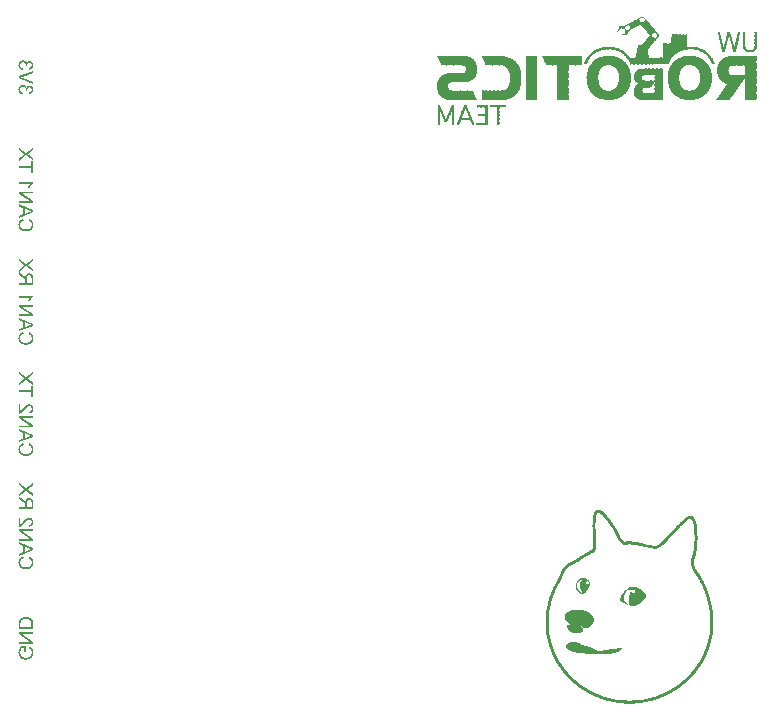
<source format=gbo>
G04*
G04 #@! TF.GenerationSoftware,Altium Limited,Altium Designer,21.0.8 (223)*
G04*
G04 Layer_Color=32896*
%FSLAX25Y25*%
%MOIN*%
G70*
G04*
G04 #@! TF.SameCoordinates,B21DCE84-2690-44BB-8765-99E36CDB2AD5*
G04*
G04*
G04 #@! TF.FilePolarity,Positive*
G04*
G01*
G75*
G36*
X223359Y290096D02*
X223432D01*
Y290023D01*
X223653D01*
Y289949D01*
X223727D01*
Y289875D01*
X223800D01*
Y289949D01*
X223874D01*
Y289875D01*
X223948D01*
Y289802D01*
X224021D01*
Y289728D01*
X224095D01*
Y289654D01*
X224021D01*
Y289581D01*
X224168D01*
Y289507D01*
Y289434D01*
X224242D01*
Y289360D01*
X224316D01*
Y289286D01*
X224389D01*
Y289213D01*
X224463D01*
Y289139D01*
X224536D01*
Y289066D01*
X224610D01*
Y288992D01*
X224684D01*
Y288918D01*
X224757D01*
Y288845D01*
X224831D01*
Y288771D01*
Y288697D01*
X224978D01*
Y288624D01*
Y288550D01*
X225052D01*
Y288476D01*
Y288403D01*
X225126D01*
Y288329D01*
X225199D01*
Y288256D01*
X225273D01*
Y288182D01*
X225346D01*
Y288108D01*
X225420D01*
Y288035D01*
X225494D01*
Y287961D01*
X225567D01*
Y287888D01*
X225641D01*
Y287814D01*
X225714D01*
Y287740D01*
Y287667D01*
X225788D01*
Y287593D01*
Y287519D01*
X225935D01*
Y287446D01*
Y287372D01*
X226009D01*
Y287298D01*
X226083D01*
Y287225D01*
X226156D01*
Y287151D01*
X226230D01*
Y287078D01*
X226304D01*
Y287004D01*
X226377D01*
Y286930D01*
X226451D01*
Y286857D01*
Y286783D01*
X226598D01*
Y286709D01*
Y286636D01*
X226745D01*
Y286562D01*
X226672D01*
Y286489D01*
X226745D01*
Y286415D01*
X226819D01*
Y286341D01*
X226892D01*
Y286268D01*
X226966D01*
Y286194D01*
X227040D01*
Y286121D01*
X227113D01*
Y286047D01*
X227187D01*
Y285973D01*
X227261D01*
Y285900D01*
X227334D01*
Y285826D01*
X227261D01*
Y285752D01*
X227408D01*
Y285679D01*
Y285605D01*
X227482D01*
Y285531D01*
X227555D01*
Y285458D01*
X227629D01*
Y285384D01*
X227702D01*
Y285311D01*
X227776D01*
Y285237D01*
X227850D01*
Y285163D01*
X227923D01*
Y285090D01*
X227997D01*
Y285016D01*
X228070D01*
Y284943D01*
X228144D01*
Y284869D01*
X228218D01*
Y284795D01*
X228291D01*
Y284722D01*
X228365D01*
Y284648D01*
X228439D01*
Y284574D01*
X228512D01*
Y284501D01*
X228439D01*
Y284427D01*
X228512D01*
Y284353D01*
Y284280D01*
X228586D01*
Y284206D01*
Y284133D01*
Y284059D01*
Y283985D01*
Y283912D01*
Y283838D01*
X228512D01*
Y283765D01*
Y283691D01*
Y283617D01*
X228439D01*
Y283544D01*
X228365D01*
Y283470D01*
X228291D01*
Y283396D01*
X228365D01*
Y283323D01*
X228218D01*
Y283249D01*
Y283175D01*
X228144D01*
Y283102D01*
X228070D01*
Y283028D01*
X227997D01*
Y282955D01*
X227923D01*
Y282881D01*
X227850D01*
Y282807D01*
X227776D01*
Y282734D01*
X227702D01*
Y282660D01*
Y282587D01*
X227555D01*
Y282513D01*
X227629D01*
Y282439D01*
X227555D01*
Y282366D01*
X227482D01*
Y282292D01*
X227408D01*
Y282218D01*
X227334D01*
Y282145D01*
X227261D01*
Y282071D01*
X227187D01*
Y281998D01*
X227113D01*
Y281924D01*
X227040D01*
Y281850D01*
X226966D01*
Y281777D01*
Y281703D01*
X226892D01*
Y281629D01*
Y281556D01*
X226819D01*
Y281482D01*
X226745D01*
Y281409D01*
X226672D01*
Y281335D01*
X226598D01*
Y281261D01*
X226524D01*
Y281188D01*
X226451D01*
Y281114D01*
X226377D01*
Y281040D01*
Y280967D01*
X226230D01*
Y280893D01*
Y280820D01*
X226156D01*
Y280746D01*
Y280672D01*
X226083D01*
Y280599D01*
X226009D01*
Y280525D01*
X225935D01*
Y280451D01*
X225862D01*
Y280378D01*
X225788D01*
Y280304D01*
X225714D01*
Y280231D01*
X225641D01*
Y280157D01*
X225567D01*
Y280083D01*
Y280010D01*
X225494D01*
Y279936D01*
X225420D01*
Y279862D01*
Y279789D01*
X225346D01*
Y279715D01*
X225273D01*
Y279642D01*
X225199D01*
Y279568D01*
X225126D01*
Y279494D01*
X225052D01*
Y279421D01*
X224978D01*
Y279347D01*
X224905D01*
Y279274D01*
X224978D01*
Y279200D01*
X224757D01*
Y279126D01*
X224831D01*
Y279053D01*
X224757D01*
Y278979D01*
X224831D01*
Y278905D01*
X224757D01*
Y278832D01*
X224831D01*
Y278758D01*
Y278684D01*
X224905D01*
Y278611D01*
Y278537D01*
X224978D01*
Y278464D01*
X224905D01*
Y278390D01*
X224978D01*
Y278316D01*
Y278243D01*
Y278169D01*
X225052D01*
Y278095D01*
Y278022D01*
Y277948D01*
X225126D01*
Y277875D01*
X225052D01*
Y277801D01*
X225126D01*
Y277727D01*
X225199D01*
Y277654D01*
X225126D01*
Y277580D01*
X225199D01*
Y277506D01*
X225273D01*
Y277433D01*
X225199D01*
Y277359D01*
X225273D01*
Y277286D01*
X225199D01*
Y277212D01*
X225273D01*
Y277138D01*
X225346D01*
Y277065D01*
Y276991D01*
Y276918D01*
X225420D01*
Y276844D01*
X225346D01*
Y276770D01*
X225420D01*
Y276697D01*
Y276623D01*
X228807D01*
Y276697D01*
X228880D01*
Y276623D01*
X229101D01*
Y276697D01*
X229175D01*
Y276623D01*
X229248D01*
Y276697D01*
X229322D01*
Y276623D01*
X229396D01*
Y276697D01*
X229469D01*
Y276623D01*
X229543D01*
Y276697D01*
X229617D01*
Y276623D01*
X229690D01*
Y276697D01*
X229764D01*
Y276623D01*
X229837D01*
Y276697D01*
X229911D01*
Y276623D01*
X229985D01*
Y276697D01*
X229911D01*
Y276770D01*
Y276844D01*
Y276918D01*
X229985D01*
Y276991D01*
X229911D01*
Y277065D01*
Y277138D01*
Y277212D01*
X229985D01*
Y277286D01*
X229911D01*
Y277359D01*
Y277433D01*
Y277506D01*
X229985D01*
Y277580D01*
X229911D01*
Y277654D01*
Y277727D01*
Y277801D01*
X229985D01*
Y277875D01*
X229911D01*
Y277948D01*
Y278022D01*
Y278095D01*
X229985D01*
Y278169D01*
X229911D01*
Y278243D01*
Y278316D01*
Y278390D01*
X229985D01*
Y278464D01*
X229911D01*
Y278537D01*
Y278611D01*
Y278684D01*
X229985D01*
Y278758D01*
X229911D01*
Y278832D01*
Y278905D01*
Y278979D01*
X229985D01*
Y279053D01*
X229911D01*
Y279126D01*
Y279200D01*
Y279274D01*
X229985D01*
Y279347D01*
X229911D01*
Y279421D01*
Y279494D01*
Y279568D01*
X229985D01*
Y279642D01*
X229911D01*
Y279715D01*
Y279789D01*
Y279862D01*
X229985D01*
Y279936D01*
X229911D01*
Y280010D01*
Y280083D01*
Y280157D01*
X229985D01*
Y280231D01*
X229911D01*
Y280304D01*
Y280378D01*
Y280451D01*
X229985D01*
Y280525D01*
X229911D01*
Y280599D01*
Y280672D01*
Y280746D01*
X229985D01*
Y280820D01*
X229911D01*
Y280893D01*
Y280967D01*
Y281040D01*
X229985D01*
Y281114D01*
X229911D01*
Y281188D01*
Y281261D01*
Y281335D01*
X231457D01*
Y281261D01*
X231531D01*
Y281335D01*
X231605D01*
Y281261D01*
X231678D01*
Y281335D01*
X231752D01*
Y281261D01*
X231825D01*
Y281335D01*
X231899D01*
Y281261D01*
X231973D01*
Y281335D01*
X232046D01*
Y281261D01*
X232120D01*
Y281335D01*
X232193D01*
Y281261D01*
X232267D01*
Y281335D01*
X232341D01*
Y281261D01*
X232414D01*
Y281335D01*
X232488D01*
Y281261D01*
X232562D01*
Y281335D01*
X232635D01*
Y281261D01*
X232709D01*
Y281335D01*
X232783D01*
Y281409D01*
Y281482D01*
Y281556D01*
Y281629D01*
Y281703D01*
Y281777D01*
Y281850D01*
Y281924D01*
Y281998D01*
Y282071D01*
Y282145D01*
Y282218D01*
Y282292D01*
Y282366D01*
Y282439D01*
Y282513D01*
Y282587D01*
Y282660D01*
Y282734D01*
Y282807D01*
Y282881D01*
X232856D01*
Y282955D01*
X232783D01*
Y283028D01*
Y283102D01*
Y283175D01*
X232856D01*
Y283249D01*
X232783D01*
Y283323D01*
X232856D01*
Y283396D01*
Y283470D01*
Y283544D01*
X232783D01*
Y283617D01*
X232856D01*
Y283691D01*
Y283765D01*
Y283838D01*
Y283912D01*
Y283985D01*
Y284059D01*
Y284133D01*
Y284206D01*
Y284280D01*
Y284353D01*
Y284427D01*
X232930D01*
Y284353D01*
X233003D01*
Y284427D01*
X233077D01*
Y284353D01*
X233151D01*
Y284427D01*
X233224D01*
Y284353D01*
X233298D01*
Y284427D01*
X233371D01*
Y284353D01*
X233445D01*
Y284427D01*
X233519D01*
Y284353D01*
X233592D01*
Y284427D01*
X233666D01*
Y284353D01*
X233740D01*
Y284427D01*
X233813D01*
Y284353D01*
X233887D01*
Y284427D01*
X233960D01*
Y284353D01*
X234034D01*
Y284280D01*
X234108D01*
Y284353D01*
X234181D01*
Y284427D01*
X234255D01*
Y284353D01*
X234329D01*
Y284280D01*
X234402D01*
Y284353D01*
X234476D01*
Y284427D01*
X234549D01*
Y284353D01*
X234623D01*
Y284280D01*
X234697D01*
Y284353D01*
X234770D01*
Y284427D01*
X234844D01*
Y284353D01*
X234918D01*
Y284280D01*
X234991D01*
Y284353D01*
X235065D01*
Y284280D01*
X235138D01*
Y284353D01*
X235212D01*
Y284280D01*
X235286D01*
Y284353D01*
X235359D01*
Y284280D01*
X235433D01*
Y284353D01*
X235507D01*
Y284280D01*
X235580D01*
Y284353D01*
X235654D01*
Y284280D01*
X235727D01*
Y284353D01*
X235801D01*
Y284280D01*
X235875D01*
Y284353D01*
X235948D01*
Y284280D01*
X236022D01*
Y284353D01*
X236096D01*
Y284280D01*
X236169D01*
Y284353D01*
X236243D01*
Y284280D01*
X236316D01*
Y284353D01*
X236390D01*
Y284280D01*
X236464D01*
Y284353D01*
X236537D01*
Y284280D01*
X236611D01*
Y284353D01*
X236684D01*
Y284280D01*
X236758D01*
Y284353D01*
X236832D01*
Y284280D01*
X236905D01*
Y284353D01*
X236979D01*
Y284280D01*
X237053D01*
Y284353D01*
X237126D01*
Y284280D01*
X237200D01*
Y284353D01*
X237274D01*
Y284280D01*
X237347D01*
Y284353D01*
X237421D01*
Y284280D01*
X237494D01*
Y284353D01*
X237568D01*
Y284280D01*
X237642D01*
Y284353D01*
X237715D01*
Y284280D01*
X237789D01*
Y284353D01*
X237862D01*
Y284280D01*
Y284206D01*
Y284133D01*
Y284059D01*
Y283985D01*
X237936D01*
Y283912D01*
X237862D01*
Y283838D01*
X237936D01*
Y283765D01*
X237862D01*
Y283691D01*
X237936D01*
Y283617D01*
X237862D01*
Y283544D01*
X237936D01*
Y283470D01*
X237862D01*
Y283396D01*
X237936D01*
Y283323D01*
X237862D01*
Y283249D01*
X237936D01*
Y283175D01*
X237862D01*
Y283102D01*
X237936D01*
Y283028D01*
X237862D01*
Y282955D01*
X237936D01*
Y282881D01*
X237862D01*
Y282807D01*
X237936D01*
Y282734D01*
X237862D01*
Y282660D01*
X237936D01*
Y282587D01*
X237862D01*
Y282513D01*
X237936D01*
Y282439D01*
X237862D01*
Y282366D01*
X237936D01*
Y282292D01*
X237862D01*
Y282218D01*
X237936D01*
Y282145D01*
Y282071D01*
Y281998D01*
Y281924D01*
Y281850D01*
Y281777D01*
Y281703D01*
X237862D01*
Y281629D01*
X237936D01*
Y281556D01*
Y281482D01*
Y281409D01*
Y281335D01*
Y281261D01*
Y281188D01*
Y281114D01*
Y281040D01*
Y280967D01*
Y280893D01*
Y280820D01*
X238010D01*
Y280746D01*
X237936D01*
Y280672D01*
X238010D01*
Y280599D01*
Y280525D01*
Y280451D01*
X237936D01*
Y280378D01*
X238010D01*
Y280304D01*
Y280231D01*
Y280157D01*
X238231D01*
Y280231D01*
X238304D01*
Y280157D01*
X238378D01*
Y280231D01*
X238452D01*
Y280157D01*
X238525D01*
Y280231D01*
X238746D01*
Y280157D01*
X238820D01*
Y280231D01*
X239040D01*
Y280157D01*
X239114D01*
Y280231D01*
X239335D01*
Y280157D01*
X239409D01*
Y280231D01*
X239630D01*
Y280157D01*
X239703D01*
Y280231D01*
X239777D01*
Y280157D01*
X239850D01*
Y280231D01*
X239924D01*
Y280157D01*
X239998D01*
Y280231D01*
X240071D01*
Y280157D01*
X240587D01*
Y280083D01*
X240808D01*
Y280157D01*
X240881D01*
Y280083D01*
X240955D01*
Y280010D01*
X241028D01*
Y280083D01*
X241102D01*
Y280010D01*
X241323D01*
Y279936D01*
X241396D01*
Y280010D01*
X241470D01*
Y279936D01*
X241544D01*
Y279862D01*
X241617D01*
Y279936D01*
X241691D01*
Y279862D01*
X241912D01*
Y279789D01*
X241986D01*
Y279862D01*
X242059D01*
Y279789D01*
X242133D01*
Y279715D01*
X242354D01*
Y279642D01*
X242427D01*
Y279568D01*
X242501D01*
Y279642D01*
X242575D01*
Y279568D01*
X242648D01*
Y279494D01*
X242722D01*
Y279568D01*
X242795D01*
Y279494D01*
X242869D01*
Y279421D01*
X243090D01*
Y279347D01*
X243163D01*
Y279274D01*
X243384D01*
Y279200D01*
X243458D01*
Y279126D01*
X243679D01*
Y279053D01*
X243753D01*
Y278979D01*
X243826D01*
Y278905D01*
X243900D01*
Y278832D01*
X244121D01*
Y278758D01*
X244194D01*
Y278684D01*
X244268D01*
Y278611D01*
X244341D01*
Y278537D01*
X244415D01*
Y278464D01*
X244489D01*
Y278390D01*
X244710D01*
Y278316D01*
Y278243D01*
X244857D01*
Y278169D01*
X244931D01*
Y278095D01*
X245004D01*
Y278022D01*
X245078D01*
Y277948D01*
X245151D01*
Y277875D01*
X245225D01*
Y277801D01*
X245299D01*
Y277727D01*
X245372D01*
Y277654D01*
X245446D01*
Y277580D01*
X245519D01*
Y277506D01*
X245593D01*
Y277433D01*
Y277359D01*
X245740D01*
Y277286D01*
X245667D01*
Y277212D01*
X245814D01*
Y277138D01*
Y277065D01*
X245888D01*
Y276991D01*
X245961D01*
Y276918D01*
X246035D01*
Y276844D01*
X246109D01*
Y276770D01*
Y276697D01*
Y276623D01*
X246182D01*
Y276549D01*
X246256D01*
Y276476D01*
X246329D01*
Y276402D01*
Y276328D01*
X246477D01*
Y276255D01*
X246403D01*
Y276181D01*
X246477D01*
Y276108D01*
X246550D01*
Y276034D01*
X246624D01*
Y275960D01*
X246550D01*
Y275887D01*
X246624D01*
Y275813D01*
X246697D01*
Y275740D01*
X246771D01*
Y275666D01*
Y275592D01*
Y275519D01*
X246845D01*
Y275445D01*
X246918D01*
Y275371D01*
X246845D01*
Y275298D01*
X246918D01*
Y275224D01*
X246992D01*
Y275150D01*
X247066D01*
Y275077D01*
X246992D01*
Y275003D01*
X247066D01*
Y274930D01*
X246992D01*
Y274856D01*
X247066D01*
Y274782D01*
X247139D01*
Y274709D01*
X247213D01*
Y274635D01*
X247139D01*
Y274562D01*
X247066D01*
Y274488D01*
X246697D01*
Y274414D01*
X246624D01*
Y274341D01*
X246550D01*
Y274414D01*
X246477D01*
Y274341D01*
X246256D01*
Y274414D01*
X246329D01*
Y274488D01*
X246256D01*
Y274562D01*
Y274635D01*
Y274709D01*
X246182D01*
Y274782D01*
X246109D01*
Y274856D01*
X246182D01*
Y274930D01*
X246109D01*
Y275003D01*
X246035D01*
Y275077D01*
Y275150D01*
Y275224D01*
X245961D01*
Y275298D01*
X245888D01*
Y275371D01*
X245814D01*
Y275445D01*
X245888D01*
Y275519D01*
X245814D01*
Y275592D01*
X245740D01*
Y275666D01*
X245667D01*
Y275740D01*
X245740D01*
Y275813D01*
X245667D01*
Y275887D01*
X245593D01*
Y275960D01*
X245519D01*
Y276034D01*
Y276108D01*
X245372D01*
Y276181D01*
X245446D01*
Y276255D01*
X245372D01*
Y276328D01*
X245299D01*
Y276402D01*
X245225D01*
Y276476D01*
X245151D01*
Y276549D01*
X245078D01*
Y276623D01*
Y276697D01*
X245004D01*
Y276770D01*
Y276844D01*
X244857D01*
Y276918D01*
Y276991D01*
X244783D01*
Y277065D01*
X244710D01*
Y277138D01*
X244636D01*
Y277212D01*
X244562D01*
Y277286D01*
X244489D01*
Y277359D01*
X244415D01*
Y277433D01*
X244341D01*
Y277506D01*
X244268D01*
Y277580D01*
X244194D01*
Y277654D01*
X244121D01*
Y277727D01*
X243900D01*
Y277801D01*
X243826D01*
Y277875D01*
X243753D01*
Y277948D01*
X243679D01*
Y278022D01*
X243605D01*
Y278095D01*
X243532D01*
Y278169D01*
X243311D01*
Y278243D01*
X243237D01*
Y278316D01*
X243090D01*
Y278390D01*
X242943D01*
Y278464D01*
X242869D01*
Y278537D01*
X242795D01*
Y278611D01*
X242722D01*
Y278537D01*
X242795D01*
Y278464D01*
X242722D01*
Y278537D01*
X242648D01*
Y278611D01*
X242575D01*
Y278684D01*
X242501D01*
Y278611D01*
X242427D01*
Y278684D01*
X242354D01*
Y278758D01*
X242133D01*
Y278832D01*
X242059D01*
Y278905D01*
X241986D01*
Y278832D01*
X241912D01*
Y278905D01*
X241838D01*
Y278979D01*
X241765D01*
Y278905D01*
X241691D01*
Y278979D01*
X241617D01*
Y279053D01*
X241544D01*
Y278979D01*
X241470D01*
Y279053D01*
X241249D01*
Y279126D01*
X241028D01*
Y279200D01*
X240513D01*
Y279274D01*
X240439D01*
Y279200D01*
X240366D01*
Y279274D01*
X240292D01*
Y279347D01*
X240218D01*
Y279274D01*
X240292D01*
Y279200D01*
X240218D01*
Y279274D01*
X240145D01*
Y279347D01*
X240071D01*
Y279274D01*
X239998D01*
Y279347D01*
X239924D01*
Y279274D01*
X239850D01*
Y279347D01*
X239777D01*
Y279274D01*
X239703D01*
Y279347D01*
X238304D01*
Y279274D01*
X238231D01*
Y279347D01*
X238157D01*
Y279274D01*
X238083D01*
Y279347D01*
X238010D01*
Y279274D01*
X237936D01*
Y279347D01*
X237862D01*
Y279274D01*
X237936D01*
Y279200D01*
X237862D01*
Y279274D01*
X237789D01*
Y279200D01*
X237715D01*
Y279274D01*
X237642D01*
Y279200D01*
X237274D01*
Y279126D01*
X237200D01*
Y279200D01*
X237126D01*
Y279126D01*
X236905D01*
Y279053D01*
X236684D01*
Y278979D01*
X236611D01*
Y279053D01*
X236537D01*
Y278979D01*
X236464D01*
Y278905D01*
X236096D01*
Y278832D01*
X236022D01*
Y278758D01*
X235801D01*
Y278684D01*
X235580D01*
Y278611D01*
X235507D01*
Y278537D01*
X235433D01*
Y278611D01*
X235359D01*
Y278537D01*
X235433D01*
Y278464D01*
X235359D01*
Y278537D01*
X235286D01*
Y278464D01*
X235212D01*
Y278390D01*
X234991D01*
Y278316D01*
X234918D01*
Y278243D01*
X234844D01*
Y278169D01*
X234623D01*
Y278095D01*
X234549D01*
Y278022D01*
X234476D01*
Y277948D01*
X234402D01*
Y277875D01*
X234255D01*
Y277801D01*
X234181D01*
Y277727D01*
X234034D01*
Y277654D01*
X233960D01*
Y277580D01*
X233887D01*
Y277506D01*
X233813D01*
Y277433D01*
X233740D01*
Y277359D01*
X233666D01*
Y277286D01*
X233592D01*
Y277212D01*
X233519D01*
Y277138D01*
X233445D01*
Y277065D01*
X233371D01*
Y276991D01*
X233298D01*
Y276918D01*
X233224D01*
Y276844D01*
X233151D01*
Y276770D01*
X233077D01*
Y276697D01*
X233003D01*
Y276623D01*
Y276549D01*
X232930D01*
Y276476D01*
Y276402D01*
X232856D01*
Y276328D01*
X232783D01*
Y276255D01*
X232709D01*
Y276181D01*
X232635D01*
Y276108D01*
X232562D01*
Y276034D01*
X232635D01*
Y275960D01*
X232562D01*
Y275887D01*
X232488D01*
Y275813D01*
X232414D01*
Y275740D01*
X232341D01*
Y275666D01*
Y275592D01*
Y275519D01*
X232267D01*
Y275445D01*
X232193D01*
Y275371D01*
X232120D01*
Y275298D01*
X232193D01*
Y275224D01*
X232120D01*
Y275150D01*
X232046D01*
Y275077D01*
X231973D01*
Y275003D01*
X232046D01*
Y274930D01*
X231973D01*
Y274856D01*
X231899D01*
Y274782D01*
X231825D01*
Y274709D01*
X231899D01*
Y274635D01*
X231825D01*
Y274562D01*
Y274488D01*
Y274414D01*
X231752D01*
Y274341D01*
X227702D01*
Y274267D01*
X227629D01*
Y274341D01*
X227113D01*
Y274267D01*
X227040D01*
Y274341D01*
X226524D01*
Y274267D01*
X226451D01*
Y274341D01*
X226230D01*
Y274267D01*
X226156D01*
Y274341D01*
X226083D01*
Y274267D01*
X226009D01*
Y274341D01*
X225935D01*
Y274267D01*
X225862D01*
Y274341D01*
X225641D01*
Y274267D01*
X225567D01*
Y274341D01*
X225494D01*
Y274267D01*
X225420D01*
Y274341D01*
X225346D01*
Y274267D01*
X225273D01*
Y274341D01*
X225052D01*
Y274267D01*
X224978D01*
Y274341D01*
X224905D01*
Y274267D01*
X224831D01*
Y274341D01*
X224757D01*
Y274267D01*
X224684D01*
Y274341D01*
X224610D01*
Y274267D01*
X224536D01*
Y274341D01*
X224463D01*
Y274267D01*
X224389D01*
Y274341D01*
X224316D01*
Y274267D01*
X224242D01*
Y274341D01*
X224168D01*
Y274267D01*
X224095D01*
Y274341D01*
X224021D01*
Y274267D01*
X223948D01*
Y274341D01*
X223874D01*
Y274267D01*
X223800D01*
Y274341D01*
X223727D01*
Y274267D01*
X223653D01*
Y274341D01*
X223579D01*
Y274267D01*
X223506D01*
Y274341D01*
X223432D01*
Y274267D01*
X223359D01*
Y274341D01*
X223285D01*
Y274267D01*
X223211D01*
Y274341D01*
X223138D01*
Y274267D01*
X223064D01*
Y274341D01*
X222990D01*
Y274267D01*
X222917D01*
Y274341D01*
X222843D01*
Y274267D01*
X222770D01*
Y274341D01*
X222696D01*
Y274267D01*
X222622D01*
Y274341D01*
X222549D01*
Y274267D01*
X222475D01*
Y274341D01*
X222401D01*
Y274267D01*
X222328D01*
Y274341D01*
X222254D01*
Y274267D01*
X222181D01*
Y274341D01*
X222107D01*
Y274267D01*
X222033D01*
Y274341D01*
X221960D01*
Y274267D01*
X221886D01*
Y274341D01*
X221812D01*
Y274267D01*
X221739D01*
Y274341D01*
X221665D01*
Y274267D01*
X221592D01*
Y274341D01*
X221518D01*
Y274267D01*
X221444D01*
Y274341D01*
X221371D01*
Y274267D01*
X221297D01*
Y274341D01*
X221223D01*
Y274267D01*
X221150D01*
Y274341D01*
X221076D01*
Y274267D01*
X221003D01*
Y274341D01*
X220929D01*
Y274267D01*
X220855D01*
Y274341D01*
X220782D01*
Y274267D01*
X220708D01*
Y274341D01*
X220635D01*
Y274267D01*
X220561D01*
Y274341D01*
X220487D01*
Y274267D01*
X220414D01*
Y274341D01*
X220340D01*
Y274267D01*
X220266D01*
Y274341D01*
X220193D01*
Y274267D01*
X220119D01*
Y274341D01*
X220045D01*
Y274267D01*
X219972D01*
Y274341D01*
X219898D01*
Y274267D01*
X219825D01*
Y274341D01*
X219751D01*
Y274267D01*
X219677D01*
Y274341D01*
X219604D01*
Y274267D01*
X219530D01*
Y274341D01*
X219457D01*
Y274267D01*
X219383D01*
Y274341D01*
X219309D01*
Y274267D01*
X219236D01*
Y274341D01*
X219162D01*
Y274267D01*
X219088D01*
Y274341D01*
X219015D01*
Y274414D01*
Y274488D01*
Y274562D01*
X218941D01*
Y274635D01*
Y274709D01*
Y274782D01*
X218867D01*
Y274856D01*
Y274930D01*
X218794D01*
Y275003D01*
Y275077D01*
X218720D01*
Y275150D01*
X218794D01*
Y275224D01*
X218720D01*
Y275298D01*
X218647D01*
Y275371D01*
X218573D01*
Y275445D01*
Y275519D01*
X218499D01*
Y275592D01*
Y275666D01*
X218426D01*
Y275740D01*
Y275813D01*
X218352D01*
Y275887D01*
Y275960D01*
X218279D01*
Y276034D01*
X218205D01*
Y276108D01*
X218131D01*
Y276181D01*
X218058D01*
Y276255D01*
Y276328D01*
Y276402D01*
X217984D01*
Y276476D01*
X217910D01*
Y276549D01*
X217837D01*
Y276623D01*
X217763D01*
Y276697D01*
X217689D01*
Y276770D01*
X217616D01*
Y276844D01*
X217542D01*
Y276918D01*
X217616D01*
Y276991D01*
X217395D01*
Y277065D01*
X217469D01*
Y277138D01*
X217248D01*
Y277212D01*
X217321D01*
Y277286D01*
X217101D01*
Y277359D01*
X217174D01*
Y277433D01*
X216953D01*
Y277506D01*
X217027D01*
Y277580D01*
X216806D01*
Y277654D01*
X216732D01*
Y277727D01*
X216659D01*
Y277801D01*
X216585D01*
Y277875D01*
X216438D01*
Y277948D01*
Y278022D01*
X216217D01*
Y278095D01*
X216143D01*
Y278169D01*
X216070D01*
Y278243D01*
X215996D01*
Y278316D01*
X215775D01*
Y278390D01*
X215702D01*
Y278464D01*
X215481D01*
Y278537D01*
X215407D01*
Y278611D01*
X215186D01*
Y278684D01*
X215113D01*
Y278758D01*
X214892D01*
Y278832D01*
X214818D01*
Y278758D01*
X214744D01*
Y278832D01*
X214671D01*
Y278905D01*
X214450D01*
Y278979D01*
X214376D01*
Y278905D01*
X214303D01*
Y278979D01*
X214229D01*
Y279053D01*
X214008D01*
Y279126D01*
X213935D01*
Y279053D01*
X213861D01*
Y279126D01*
X213640D01*
Y279200D01*
X212978D01*
Y279274D01*
X212904D01*
Y279200D01*
X212830D01*
Y279274D01*
X212609D01*
Y279347D01*
X212536D01*
Y279274D01*
X212462D01*
Y279347D01*
X212388D01*
Y279274D01*
X212315D01*
Y279347D01*
X212241D01*
Y279274D01*
X212168D01*
Y279347D01*
X212094D01*
Y279274D01*
X212020D01*
Y279347D01*
X211800D01*
Y279274D01*
X211726D01*
Y279347D01*
X211652D01*
Y279274D01*
X211579D01*
Y279347D01*
X211505D01*
Y279274D01*
X211431D01*
Y279347D01*
X211358D01*
Y279274D01*
X211284D01*
Y279347D01*
X211210D01*
Y279274D01*
X211137D01*
Y279347D01*
X211063D01*
Y279274D01*
X210990D01*
Y279347D01*
X210916D01*
Y279274D01*
X210842D01*
Y279200D01*
X210769D01*
Y279274D01*
X210695D01*
Y279200D01*
X210622D01*
Y279274D01*
X210548D01*
Y279200D01*
X210180D01*
Y279126D01*
X210106D01*
Y279200D01*
X210033D01*
Y279126D01*
X209812D01*
Y279053D01*
X209738D01*
Y279126D01*
X209664D01*
Y279053D01*
X209444D01*
Y278979D01*
X209370D01*
Y279053D01*
X209296D01*
Y278979D01*
X209370D01*
Y278905D01*
X209296D01*
Y278979D01*
X209223D01*
Y278905D01*
X209002D01*
Y278832D01*
X208928D01*
Y278905D01*
X208855D01*
Y278832D01*
X208781D01*
Y278758D01*
X208560D01*
Y278684D01*
X208486D01*
Y278611D01*
X208266D01*
Y278537D01*
X208045D01*
Y278464D01*
X207971D01*
Y278390D01*
X207897D01*
Y278316D01*
X207677D01*
Y278243D01*
X207603D01*
Y278169D01*
X207382D01*
Y278095D01*
X207308D01*
Y278022D01*
X207235D01*
Y277948D01*
X207161D01*
Y277875D01*
X207088D01*
Y277801D01*
X207014D01*
Y277875D01*
X206940D01*
Y277801D01*
X207014D01*
Y277727D01*
X206793D01*
Y277654D01*
X206719D01*
Y277580D01*
X206646D01*
Y277506D01*
X206572D01*
Y277433D01*
X206499D01*
Y277359D01*
X206425D01*
Y277286D01*
X206351D01*
Y277212D01*
X206278D01*
Y277138D01*
X206204D01*
Y277065D01*
X206131D01*
Y276991D01*
X206057D01*
Y276918D01*
X205983D01*
Y276844D01*
X205910D01*
Y276770D01*
X205836D01*
Y276697D01*
X205762D01*
Y276623D01*
Y276549D01*
X205615D01*
Y276476D01*
X205689D01*
Y276402D01*
X205615D01*
Y276328D01*
X205541D01*
Y276255D01*
X205468D01*
Y276181D01*
X205394D01*
Y276108D01*
X205321D01*
Y276034D01*
Y275960D01*
X205247D01*
Y275887D01*
Y275813D01*
X205173D01*
Y275740D01*
X205100D01*
Y275666D01*
X205026D01*
Y275592D01*
X205100D01*
Y275519D01*
X205026D01*
Y275445D01*
X204953D01*
Y275371D01*
X204879D01*
Y275298D01*
Y275224D01*
X204805D01*
Y275150D01*
Y275077D01*
X204732D01*
Y275003D01*
X204805D01*
Y274930D01*
X204732D01*
Y274856D01*
X204658D01*
Y274782D01*
X204584D01*
Y274709D01*
X204658D01*
Y274635D01*
X204584D01*
Y274562D01*
X204511D01*
Y274488D01*
Y274414D01*
Y274341D01*
X204290D01*
Y274414D01*
X204216D01*
Y274341D01*
X204143D01*
Y274414D01*
X203922D01*
Y274488D01*
X203701D01*
Y274562D01*
X203627D01*
Y274635D01*
X203701D01*
Y274709D01*
Y274782D01*
Y274856D01*
X203774D01*
Y274930D01*
Y275003D01*
Y275077D01*
X203848D01*
Y275150D01*
X203922D01*
Y275224D01*
X203848D01*
Y275298D01*
X203922D01*
Y275371D01*
X203995D01*
Y275445D01*
X204069D01*
Y275519D01*
X203995D01*
Y275592D01*
X204069D01*
Y275666D01*
X204143D01*
Y275740D01*
X204216D01*
Y275813D01*
X204143D01*
Y275887D01*
X204216D01*
Y275960D01*
X204290D01*
Y276034D01*
X204363D01*
Y276108D01*
Y276181D01*
Y276255D01*
X204437D01*
Y276328D01*
X204511D01*
Y276402D01*
X204584D01*
Y276476D01*
Y276549D01*
Y276623D01*
X204658D01*
Y276697D01*
X204732D01*
Y276770D01*
X204805D01*
Y276844D01*
X204879D01*
Y276918D01*
X204953D01*
Y276991D01*
Y277065D01*
X205026D01*
Y277138D01*
Y277212D01*
X205173D01*
Y277286D01*
Y277359D01*
X205247D01*
Y277433D01*
X205321D01*
Y277506D01*
X205394D01*
Y277580D01*
X205468D01*
Y277654D01*
X205541D01*
Y277727D01*
X205615D01*
Y277801D01*
X205689D01*
Y277875D01*
X205762D01*
Y277948D01*
X205836D01*
Y278022D01*
X205910D01*
Y278095D01*
X205983D01*
Y278169D01*
X206057D01*
Y278243D01*
X206131D01*
Y278316D01*
X206204D01*
Y278390D01*
X206425D01*
Y278464D01*
Y278537D01*
X206572D01*
Y278611D01*
X206646D01*
Y278684D01*
X206719D01*
Y278758D01*
X206793D01*
Y278832D01*
X207014D01*
Y278905D01*
X207088D01*
Y278979D01*
X207161D01*
Y279053D01*
X207235D01*
Y278979D01*
X207308D01*
Y279053D01*
Y279126D01*
X207456D01*
Y279200D01*
X207529D01*
Y279274D01*
X207750D01*
Y279347D01*
X207824D01*
Y279421D01*
X208045D01*
Y279494D01*
X208118D01*
Y279568D01*
X208192D01*
Y279494D01*
X208266D01*
Y279568D01*
X208486D01*
Y279642D01*
X208560D01*
Y279715D01*
X208781D01*
Y279789D01*
X208855D01*
Y279715D01*
X208928D01*
Y279789D01*
X209002D01*
Y279862D01*
X209075D01*
Y279789D01*
X209149D01*
Y279862D01*
X209370D01*
Y279936D01*
X209444D01*
Y279862D01*
X209517D01*
Y279936D01*
X209591D01*
Y280010D01*
X209959D01*
Y280083D01*
X210033D01*
Y280010D01*
X210106D01*
Y280083D01*
X210180D01*
Y280157D01*
X210253D01*
Y280083D01*
X210327D01*
Y280157D01*
X210401D01*
Y280083D01*
X210474D01*
Y280157D01*
X211137D01*
Y280231D01*
X211210D01*
Y280157D01*
X211431D01*
Y280231D01*
X211505D01*
Y280157D01*
X211579D01*
Y280231D01*
X211652D01*
Y280157D01*
X211726D01*
Y280231D01*
X211800D01*
Y280157D01*
X211873D01*
Y280231D01*
X211947D01*
Y280157D01*
X212020D01*
Y280231D01*
X212094D01*
Y280157D01*
X212315D01*
Y280231D01*
X212388D01*
Y280157D01*
X213198D01*
Y280083D01*
X213272D01*
Y280157D01*
X213346D01*
Y280083D01*
X213419D01*
Y280157D01*
X213493D01*
Y280083D01*
X213566D01*
Y280010D01*
X213640D01*
Y280083D01*
X213714D01*
Y280010D01*
X213935D01*
Y279936D01*
X214008D01*
Y280010D01*
X214082D01*
Y279936D01*
X214156D01*
Y279862D01*
X214229D01*
Y279936D01*
X214303D01*
Y279862D01*
X214524D01*
Y279789D01*
X214597D01*
Y279862D01*
X214671D01*
Y279789D01*
X214744D01*
Y279715D01*
X214818D01*
Y279789D01*
X214892D01*
Y279715D01*
X214965D01*
Y279642D01*
X215039D01*
Y279715D01*
X215113D01*
Y279642D01*
X215186D01*
Y279568D01*
X215407D01*
Y279494D01*
X215481D01*
Y279421D01*
X215702D01*
Y279347D01*
X215775D01*
Y279274D01*
X215996D01*
Y279200D01*
X216070D01*
Y279126D01*
X216291D01*
Y279053D01*
X216364D01*
Y278979D01*
X216585D01*
Y278905D01*
X216659D01*
Y278832D01*
X216732D01*
Y278758D01*
X216806D01*
Y278684D01*
X217027D01*
Y278611D01*
X217101D01*
Y278537D01*
X217174D01*
Y278464D01*
X217248D01*
Y278390D01*
X217321D01*
Y278316D01*
X217395D01*
Y278243D01*
X217469D01*
Y278169D01*
X217542D01*
Y278095D01*
X217689D01*
Y278022D01*
Y277948D01*
X217837D01*
Y277875D01*
Y277801D01*
X217984D01*
Y277727D01*
Y277654D01*
X218058D01*
Y277580D01*
X218131D01*
Y277506D01*
X218205D01*
Y277433D01*
X218279D01*
Y277359D01*
X218352D01*
Y277286D01*
X218426D01*
Y277212D01*
X218499D01*
Y277138D01*
X218573D01*
Y277065D01*
X218647D01*
Y276991D01*
Y276918D01*
X218794D01*
Y276844D01*
X218720D01*
Y276770D01*
X218794D01*
Y276697D01*
X218867D01*
Y276623D01*
X218941D01*
Y276549D01*
X219015D01*
Y276623D01*
X219088D01*
Y276549D01*
X219309D01*
Y276623D01*
X219383D01*
Y276549D01*
X219457D01*
Y276623D01*
X219530D01*
Y276549D01*
X219604D01*
Y276623D01*
X219677D01*
Y276549D01*
X219751D01*
Y276623D01*
X219825D01*
Y276549D01*
X219898D01*
Y276623D01*
X219972D01*
Y276549D01*
X220045D01*
Y276623D01*
X220119D01*
Y276549D01*
X220193D01*
Y276623D01*
X220266D01*
Y276549D01*
X220340D01*
Y276623D01*
X220414D01*
Y276549D01*
X220487D01*
Y276623D01*
X220561D01*
Y276549D01*
X220635D01*
Y276623D01*
X220708D01*
Y276697D01*
X220782D01*
Y276770D01*
X220708D01*
Y276844D01*
X220782D01*
Y276918D01*
X220855D01*
Y276991D01*
X220782D01*
Y277065D01*
X220855D01*
Y277138D01*
X220782D01*
Y277212D01*
X220855D01*
Y277286D01*
X220929D01*
Y277359D01*
Y277433D01*
Y277506D01*
X221003D01*
Y277580D01*
X220929D01*
Y277654D01*
X221003D01*
Y277727D01*
Y277801D01*
Y277875D01*
X221076D01*
Y277948D01*
Y278022D01*
Y278095D01*
X221150D01*
Y278169D01*
X221076D01*
Y278243D01*
X221150D01*
Y278316D01*
X221076D01*
Y278390D01*
X221150D01*
Y278464D01*
X221223D01*
Y278537D01*
Y278611D01*
Y278684D01*
X221297D01*
Y278758D01*
X221223D01*
Y278832D01*
X221297D01*
Y278905D01*
Y278979D01*
Y279053D01*
X221371D01*
Y279126D01*
Y279200D01*
Y279274D01*
X221444D01*
Y279347D01*
X221371D01*
Y279421D01*
X221444D01*
Y279494D01*
Y279568D01*
Y279642D01*
X221518D01*
Y279715D01*
X221592D01*
Y279789D01*
X221518D01*
Y279862D01*
X221592D01*
Y279936D01*
X221518D01*
Y280010D01*
X221592D01*
Y280083D01*
Y280157D01*
X221665D01*
Y280231D01*
Y280304D01*
Y280378D01*
Y280451D01*
X221739D01*
Y280525D01*
Y280599D01*
Y280672D01*
X221812D01*
Y280746D01*
X221886D01*
Y280820D01*
X221960D01*
Y280746D01*
X222033D01*
Y280820D01*
X222107D01*
Y280746D01*
X222181D01*
Y280820D01*
X222254D01*
Y280746D01*
X222328D01*
Y280820D01*
X222401D01*
Y280746D01*
X222475D01*
Y280820D01*
X222549D01*
Y280746D01*
X222622D01*
Y280820D01*
X222696D01*
Y280746D01*
X222770D01*
Y280820D01*
X222843D01*
Y280746D01*
X222917D01*
Y280820D01*
Y280893D01*
X222990D01*
Y280967D01*
Y281040D01*
X223211D01*
Y281114D01*
X223138D01*
Y281188D01*
X223211D01*
Y281261D01*
X223285D01*
Y281335D01*
X223359D01*
Y281409D01*
X223432D01*
Y281482D01*
X223506D01*
Y281556D01*
X223579D01*
Y281629D01*
X223653D01*
Y281703D01*
X223579D01*
Y281777D01*
X223727D01*
Y281850D01*
Y281924D01*
X223800D01*
Y281998D01*
X223874D01*
Y282071D01*
X223948D01*
Y282145D01*
X224021D01*
Y282218D01*
X224095D01*
Y282292D01*
X224168D01*
Y282366D01*
X224242D01*
Y282439D01*
Y282513D01*
X224389D01*
Y282587D01*
X224316D01*
Y282660D01*
X224389D01*
Y282734D01*
X224463D01*
Y282807D01*
X224536D01*
Y282881D01*
X224610D01*
Y282955D01*
X224684D01*
Y283028D01*
X224757D01*
Y283102D01*
X224831D01*
Y283175D01*
X224905D01*
Y283249D01*
X224978D01*
Y283323D01*
X224905D01*
Y283396D01*
X225052D01*
Y283470D01*
Y283544D01*
X225126D01*
Y283617D01*
X225199D01*
Y283691D01*
X225273D01*
Y283765D01*
X225346D01*
Y283838D01*
X225420D01*
Y283912D01*
X225494D01*
Y283985D01*
X225567D01*
Y284059D01*
X225494D01*
Y284133D01*
X225420D01*
Y284206D01*
X225346D01*
Y284280D01*
X225273D01*
Y284353D01*
X225199D01*
Y284427D01*
X225126D01*
Y284501D01*
X225052D01*
Y284574D01*
Y284648D01*
X224978D01*
Y284722D01*
Y284795D01*
X224905D01*
Y284869D01*
X224831D01*
Y284943D01*
X224757D01*
Y285016D01*
X224684D01*
Y285090D01*
X224610D01*
Y285163D01*
Y285237D01*
X224463D01*
Y285311D01*
X224536D01*
Y285384D01*
X224316D01*
Y285458D01*
X224389D01*
Y285531D01*
X224242D01*
Y285605D01*
Y285679D01*
X224168D01*
Y285752D01*
X224095D01*
Y285826D01*
X224021D01*
Y285900D01*
X223948D01*
Y285973D01*
X223874D01*
Y286047D01*
X223800D01*
Y286121D01*
X223727D01*
Y286194D01*
X223653D01*
Y286268D01*
X223579D01*
Y286341D01*
X223506D01*
Y286415D01*
X223432D01*
Y286489D01*
X223359D01*
Y286562D01*
X223285D01*
Y286636D01*
Y286709D01*
X223211D01*
Y286783D01*
X223138D01*
Y286857D01*
X223064D01*
Y286930D01*
Y287004D01*
X222990D01*
Y287078D01*
X222917D01*
Y287151D01*
X222843D01*
Y287225D01*
X222770D01*
Y287298D01*
X222696D01*
Y287372D01*
Y287446D01*
X222549D01*
Y287519D01*
X222622D01*
Y287593D01*
X222401D01*
Y287519D01*
X222328D01*
Y287593D01*
X222254D01*
Y287519D01*
X222328D01*
Y287446D01*
X222107D01*
Y287372D01*
X222033D01*
Y287298D01*
X221812D01*
Y287225D01*
X221739D01*
Y287151D01*
X221518D01*
Y287078D01*
X221444D01*
Y287004D01*
X221223D01*
Y286930D01*
X221150D01*
Y286857D01*
X221076D01*
Y286783D01*
X221003D01*
Y286709D01*
X220782D01*
Y286636D01*
X220708D01*
Y286562D01*
X220487D01*
Y286489D01*
X220414D01*
Y286415D01*
X220193D01*
Y286341D01*
X220119D01*
Y286268D01*
X219972D01*
Y286194D01*
X219825D01*
Y286121D01*
X219751D01*
Y286047D01*
X219677D01*
Y285973D01*
X219457D01*
Y285900D01*
X219383D01*
Y285826D01*
X219162D01*
Y285752D01*
X219088D01*
Y285679D01*
X218867D01*
Y285605D01*
X218794D01*
Y285531D01*
X218573D01*
Y285458D01*
Y285384D01*
X218499D01*
Y285311D01*
Y285237D01*
X218426D01*
Y285163D01*
X218499D01*
Y285090D01*
X218426D01*
Y285016D01*
X218352D01*
Y284943D01*
X218279D01*
Y284869D01*
X218352D01*
Y284795D01*
X218279D01*
Y284722D01*
X218205D01*
Y284648D01*
X218131D01*
Y284574D01*
X218205D01*
Y284501D01*
X218131D01*
Y284427D01*
Y284353D01*
X218058D01*
Y284280D01*
Y284206D01*
X217984D01*
Y284133D01*
X217910D01*
Y284059D01*
X217837D01*
Y284133D01*
X217763D01*
Y284059D01*
X217689D01*
Y284133D01*
X217616D01*
Y284059D01*
X217542D01*
Y284133D01*
X217469D01*
Y284059D01*
X217395D01*
Y284133D01*
X217321D01*
Y284059D01*
X217248D01*
Y284133D01*
X217174D01*
Y284059D01*
X217101D01*
Y284133D01*
X217027D01*
Y284059D01*
X215481D01*
Y284133D01*
X215702D01*
Y284206D01*
X215775D01*
Y284280D01*
X215849D01*
Y284206D01*
X215922D01*
Y284280D01*
X216143D01*
Y284353D01*
X216217D01*
Y284280D01*
X216291D01*
Y284353D01*
X216364D01*
Y284427D01*
X216438D01*
Y284353D01*
X216512D01*
Y284427D01*
X216732D01*
Y284501D01*
X216953D01*
Y284574D01*
X217321D01*
Y284648D01*
Y284722D01*
Y284795D01*
X217248D01*
Y284869D01*
X217321D01*
Y284943D01*
X217248D01*
Y285016D01*
X217321D01*
Y285090D01*
X217248D01*
Y285163D01*
X217321D01*
Y285237D01*
X217248D01*
Y285311D01*
Y285384D01*
Y285458D01*
Y285531D01*
Y285605D01*
X217174D01*
Y285679D01*
Y285752D01*
Y285826D01*
Y285900D01*
Y285973D01*
X216953D01*
Y286047D01*
X216880D01*
Y286121D01*
X216659D01*
Y286194D01*
X216585D01*
Y286268D01*
X216512D01*
Y286194D01*
X216438D01*
Y286268D01*
X216217D01*
Y286341D01*
X216143D01*
Y286415D01*
X215775D01*
Y286341D01*
X215849D01*
Y286268D01*
X215628D01*
Y286194D01*
X215702D01*
Y286121D01*
X215628D01*
Y286047D01*
X215554D01*
Y285973D01*
X215481D01*
Y285900D01*
X215407D01*
Y285826D01*
X215334D01*
Y285752D01*
X215260D01*
Y285679D01*
X215186D01*
Y285605D01*
X215113D01*
Y285531D01*
X215039D01*
Y285458D01*
Y285384D01*
X214965D01*
Y285311D01*
Y285237D01*
X214818D01*
Y285163D01*
Y285090D01*
X214744D01*
Y285016D01*
X214671D01*
Y285090D01*
X214597D01*
Y285163D01*
X214671D01*
Y285237D01*
X214744D01*
Y285311D01*
X214818D01*
Y285384D01*
X214744D01*
Y285458D01*
X214818D01*
Y285531D01*
X214892D01*
Y285605D01*
X214818D01*
Y285679D01*
X214892D01*
Y285752D01*
X214965D01*
Y285826D01*
Y285900D01*
Y285973D01*
X215039D01*
Y286047D01*
X215113D01*
Y286121D01*
X215039D01*
Y286194D01*
X215113D01*
Y286268D01*
X215186D01*
Y286341D01*
X215260D01*
Y286415D01*
X215186D01*
Y286489D01*
X215260D01*
Y286562D01*
X215334D01*
Y286636D01*
Y286709D01*
Y286783D01*
X215407D01*
Y286857D01*
Y286930D01*
Y287004D01*
X215481D01*
Y287078D01*
X215554D01*
Y287151D01*
X215628D01*
Y287225D01*
X215702D01*
Y287151D01*
X215775D01*
Y287225D01*
X215849D01*
Y287151D01*
X215922D01*
Y287078D01*
X215996D01*
Y287151D01*
X216070D01*
Y287078D01*
X216143D01*
Y287151D01*
X216217D01*
Y287078D01*
X216291D01*
Y287151D01*
X216364D01*
Y287078D01*
X216438D01*
Y287151D01*
X216512D01*
Y287078D01*
X217027D01*
Y287004D01*
X217101D01*
Y287078D01*
X217174D01*
Y287151D01*
X217101D01*
Y287225D01*
X217321D01*
Y287298D01*
X217395D01*
Y287372D01*
X217616D01*
Y287446D01*
X217689D01*
Y287519D01*
X217910D01*
Y287593D01*
X217984D01*
Y287667D01*
X218058D01*
Y287740D01*
X218131D01*
Y287814D01*
X218205D01*
Y287740D01*
X218279D01*
Y287814D01*
X218352D01*
Y287888D01*
X218426D01*
Y287814D01*
X218499D01*
Y287888D01*
Y287961D01*
X218647D01*
Y288035D01*
X218720D01*
Y288108D01*
X218941D01*
Y288182D01*
X219015D01*
Y288256D01*
X219236D01*
Y288329D01*
X219309D01*
Y288403D01*
X219530D01*
Y288476D01*
X219604D01*
Y288550D01*
X219825D01*
Y288624D01*
X219898D01*
Y288697D01*
X219972D01*
Y288771D01*
X220045D01*
Y288697D01*
X220119D01*
Y288771D01*
X220193D01*
Y288845D01*
X220266D01*
Y288918D01*
X220340D01*
Y288992D01*
X220561D01*
Y289066D01*
X220635D01*
Y289139D01*
X220855D01*
Y289213D01*
X220929D01*
Y289286D01*
X221150D01*
Y289360D01*
X221223D01*
Y289434D01*
X221444D01*
Y289507D01*
X221518D01*
Y289581D01*
X221739D01*
Y289654D01*
X221812D01*
Y289728D01*
X221886D01*
Y289802D01*
X221960D01*
Y289875D01*
X222181D01*
Y289949D01*
X222254D01*
Y290023D01*
X222475D01*
Y290096D01*
X222549D01*
Y290170D01*
X222622D01*
Y290096D01*
X222696D01*
Y290170D01*
X223211D01*
Y290096D01*
X223285D01*
Y290170D01*
X223359D01*
Y290096D01*
D02*
G37*
G36*
X261349Y285090D02*
X261275D01*
Y285016D01*
X261349D01*
Y284943D01*
X261275D01*
Y284869D01*
X261349D01*
Y284795D01*
X261275D01*
Y284722D01*
X261349D01*
Y284648D01*
X261275D01*
Y284574D01*
X261349D01*
Y284501D01*
X261275D01*
Y284427D01*
X261349D01*
Y284353D01*
X261275D01*
Y284280D01*
X261349D01*
Y284206D01*
X261275D01*
Y284133D01*
X261349D01*
Y284059D01*
X261275D01*
Y283985D01*
X261349D01*
Y283912D01*
X261275D01*
Y283838D01*
X261349D01*
Y283765D01*
X261275D01*
Y283691D01*
X261349D01*
Y283617D01*
X261275D01*
Y283544D01*
X261349D01*
Y283470D01*
X261275D01*
Y283396D01*
X261349D01*
Y283323D01*
X261275D01*
Y283249D01*
X261349D01*
Y283175D01*
X261275D01*
Y283102D01*
X261349D01*
Y283028D01*
X261275D01*
Y282955D01*
X261349D01*
Y282881D01*
X261275D01*
Y282807D01*
X261349D01*
Y282734D01*
X261275D01*
Y282660D01*
X261349D01*
Y282587D01*
X261275D01*
Y282513D01*
X261349D01*
Y282439D01*
X261275D01*
Y282366D01*
X261349D01*
Y282292D01*
X261275D01*
Y282218D01*
X261349D01*
Y282145D01*
X261275D01*
Y282071D01*
X261349D01*
Y281998D01*
X261275D01*
Y281924D01*
X261349D01*
Y281850D01*
X261275D01*
Y281777D01*
X261349D01*
Y281703D01*
X261275D01*
Y281629D01*
X261349D01*
Y281556D01*
X261275D01*
Y281482D01*
X261349D01*
Y281409D01*
X261275D01*
Y281335D01*
X261349D01*
Y281261D01*
X261275D01*
Y281188D01*
X261349D01*
Y281114D01*
X261275D01*
Y281040D01*
X261349D01*
Y280967D01*
X261275D01*
Y280893D01*
X261349D01*
Y280820D01*
X261275D01*
Y280746D01*
X261349D01*
Y280672D01*
X261275D01*
Y280599D01*
X261349D01*
Y280525D01*
X261275D01*
Y280451D01*
X261349D01*
Y280378D01*
X261275D01*
Y280304D01*
X261349D01*
Y280231D01*
X261275D01*
Y280157D01*
Y280083D01*
Y280010D01*
Y279936D01*
Y279862D01*
X261201D01*
Y279789D01*
X261275D01*
Y279715D01*
X261201D01*
Y279642D01*
X261128D01*
Y279568D01*
X261201D01*
Y279494D01*
X261128D01*
Y279421D01*
X261054D01*
Y279347D01*
Y279274D01*
Y279200D01*
X260981D01*
Y279126D01*
X260907D01*
Y279053D01*
X260833D01*
Y278979D01*
X260760D01*
Y278905D01*
X260686D01*
Y278832D01*
X260612D01*
Y278758D01*
X260392D01*
Y278684D01*
X260318D01*
Y278611D01*
X260097D01*
Y278537D01*
X259876D01*
Y278464D01*
X259508D01*
Y278390D01*
X259435D01*
Y278464D01*
X259361D01*
Y278390D01*
X259435D01*
Y278316D01*
X259361D01*
Y278390D01*
X259140D01*
Y278464D01*
X259066D01*
Y278390D01*
X259140D01*
Y278316D01*
X259066D01*
Y278390D01*
X258845D01*
Y278464D01*
X258772D01*
Y278390D01*
X258845D01*
Y278316D01*
X258772D01*
Y278390D01*
X258551D01*
Y278464D01*
X258477D01*
Y278390D01*
X258551D01*
Y278316D01*
X258477D01*
Y278390D01*
X258404D01*
Y278464D01*
X258330D01*
Y278390D01*
X258257D01*
Y278464D01*
X257888D01*
Y278537D01*
X257815D01*
Y278611D01*
X257594D01*
Y278684D01*
X257520D01*
Y278758D01*
X257373D01*
Y278832D01*
X257299D01*
Y278905D01*
X257152D01*
Y278979D01*
X257079D01*
Y279053D01*
X257005D01*
Y279126D01*
Y279200D01*
X256931D01*
Y279274D01*
Y279347D01*
X256858D01*
Y279421D01*
X256784D01*
Y279494D01*
X256710D01*
Y279568D01*
X256784D01*
Y279642D01*
X256710D01*
Y279715D01*
Y279789D01*
Y279862D01*
Y279936D01*
Y280010D01*
X256637D01*
Y280083D01*
Y280157D01*
Y280231D01*
X256563D01*
Y280304D01*
X256637D01*
Y280378D01*
X256563D01*
Y280451D01*
X256637D01*
Y280525D01*
X256563D01*
Y280599D01*
X256637D01*
Y280672D01*
X256563D01*
Y280746D01*
X256637D01*
Y280820D01*
X256563D01*
Y280893D01*
X256637D01*
Y280967D01*
X256563D01*
Y281040D01*
X256637D01*
Y281114D01*
X256563D01*
Y281188D01*
X256637D01*
Y281261D01*
X256563D01*
Y281335D01*
X256637D01*
Y281409D01*
X256563D01*
Y281482D01*
X256637D01*
Y281556D01*
X256563D01*
Y281629D01*
X256637D01*
Y281703D01*
X256563D01*
Y281777D01*
X256637D01*
Y281850D01*
X256563D01*
Y281924D01*
X256637D01*
Y281998D01*
X256563D01*
Y282071D01*
X256637D01*
Y282145D01*
X256563D01*
Y282218D01*
X256637D01*
Y282292D01*
X256563D01*
Y282366D01*
X256637D01*
Y282439D01*
X256563D01*
Y282513D01*
X256637D01*
Y282587D01*
X256563D01*
Y282660D01*
X256637D01*
Y282734D01*
X256563D01*
Y282807D01*
X256637D01*
Y282881D01*
X256563D01*
Y282955D01*
X256637D01*
Y283028D01*
X256563D01*
Y283102D01*
X256637D01*
Y283175D01*
X256563D01*
Y283249D01*
X256637D01*
Y283323D01*
X256563D01*
Y283396D01*
X256637D01*
Y283470D01*
X256563D01*
Y283544D01*
X256637D01*
Y283617D01*
X256563D01*
Y283691D01*
X256637D01*
Y283765D01*
X256563D01*
Y283838D01*
X256637D01*
Y283912D01*
X256563D01*
Y283985D01*
X256637D01*
Y284059D01*
X256563D01*
Y284133D01*
X256637D01*
Y284206D01*
X256563D01*
Y284280D01*
X256637D01*
Y284353D01*
X256563D01*
Y284427D01*
X256637D01*
Y284501D01*
X256563D01*
Y284574D01*
X256637D01*
Y284648D01*
X256563D01*
Y284722D01*
X256637D01*
Y284795D01*
X256563D01*
Y284869D01*
X256637D01*
Y284943D01*
X256563D01*
Y285016D01*
X256637D01*
Y285090D01*
X256563D01*
Y285163D01*
X256784D01*
Y285090D01*
X256858D01*
Y285163D01*
X257373D01*
Y285090D01*
Y285016D01*
Y284943D01*
Y284869D01*
Y284795D01*
Y284722D01*
Y284648D01*
Y284574D01*
Y284501D01*
Y284427D01*
Y284353D01*
Y284280D01*
Y284206D01*
Y284133D01*
Y284059D01*
Y283985D01*
Y283912D01*
Y283838D01*
Y283765D01*
Y283691D01*
Y283617D01*
Y283544D01*
Y283470D01*
Y283396D01*
Y283323D01*
Y283249D01*
Y283175D01*
Y283102D01*
Y283028D01*
Y282955D01*
Y282881D01*
Y282807D01*
Y282734D01*
Y282660D01*
Y282587D01*
Y282513D01*
Y282439D01*
Y282366D01*
Y282292D01*
Y282218D01*
Y282145D01*
Y282071D01*
Y281998D01*
Y281924D01*
Y281850D01*
Y281777D01*
Y281703D01*
Y281629D01*
Y281556D01*
Y281482D01*
Y281409D01*
Y281335D01*
Y281261D01*
Y281188D01*
Y281114D01*
Y281040D01*
Y280967D01*
Y280893D01*
Y280820D01*
Y280746D01*
Y280672D01*
Y280599D01*
Y280525D01*
X257447D01*
Y280451D01*
X257373D01*
Y280378D01*
X257447D01*
Y280304D01*
Y280231D01*
Y280157D01*
Y280083D01*
Y280010D01*
X257520D01*
Y279936D01*
X257447D01*
Y279862D01*
X257520D01*
Y279789D01*
Y279715D01*
X257594D01*
Y279642D01*
Y279568D01*
X257667D01*
Y279494D01*
X257741D01*
Y279421D01*
X257815D01*
Y279347D01*
X257888D01*
Y279274D01*
X257962D01*
Y279200D01*
X258036D01*
Y279126D01*
X258109D01*
Y279200D01*
X258183D01*
Y279126D01*
X258404D01*
Y279053D01*
X258477D01*
Y279126D01*
X258551D01*
Y279053D01*
X258772D01*
Y278979D01*
X258845D01*
Y279053D01*
X259066D01*
Y278979D01*
X259140D01*
Y279053D01*
X259214D01*
Y279126D01*
X259287D01*
Y279053D01*
X259361D01*
Y279126D01*
X259582D01*
Y279200D01*
X259655D01*
Y279274D01*
X259729D01*
Y279200D01*
X259803D01*
Y279274D01*
X260023D01*
Y279347D01*
Y279421D01*
X260171D01*
Y279494D01*
Y279568D01*
X260244D01*
Y279642D01*
Y279715D01*
X260318D01*
Y279789D01*
X260392D01*
Y279862D01*
X260318D01*
Y279936D01*
X260392D01*
Y280010D01*
X260465D01*
Y280083D01*
X260392D01*
Y280157D01*
X260465D01*
Y280231D01*
X260392D01*
Y280304D01*
X260465D01*
Y280378D01*
X260392D01*
Y280451D01*
X260465D01*
Y280525D01*
X260392D01*
Y280599D01*
X260465D01*
Y280672D01*
X260392D01*
Y280746D01*
X260465D01*
Y280820D01*
X260392D01*
Y280893D01*
X260465D01*
Y280967D01*
X260392D01*
Y281040D01*
X260465D01*
Y281114D01*
X260392D01*
Y281188D01*
X260465D01*
Y281261D01*
X260392D01*
Y281335D01*
X260465D01*
Y281409D01*
X260392D01*
Y281482D01*
X260465D01*
Y281556D01*
X260392D01*
Y281629D01*
X260465D01*
Y281703D01*
X260392D01*
Y281777D01*
X260465D01*
Y281850D01*
X260392D01*
Y281924D01*
X260465D01*
Y281998D01*
X260392D01*
Y282071D01*
X260465D01*
Y282145D01*
X260392D01*
Y282218D01*
X260465D01*
Y282292D01*
X260392D01*
Y282366D01*
X260465D01*
Y282439D01*
X260392D01*
Y282513D01*
X260465D01*
Y282587D01*
X260392D01*
Y282660D01*
X260465D01*
Y282734D01*
X260392D01*
Y282807D01*
X260465D01*
Y282881D01*
X260392D01*
Y282955D01*
X260465D01*
Y283028D01*
X260392D01*
Y283102D01*
X260465D01*
Y283175D01*
X260392D01*
Y283249D01*
X260465D01*
Y283323D01*
X260392D01*
Y283396D01*
X260465D01*
Y283470D01*
X260392D01*
Y283544D01*
X260465D01*
Y283617D01*
X260392D01*
Y283691D01*
X260465D01*
Y283765D01*
X260392D01*
Y283838D01*
X260465D01*
Y283912D01*
X260392D01*
Y283985D01*
X260465D01*
Y284059D01*
X260392D01*
Y284133D01*
X260465D01*
Y284206D01*
X260392D01*
Y284280D01*
X260465D01*
Y284353D01*
X260392D01*
Y284427D01*
X260465D01*
Y284501D01*
X260392D01*
Y284574D01*
X260465D01*
Y284648D01*
X260392D01*
Y284722D01*
X260465D01*
Y284795D01*
X260392D01*
Y284869D01*
X260465D01*
Y284943D01*
X260392D01*
Y285016D01*
X260465D01*
Y285090D01*
Y285163D01*
X260907D01*
Y285090D01*
X260981D01*
Y285163D01*
X261349D01*
Y285090D01*
D02*
G37*
G36*
X255753D02*
X255680D01*
Y285016D01*
X255753D01*
Y284943D01*
X255680D01*
Y284869D01*
Y284795D01*
Y284722D01*
X255606D01*
Y284648D01*
X255532D01*
Y284574D01*
X255606D01*
Y284501D01*
X255532D01*
Y284427D01*
X255606D01*
Y284353D01*
X255532D01*
Y284280D01*
X255606D01*
Y284206D01*
X255532D01*
Y284133D01*
X255459D01*
Y284059D01*
Y283985D01*
Y283912D01*
X255385D01*
Y283838D01*
X255459D01*
Y283765D01*
X255385D01*
Y283691D01*
Y283617D01*
Y283544D01*
Y283470D01*
Y283396D01*
X255311D01*
Y283323D01*
Y283249D01*
Y283175D01*
X255238D01*
Y283102D01*
X255311D01*
Y283028D01*
X255238D01*
Y282955D01*
Y282881D01*
Y282807D01*
Y282734D01*
X255164D01*
Y282660D01*
Y282587D01*
X255091D01*
Y282513D01*
X255164D01*
Y282439D01*
X255091D01*
Y282366D01*
X255164D01*
Y282292D01*
X255091D01*
Y282218D01*
Y282145D01*
X255017D01*
Y282071D01*
Y281998D01*
X254943D01*
Y281924D01*
X255017D01*
Y281850D01*
X254943D01*
Y281777D01*
X255017D01*
Y281703D01*
X254943D01*
Y281629D01*
X255017D01*
Y281556D01*
X254943D01*
Y281482D01*
X254870D01*
Y281409D01*
Y281335D01*
Y281261D01*
X254796D01*
Y281188D01*
X254870D01*
Y281114D01*
X254796D01*
Y281040D01*
X254870D01*
Y280967D01*
X254796D01*
Y280893D01*
Y280820D01*
Y280746D01*
X254722D01*
Y280672D01*
Y280599D01*
Y280525D01*
X254649D01*
Y280451D01*
X254722D01*
Y280378D01*
X254649D01*
Y280304D01*
Y280231D01*
Y280157D01*
X254575D01*
Y280083D01*
Y280010D01*
Y279936D01*
X254502D01*
Y279862D01*
X254575D01*
Y279789D01*
X254502D01*
Y279715D01*
X254575D01*
Y279642D01*
X254502D01*
Y279568D01*
X254428D01*
Y279494D01*
Y279421D01*
Y279347D01*
X254354D01*
Y279274D01*
X254428D01*
Y279200D01*
X254354D01*
Y279126D01*
X254428D01*
Y279053D01*
X254354D01*
Y278979D01*
Y278905D01*
Y278832D01*
X254281D01*
Y278758D01*
Y278684D01*
Y278611D01*
X254207D01*
Y278537D01*
X254134D01*
Y278611D01*
X254060D01*
Y278537D01*
X253986D01*
Y278611D01*
X253913D01*
Y278537D01*
X253839D01*
Y278611D01*
X253765D01*
Y278537D01*
X253692D01*
Y278611D01*
X253618D01*
Y278537D01*
X253544D01*
Y278611D01*
X253471D01*
Y278537D01*
X253397D01*
Y278611D01*
X253324D01*
Y278684D01*
X253397D01*
Y278758D01*
X253324D01*
Y278832D01*
Y278905D01*
Y278979D01*
X253250D01*
Y279053D01*
Y279126D01*
Y279200D01*
X253176D01*
Y279274D01*
X253250D01*
Y279347D01*
X253176D01*
Y279421D01*
X253103D01*
Y279494D01*
Y279568D01*
Y279642D01*
X253029D01*
Y279715D01*
X253103D01*
Y279789D01*
X253029D01*
Y279862D01*
Y279936D01*
Y280010D01*
X252956D01*
Y280083D01*
X252882D01*
Y280157D01*
X252956D01*
Y280231D01*
X252882D01*
Y280304D01*
X252956D01*
Y280378D01*
X252882D01*
Y280451D01*
X252956D01*
Y280525D01*
X252882D01*
Y280599D01*
X252808D01*
Y280672D01*
Y280746D01*
Y280820D01*
X252735D01*
Y280893D01*
X252808D01*
Y280967D01*
X252735D01*
Y281040D01*
Y281114D01*
Y281188D01*
X252661D01*
Y281261D01*
X252587D01*
Y281335D01*
X252661D01*
Y281409D01*
X252587D01*
Y281482D01*
Y281556D01*
Y281629D01*
Y281703D01*
Y281777D01*
X252514D01*
Y281850D01*
Y281924D01*
Y281998D01*
X252440D01*
Y282071D01*
X252514D01*
Y282145D01*
X252440D01*
Y282218D01*
Y282292D01*
X252366D01*
Y282366D01*
Y282439D01*
X252293D01*
Y282513D01*
X252366D01*
Y282587D01*
X252293D01*
Y282660D01*
Y282734D01*
Y282807D01*
X252219D01*
Y282881D01*
X252293D01*
Y282955D01*
X252219D01*
Y283028D01*
X252146D01*
Y283102D01*
X252219D01*
Y283175D01*
X252146D01*
Y283249D01*
X252219D01*
Y283323D01*
X252146D01*
Y283396D01*
X252072D01*
Y283470D01*
X252146D01*
Y283544D01*
X252072D01*
Y283617D01*
Y283691D01*
Y283765D01*
X251998D01*
Y283838D01*
X252072D01*
Y283912D01*
X251998D01*
Y283985D01*
X252072D01*
Y284059D01*
X251925D01*
Y283985D01*
Y283912D01*
X251851D01*
Y283838D01*
X251925D01*
Y283765D01*
X251851D01*
Y283691D01*
X251925D01*
Y283617D01*
X251851D01*
Y283544D01*
Y283470D01*
Y283396D01*
X251778D01*
Y283323D01*
X251851D01*
Y283249D01*
X251778D01*
Y283175D01*
X251704D01*
Y283102D01*
X251778D01*
Y283028D01*
X251704D01*
Y282955D01*
Y282881D01*
Y282807D01*
Y282734D01*
X251630D01*
Y282660D01*
Y282587D01*
X251557D01*
Y282513D01*
X251630D01*
Y282439D01*
X251557D01*
Y282366D01*
Y282292D01*
Y282218D01*
X251483D01*
Y282145D01*
Y282071D01*
Y281998D01*
X251409D01*
Y281924D01*
X251483D01*
Y281850D01*
X251409D01*
Y281777D01*
Y281703D01*
Y281629D01*
X251336D01*
Y281556D01*
Y281482D01*
Y281409D01*
X251262D01*
Y281335D01*
X251336D01*
Y281261D01*
X251262D01*
Y281188D01*
Y281114D01*
Y281040D01*
X251188D01*
Y280967D01*
Y280893D01*
Y280820D01*
X251115D01*
Y280746D01*
X251188D01*
Y280672D01*
X251115D01*
Y280599D01*
Y280525D01*
Y280451D01*
X251041D01*
Y280378D01*
X250968D01*
Y280304D01*
X251041D01*
Y280231D01*
X250968D01*
Y280157D01*
X251041D01*
Y280083D01*
X250968D01*
Y280010D01*
Y279936D01*
Y279862D01*
X250894D01*
Y279789D01*
Y279715D01*
Y279642D01*
X250820D01*
Y279568D01*
X250894D01*
Y279494D01*
X250820D01*
Y279421D01*
X250747D01*
Y279347D01*
Y279274D01*
Y279200D01*
X250673D01*
Y279126D01*
X250747D01*
Y279053D01*
X250673D01*
Y278979D01*
Y278905D01*
Y278832D01*
X250600D01*
Y278758D01*
X250673D01*
Y278684D01*
X250600D01*
Y278611D01*
X250526D01*
Y278537D01*
X250452D01*
Y278611D01*
X250379D01*
Y278537D01*
X250305D01*
Y278611D01*
X250231D01*
Y278537D01*
X250158D01*
Y278611D01*
X250084D01*
Y278537D01*
X250010D01*
Y278611D01*
X249937D01*
Y278537D01*
X249863D01*
Y278611D01*
X249790D01*
Y278537D01*
X249716D01*
Y278611D01*
X249642D01*
Y278684D01*
X249716D01*
Y278758D01*
X249642D01*
Y278832D01*
Y278905D01*
Y278979D01*
Y279053D01*
X249569D01*
Y279126D01*
Y279200D01*
X249495D01*
Y279274D01*
X249569D01*
Y279347D01*
X249495D01*
Y279421D01*
X249569D01*
Y279494D01*
X249495D01*
Y279568D01*
X249422D01*
Y279642D01*
X249495D01*
Y279715D01*
X249422D01*
Y279789D01*
X249348D01*
Y279862D01*
X249422D01*
Y279936D01*
X249348D01*
Y280010D01*
X249422D01*
Y280083D01*
X249348D01*
Y280157D01*
X249422D01*
Y280231D01*
X249348D01*
Y280304D01*
X249274D01*
Y280378D01*
Y280451D01*
Y280525D01*
X249201D01*
Y280599D01*
X249274D01*
Y280672D01*
X249201D01*
Y280746D01*
Y280820D01*
Y280893D01*
X249127D01*
Y280967D01*
X249201D01*
Y281040D01*
X249127D01*
Y281114D01*
X249053D01*
Y281188D01*
X249127D01*
Y281261D01*
X249053D01*
Y281335D01*
X249127D01*
Y281409D01*
X249053D01*
Y281482D01*
X248980D01*
Y281556D01*
X249053D01*
Y281629D01*
X248980D01*
Y281703D01*
Y281777D01*
Y281850D01*
X248906D01*
Y281924D01*
X248980D01*
Y281998D01*
X248906D01*
Y282071D01*
Y282145D01*
Y282218D01*
X248833D01*
Y282292D01*
Y282366D01*
Y282439D01*
X248759D01*
Y282513D01*
X248833D01*
Y282587D01*
X248759D01*
Y282660D01*
Y282734D01*
Y282807D01*
X248685D01*
Y282881D01*
X248759D01*
Y282955D01*
X248685D01*
Y283028D01*
X248612D01*
Y283102D01*
X248685D01*
Y283175D01*
X248612D01*
Y283249D01*
X248685D01*
Y283323D01*
X248612D01*
Y283396D01*
X248538D01*
Y283470D01*
X248612D01*
Y283544D01*
X248538D01*
Y283617D01*
X248464D01*
Y283691D01*
X248538D01*
Y283765D01*
X248464D01*
Y283838D01*
X248538D01*
Y283912D01*
X248464D01*
Y283985D01*
Y284059D01*
Y284133D01*
X248391D01*
Y284206D01*
Y284280D01*
Y284353D01*
X248317D01*
Y284427D01*
X248391D01*
Y284501D01*
X248317D01*
Y284574D01*
Y284648D01*
Y284722D01*
X248244D01*
Y284795D01*
X248170D01*
Y284869D01*
X248244D01*
Y284795D01*
X248317D01*
Y284869D01*
X248244D01*
Y284943D01*
Y285016D01*
Y285090D01*
X248170D01*
Y285163D01*
X248538D01*
Y285090D01*
X248612D01*
Y285163D01*
X248980D01*
Y285090D01*
X248906D01*
Y285016D01*
X248980D01*
Y284943D01*
Y284869D01*
Y284795D01*
X249053D01*
Y284722D01*
Y284648D01*
Y284574D01*
X249127D01*
Y284501D01*
X249053D01*
Y284427D01*
X249127D01*
Y284353D01*
X249053D01*
Y284280D01*
X249127D01*
Y284206D01*
X249201D01*
Y284133D01*
Y284059D01*
Y283985D01*
X249274D01*
Y283912D01*
X249201D01*
Y283838D01*
X249274D01*
Y283765D01*
Y283691D01*
Y283617D01*
X249348D01*
Y283544D01*
X249274D01*
Y283470D01*
X249348D01*
Y283396D01*
X249422D01*
Y283323D01*
X249348D01*
Y283249D01*
X249422D01*
Y283175D01*
X249348D01*
Y283102D01*
X249422D01*
Y283028D01*
Y282955D01*
Y282881D01*
X249495D01*
Y282807D01*
Y282734D01*
Y282660D01*
X249569D01*
Y282587D01*
X249495D01*
Y282513D01*
X249569D01*
Y282439D01*
Y282366D01*
Y282292D01*
X249642D01*
Y282218D01*
Y282145D01*
Y282071D01*
X249716D01*
Y281998D01*
X249642D01*
Y281924D01*
X249716D01*
Y281850D01*
Y281777D01*
Y281703D01*
X249790D01*
Y281629D01*
X249716D01*
Y281556D01*
X249790D01*
Y281482D01*
X249863D01*
Y281409D01*
X249790D01*
Y281335D01*
X249863D01*
Y281261D01*
X249790D01*
Y281188D01*
X249863D01*
Y281114D01*
Y281040D01*
Y280967D01*
X249937D01*
Y280893D01*
Y280820D01*
Y280746D01*
X250010D01*
Y280672D01*
X249937D01*
Y280599D01*
X250010D01*
Y280525D01*
Y280451D01*
Y280378D01*
X250084D01*
Y280304D01*
Y280231D01*
Y280157D01*
Y280083D01*
Y280010D01*
X250158D01*
Y279936D01*
X250084D01*
Y279862D01*
X250158D01*
Y279789D01*
X250231D01*
Y279862D01*
X250305D01*
Y279936D01*
X250231D01*
Y280010D01*
X250305D01*
Y280083D01*
X250231D01*
Y280157D01*
X250305D01*
Y280231D01*
X250231D01*
Y280304D01*
X250305D01*
Y280378D01*
X250231D01*
Y280451D01*
X250305D01*
Y280525D01*
X250379D01*
Y280599D01*
Y280672D01*
Y280746D01*
X250452D01*
Y280820D01*
X250379D01*
Y280893D01*
X250452D01*
Y280967D01*
Y281040D01*
Y281114D01*
X250526D01*
Y281188D01*
X250452D01*
Y281261D01*
X250526D01*
Y281335D01*
X250600D01*
Y281409D01*
X250526D01*
Y281482D01*
X250600D01*
Y281556D01*
X250526D01*
Y281629D01*
X250600D01*
Y281703D01*
X250673D01*
Y281777D01*
Y281850D01*
Y281924D01*
X250747D01*
Y281998D01*
X250673D01*
Y282071D01*
X250747D01*
Y282145D01*
Y282218D01*
Y282292D01*
X250820D01*
Y282366D01*
Y282439D01*
Y282513D01*
X250894D01*
Y282587D01*
X250820D01*
Y282660D01*
X250894D01*
Y282734D01*
X250820D01*
Y282807D01*
X250894D01*
Y282881D01*
X250968D01*
Y282955D01*
Y283028D01*
Y283102D01*
X251041D01*
Y283175D01*
X250968D01*
Y283249D01*
X251041D01*
Y283323D01*
Y283396D01*
Y283470D01*
X251115D01*
Y283544D01*
Y283617D01*
Y283691D01*
X251188D01*
Y283765D01*
X251115D01*
Y283838D01*
X251188D01*
Y283912D01*
Y283985D01*
Y284059D01*
X251262D01*
Y284133D01*
Y284206D01*
Y284280D01*
X251336D01*
Y284353D01*
X251262D01*
Y284427D01*
X251336D01*
Y284501D01*
Y284574D01*
X251409D01*
Y284648D01*
Y284722D01*
Y284795D01*
Y284869D01*
X251483D01*
Y284943D01*
X251409D01*
Y285016D01*
X251483D01*
Y285090D01*
X251557D01*
Y285163D01*
X252072D01*
Y285090D01*
X252146D01*
Y285163D01*
X252366D01*
Y285090D01*
Y285016D01*
Y284943D01*
X252440D01*
Y284869D01*
Y284795D01*
Y284722D01*
X252514D01*
Y284648D01*
X252440D01*
Y284574D01*
X252514D01*
Y284501D01*
Y284427D01*
Y284353D01*
X252587D01*
Y284280D01*
X252661D01*
Y284206D01*
X252587D01*
Y284133D01*
X252661D01*
Y284059D01*
X252587D01*
Y283985D01*
X252661D01*
Y283912D01*
Y283838D01*
Y283765D01*
X252735D01*
Y283691D01*
Y283617D01*
Y283544D01*
X252808D01*
Y283470D01*
X252735D01*
Y283396D01*
X252808D01*
Y283323D01*
X252882D01*
Y283249D01*
X252808D01*
Y283175D01*
X252882D01*
Y283102D01*
X252956D01*
Y283028D01*
X252882D01*
Y282955D01*
X252956D01*
Y282881D01*
X252882D01*
Y282807D01*
X252956D01*
Y282734D01*
X253029D01*
Y282660D01*
Y282587D01*
Y282513D01*
X253103D01*
Y282439D01*
X253029D01*
Y282366D01*
X253103D01*
Y282292D01*
X253029D01*
Y282218D01*
X253103D01*
Y282145D01*
X253176D01*
Y282071D01*
Y281998D01*
Y281924D01*
X253250D01*
Y281850D01*
X253176D01*
Y281777D01*
X253250D01*
Y281703D01*
X253176D01*
Y281629D01*
X253250D01*
Y281556D01*
X253324D01*
Y281482D01*
Y281409D01*
Y281335D01*
X253397D01*
Y281261D01*
X253324D01*
Y281188D01*
X253397D01*
Y281114D01*
Y281040D01*
Y280967D01*
X253471D01*
Y280893D01*
Y280820D01*
Y280746D01*
X253544D01*
Y280672D01*
X253471D01*
Y280599D01*
X253544D01*
Y280525D01*
Y280451D01*
Y280378D01*
X253618D01*
Y280304D01*
Y280231D01*
Y280157D01*
X253692D01*
Y280083D01*
X253618D01*
Y280010D01*
X253692D01*
Y279936D01*
X253618D01*
Y279862D01*
X253692D01*
Y279789D01*
X253765D01*
Y279862D01*
X253839D01*
Y279936D01*
X253765D01*
Y280010D01*
X253839D01*
Y280083D01*
X253765D01*
Y280157D01*
X253839D01*
Y280231D01*
X253765D01*
Y280304D01*
X253839D01*
Y280378D01*
Y280451D01*
Y280525D01*
X253913D01*
Y280599D01*
Y280672D01*
Y280746D01*
X253986D01*
Y280820D01*
X253913D01*
Y280893D01*
X253986D01*
Y280967D01*
Y281040D01*
Y281114D01*
X254060D01*
Y281188D01*
X253986D01*
Y281261D01*
X254060D01*
Y281335D01*
X254134D01*
Y281409D01*
X254060D01*
Y281482D01*
X254134D01*
Y281556D01*
X254060D01*
Y281629D01*
X254134D01*
Y281703D01*
Y281777D01*
Y281850D01*
X254207D01*
Y281924D01*
Y281998D01*
Y282071D01*
X254281D01*
Y282145D01*
X254207D01*
Y282218D01*
X254281D01*
Y282292D01*
Y282366D01*
Y282439D01*
X254354D01*
Y282513D01*
Y282587D01*
Y282660D01*
X254428D01*
Y282734D01*
X254354D01*
Y282807D01*
X254428D01*
Y282881D01*
Y282955D01*
Y283028D01*
Y283102D01*
Y283175D01*
X254502D01*
Y283249D01*
X254575D01*
Y283323D01*
X254502D01*
Y283396D01*
X254575D01*
Y283470D01*
X254502D01*
Y283544D01*
X254575D01*
Y283617D01*
Y283691D01*
Y283765D01*
X254649D01*
Y283838D01*
Y283912D01*
Y283985D01*
X254722D01*
Y284059D01*
X254649D01*
Y284133D01*
X254722D01*
Y284206D01*
X254649D01*
Y284280D01*
X254722D01*
Y284353D01*
Y284427D01*
X254796D01*
Y284501D01*
Y284574D01*
Y284648D01*
Y284722D01*
X254870D01*
Y284795D01*
X254796D01*
Y284869D01*
X254870D01*
Y284943D01*
Y285016D01*
Y285090D01*
X254943D01*
Y285163D01*
X255017D01*
Y285090D01*
X255091D01*
Y285163D01*
X255753D01*
Y285090D01*
D02*
G37*
G36*
X214671Y284943D02*
X214597D01*
Y285016D01*
X214671D01*
Y284943D01*
D02*
G37*
G36*
X215407Y284059D02*
X215334D01*
Y284133D01*
X215407D01*
Y284059D01*
D02*
G37*
G36*
X215334Y283985D02*
X215260D01*
Y284059D01*
X215334D01*
Y283985D01*
D02*
G37*
G36*
X239703Y277138D02*
X239777D01*
Y277065D01*
X239850D01*
Y277138D01*
X240071D01*
Y277065D01*
X240145D01*
Y277138D01*
X240218D01*
Y277065D01*
X240439D01*
Y276991D01*
X240513D01*
Y277065D01*
X240587D01*
Y276991D01*
X240660D01*
Y277065D01*
X240734D01*
Y276991D01*
X240808D01*
Y276918D01*
X240881D01*
Y276991D01*
X240955D01*
Y276918D01*
X241176D01*
Y276844D01*
X241249D01*
Y276918D01*
X241323D01*
Y276844D01*
X241396D01*
Y276770D01*
X241617D01*
Y276697D01*
X241691D01*
Y276770D01*
X241765D01*
Y276697D01*
X241838D01*
Y276623D01*
X242059D01*
Y276549D01*
X242133D01*
Y276476D01*
X242206D01*
Y276549D01*
X242280D01*
Y276476D01*
X242354D01*
Y276402D01*
X242427D01*
Y276476D01*
X242501D01*
Y276402D01*
X242575D01*
Y276328D01*
X242648D01*
Y276255D01*
X242722D01*
Y276181D01*
X242795D01*
Y276255D01*
X242869D01*
Y276181D01*
X242943D01*
Y276108D01*
X243016D01*
Y276034D01*
X243237D01*
Y275960D01*
X243311D01*
Y275887D01*
X243384D01*
Y275813D01*
X243458D01*
Y275740D01*
X243679D01*
Y275666D01*
Y275592D01*
X243826D01*
Y275519D01*
X243900D01*
Y275445D01*
X243973D01*
Y275371D01*
X244047D01*
Y275298D01*
X244121D01*
Y275224D01*
X244194D01*
Y275150D01*
X244268D01*
Y275077D01*
X244341D01*
Y275003D01*
X244415D01*
Y274930D01*
X244489D01*
Y274856D01*
X244562D01*
Y274782D01*
X244636D01*
Y274709D01*
X244710D01*
Y274635D01*
X244783D01*
Y274562D01*
X244857D01*
Y274488D01*
Y274414D01*
X244931D01*
Y274341D01*
Y274267D01*
X245004D01*
Y274193D01*
X245078D01*
Y274120D01*
X245151D01*
Y274046D01*
Y273973D01*
X245299D01*
Y273899D01*
X245225D01*
Y273825D01*
X245299D01*
Y273752D01*
X245372D01*
Y273678D01*
X245446D01*
Y273604D01*
X245372D01*
Y273531D01*
X245446D01*
Y273457D01*
X245519D01*
Y273383D01*
X245593D01*
Y273310D01*
Y273236D01*
Y273163D01*
X245667D01*
Y273089D01*
X245740D01*
Y273015D01*
X245667D01*
Y272942D01*
X245740D01*
Y272868D01*
X245814D01*
Y272795D01*
X245888D01*
Y272721D01*
X245814D01*
Y272647D01*
X245888D01*
Y272574D01*
X245814D01*
Y272500D01*
X245888D01*
Y272426D01*
X245961D01*
Y272353D01*
X246035D01*
Y272279D01*
X245961D01*
Y272205D01*
X246035D01*
Y272132D01*
Y272058D01*
Y271985D01*
X246109D01*
Y271911D01*
Y271837D01*
Y271764D01*
X246182D01*
Y271690D01*
X246109D01*
Y271617D01*
X246182D01*
Y271543D01*
Y271469D01*
Y271396D01*
Y271322D01*
Y271248D01*
X246256D01*
Y271175D01*
Y271101D01*
Y271027D01*
Y270954D01*
Y270880D01*
X246329D01*
Y270807D01*
X246256D01*
Y270733D01*
X246329D01*
Y270659D01*
X246256D01*
Y270586D01*
X246329D01*
Y270512D01*
X246256D01*
Y270439D01*
X246329D01*
Y270365D01*
X246256D01*
Y270291D01*
X246329D01*
Y270218D01*
X246256D01*
Y270144D01*
X246329D01*
Y270070D01*
X246256D01*
Y269997D01*
X246329D01*
Y269923D01*
X246256D01*
Y269849D01*
X246329D01*
Y269776D01*
X246256D01*
Y269702D01*
X246329D01*
Y269629D01*
X246256D01*
Y269555D01*
X246329D01*
Y269481D01*
X246256D01*
Y269408D01*
X246329D01*
Y269334D01*
X246256D01*
Y269261D01*
X246329D01*
Y269187D01*
X246256D01*
Y269113D01*
X246329D01*
Y269040D01*
X246256D01*
Y268966D01*
X246329D01*
Y268892D01*
X246256D01*
Y268819D01*
X246329D01*
Y268745D01*
X246256D01*
Y268671D01*
Y268598D01*
Y268524D01*
Y268451D01*
Y268377D01*
X246182D01*
Y268303D01*
Y268230D01*
Y268156D01*
X246109D01*
Y268082D01*
X246182D01*
Y268009D01*
X246109D01*
Y267935D01*
X246182D01*
Y267862D01*
X246109D01*
Y267788D01*
Y267714D01*
Y267641D01*
X246035D01*
Y267567D01*
X245961D01*
Y267494D01*
X246035D01*
Y267420D01*
X245961D01*
Y267346D01*
X246035D01*
Y267273D01*
X245961D01*
Y267199D01*
X245888D01*
Y267125D01*
Y267052D01*
Y266978D01*
X245814D01*
Y266905D01*
X245888D01*
Y266831D01*
X245814D01*
Y266757D01*
X245740D01*
Y266684D01*
X245667D01*
Y266610D01*
X245740D01*
Y266536D01*
X245667D01*
Y266463D01*
X245593D01*
Y266389D01*
X245519D01*
Y266316D01*
X245593D01*
Y266242D01*
X245519D01*
Y266168D01*
X245446D01*
Y266095D01*
Y266021D01*
Y265948D01*
X245372D01*
Y265874D01*
X245299D01*
Y265800D01*
X245225D01*
Y265727D01*
X245299D01*
Y265653D01*
X245225D01*
Y265579D01*
X245151D01*
Y265506D01*
X245078D01*
Y265432D01*
X245004D01*
Y265358D01*
Y265285D01*
X244931D01*
Y265211D01*
X244857D01*
Y265138D01*
Y265064D01*
X244783D01*
Y264990D01*
X244710D01*
Y264917D01*
X244636D01*
Y264843D01*
X244562D01*
Y264770D01*
X244489D01*
Y264696D01*
Y264622D01*
X244341D01*
Y264549D01*
X244415D01*
Y264475D01*
X244194D01*
Y264401D01*
X244268D01*
Y264328D01*
X244047D01*
Y264254D01*
X244121D01*
Y264180D01*
X243900D01*
Y264107D01*
X243973D01*
Y264033D01*
X243753D01*
Y263960D01*
X243679D01*
Y263886D01*
X243605D01*
Y263812D01*
X243532D01*
Y263739D01*
X243384D01*
Y263665D01*
Y263592D01*
X243163D01*
Y263518D01*
X243090D01*
Y263444D01*
X242869D01*
Y263371D01*
X242795D01*
Y263297D01*
X242722D01*
Y263223D01*
X242501D01*
Y263150D01*
X242427D01*
Y263076D01*
X242354D01*
Y263150D01*
X242280D01*
Y263076D01*
X242354D01*
Y263002D01*
X242280D01*
Y263076D01*
X242206D01*
Y263002D01*
X241986D01*
Y262929D01*
X241912D01*
Y262855D01*
X241544D01*
Y262782D01*
X241470D01*
Y262708D01*
X241102D01*
Y262634D01*
X241028D01*
Y262708D01*
X240955D01*
Y262634D01*
X240881D01*
Y262561D01*
X240808D01*
Y262634D01*
X240734D01*
Y262561D01*
X240366D01*
Y262487D01*
X240292D01*
Y262561D01*
X240218D01*
Y262487D01*
X240145D01*
Y262561D01*
X240071D01*
Y262487D01*
X239998D01*
Y262561D01*
X239924D01*
Y262487D01*
X239998D01*
Y262414D01*
X239924D01*
Y262487D01*
X239850D01*
Y262414D01*
X239777D01*
Y262487D01*
X239703D01*
Y262414D01*
X239630D01*
Y262487D01*
X239556D01*
Y262414D01*
X239482D01*
Y262487D01*
X239409D01*
Y262414D01*
X239188D01*
Y262487D01*
X239114D01*
Y262414D01*
X238893D01*
Y262487D01*
X238820D01*
Y262414D01*
X238599D01*
Y262487D01*
X238525D01*
Y262414D01*
X238452D01*
Y262487D01*
X238378D01*
Y262414D01*
X238304D01*
Y262487D01*
X238231D01*
Y262414D01*
X238157D01*
Y262487D01*
X238083D01*
Y262414D01*
X238010D01*
Y262487D01*
X237936D01*
Y262561D01*
X237862D01*
Y262487D01*
X237936D01*
Y262414D01*
X237862D01*
Y262487D01*
X237789D01*
Y262561D01*
X237715D01*
Y262487D01*
X237642D01*
Y262561D01*
X237568D01*
Y262487D01*
X237494D01*
Y262561D01*
X236979D01*
Y262634D01*
X236758D01*
Y262708D01*
X236684D01*
Y262634D01*
X236611D01*
Y262708D01*
X236390D01*
Y262782D01*
X236316D01*
Y262855D01*
X236243D01*
Y262782D01*
X236169D01*
Y262855D01*
X235948D01*
Y262929D01*
X235727D01*
Y263002D01*
X235507D01*
Y263076D01*
X235433D01*
Y263150D01*
X235212D01*
Y263223D01*
X235138D01*
Y263297D01*
X234918D01*
Y263371D01*
X234844D01*
Y263444D01*
X234623D01*
Y263518D01*
X234549D01*
Y263592D01*
X234476D01*
Y263665D01*
X234402D01*
Y263739D01*
X234181D01*
Y263812D01*
Y263886D01*
X234034D01*
Y263960D01*
X233960D01*
Y264033D01*
X233887D01*
Y264107D01*
X233813D01*
Y264180D01*
X233740D01*
Y264254D01*
X233666D01*
Y264328D01*
X233592D01*
Y264401D01*
X233519D01*
Y264475D01*
X233445D01*
Y264549D01*
X233371D01*
Y264622D01*
X233298D01*
Y264696D01*
X233224D01*
Y264770D01*
X233151D01*
Y264843D01*
X233077D01*
Y264917D01*
X233003D01*
Y264990D01*
Y265064D01*
X232856D01*
Y265138D01*
X232930D01*
Y265211D01*
X232856D01*
Y265285D01*
X232783D01*
Y265358D01*
X232709D01*
Y265432D01*
X232635D01*
Y265506D01*
Y265579D01*
Y265653D01*
X232562D01*
Y265727D01*
X232488D01*
Y265800D01*
X232414D01*
Y265874D01*
X232488D01*
Y265948D01*
X232414D01*
Y266021D01*
X232341D01*
Y266095D01*
X232267D01*
Y266168D01*
Y266242D01*
Y266316D01*
X232193D01*
Y266389D01*
X232120D01*
Y266463D01*
X232193D01*
Y266536D01*
X232120D01*
Y266610D01*
X232046D01*
Y266684D01*
Y266757D01*
Y266831D01*
X231973D01*
Y266905D01*
X232046D01*
Y266978D01*
X231973D01*
Y267052D01*
X231899D01*
Y267125D01*
Y267199D01*
Y267273D01*
X231825D01*
Y267346D01*
X231899D01*
Y267420D01*
X231825D01*
Y267494D01*
X231752D01*
Y267567D01*
X231825D01*
Y267641D01*
X231752D01*
Y267714D01*
X231678D01*
Y267788D01*
X231752D01*
Y267862D01*
X231678D01*
Y267935D01*
X231752D01*
Y268009D01*
X231678D01*
Y268082D01*
Y268156D01*
Y268230D01*
Y268303D01*
X231605D01*
Y268377D01*
Y268451D01*
Y268524D01*
Y268598D01*
Y268671D01*
Y268745D01*
X231531D01*
Y268819D01*
X231605D01*
Y268892D01*
X231531D01*
Y268966D01*
X231605D01*
Y269040D01*
X231531D01*
Y269113D01*
X231605D01*
Y269187D01*
X231531D01*
Y269261D01*
Y269334D01*
Y269408D01*
Y269481D01*
Y269555D01*
Y269629D01*
Y269702D01*
Y269776D01*
Y269849D01*
Y269923D01*
Y269997D01*
Y270070D01*
Y270144D01*
Y270218D01*
Y270291D01*
X231605D01*
Y270365D01*
X231531D01*
Y270439D01*
X231605D01*
Y270512D01*
X231531D01*
Y270586D01*
X231605D01*
Y270659D01*
X231531D01*
Y270733D01*
X231605D01*
Y270807D01*
X231531D01*
Y270880D01*
X231605D01*
Y270954D01*
Y271027D01*
Y271101D01*
Y271175D01*
Y271248D01*
X231678D01*
Y271322D01*
Y271396D01*
Y271469D01*
Y271543D01*
Y271617D01*
X231752D01*
Y271690D01*
X231678D01*
Y271764D01*
X231752D01*
Y271837D01*
X231678D01*
Y271911D01*
X231752D01*
Y271985D01*
X231825D01*
Y272058D01*
Y272132D01*
Y272205D01*
X231899D01*
Y272279D01*
X231825D01*
Y272353D01*
X231899D01*
Y272426D01*
Y272500D01*
X231973D01*
Y272574D01*
Y272647D01*
X232046D01*
Y272721D01*
X231973D01*
Y272795D01*
X232046D01*
Y272868D01*
X232120D01*
Y272942D01*
Y273015D01*
Y273089D01*
X232193D01*
Y273163D01*
Y273236D01*
Y273310D01*
X232267D01*
Y273383D01*
X232341D01*
Y273457D01*
Y273531D01*
Y273604D01*
X232414D01*
Y273678D01*
X232488D01*
Y273752D01*
Y273825D01*
X232562D01*
Y273899D01*
Y273973D01*
X232635D01*
Y274046D01*
X232709D01*
Y274120D01*
X232783D01*
Y274193D01*
Y274267D01*
X232856D01*
Y274341D01*
Y274414D01*
X232930D01*
Y274488D01*
X233003D01*
Y274562D01*
X233077D01*
Y274635D01*
X233151D01*
Y274709D01*
X233224D01*
Y274782D01*
Y274856D01*
X233371D01*
Y274930D01*
X233298D01*
Y275003D01*
X233445D01*
Y275077D01*
Y275150D01*
X233592D01*
Y275224D01*
Y275298D01*
X233740D01*
Y275371D01*
Y275445D01*
X233960D01*
Y275519D01*
X234034D01*
Y275592D01*
X234108D01*
Y275666D01*
X234181D01*
Y275740D01*
X234255D01*
Y275813D01*
X234329D01*
Y275887D01*
X234549D01*
Y275960D01*
Y276034D01*
X234697D01*
Y276108D01*
X234770D01*
Y276181D01*
X234991D01*
Y276255D01*
X235065D01*
Y276328D01*
X235286D01*
Y276402D01*
X235359D01*
Y276476D01*
X235580D01*
Y276549D01*
X235654D01*
Y276623D01*
X235875D01*
Y276697D01*
X235948D01*
Y276770D01*
X236022D01*
Y276697D01*
X236096D01*
Y276770D01*
X236316D01*
Y276844D01*
X236390D01*
Y276918D01*
X236464D01*
Y276844D01*
X236537D01*
Y276918D01*
X236758D01*
Y276991D01*
X236832D01*
Y276918D01*
X236905D01*
Y276991D01*
X236979D01*
Y276918D01*
X237053D01*
Y276991D01*
X237126D01*
Y277065D01*
X237200D01*
Y276991D01*
X237274D01*
Y277065D01*
X237642D01*
Y277138D01*
X237715D01*
Y277065D01*
X237789D01*
Y277138D01*
X237862D01*
Y277065D01*
X237936D01*
Y277138D01*
X238010D01*
Y277065D01*
X238083D01*
Y277138D01*
X238157D01*
Y277212D01*
X238231D01*
Y277138D01*
X238304D01*
Y277212D01*
X238378D01*
Y277138D01*
X238452D01*
Y277212D01*
X238525D01*
Y277138D01*
X238599D01*
Y277212D01*
X238672D01*
Y277138D01*
X238746D01*
Y277212D01*
X238820D01*
Y277138D01*
X238893D01*
Y277212D01*
X238967D01*
Y277138D01*
X239040D01*
Y277212D01*
X239114D01*
Y277138D01*
X239188D01*
Y277212D01*
X239261D01*
Y277138D01*
X239335D01*
Y277212D01*
X239409D01*
Y277138D01*
X239482D01*
Y277212D01*
X239556D01*
Y277138D01*
X239630D01*
Y277212D01*
X239703D01*
Y277138D01*
D02*
G37*
G36*
X212609D02*
X212683D01*
Y277065D01*
X212757D01*
Y277138D01*
X212978D01*
Y277065D01*
X213051D01*
Y277138D01*
X213125D01*
Y277065D01*
X213640D01*
Y276991D01*
X213714D01*
Y276918D01*
X213787D01*
Y276991D01*
X213861D01*
Y276918D01*
X214229D01*
Y276844D01*
X214303D01*
Y276918D01*
X214376D01*
Y276844D01*
X214450D01*
Y276770D01*
X214671D01*
Y276697D01*
X214892D01*
Y276623D01*
X215113D01*
Y276549D01*
X215186D01*
Y276476D01*
X215407D01*
Y276402D01*
X215481D01*
Y276328D01*
X215702D01*
Y276255D01*
X215775D01*
Y276181D01*
X215996D01*
Y276108D01*
X216070D01*
Y276034D01*
X216143D01*
Y275960D01*
X216217D01*
Y275887D01*
X216438D01*
Y275813D01*
X216512D01*
Y275740D01*
X216585D01*
Y275666D01*
X216659D01*
Y275592D01*
X216732D01*
Y275519D01*
X216806D01*
Y275445D01*
X217027D01*
Y275371D01*
X216953D01*
Y275298D01*
X217101D01*
Y275224D01*
Y275150D01*
X217321D01*
Y275077D01*
Y275003D01*
X217469D01*
Y274930D01*
X217395D01*
Y274856D01*
X217616D01*
Y274782D01*
X217542D01*
Y274709D01*
X217616D01*
Y274635D01*
X217689D01*
Y274562D01*
X217763D01*
Y274488D01*
X217837D01*
Y274414D01*
X217910D01*
Y274341D01*
X217984D01*
Y274267D01*
X218058D01*
Y274193D01*
X217984D01*
Y274120D01*
X218058D01*
Y274046D01*
X218131D01*
Y273973D01*
X218205D01*
Y273899D01*
X218279D01*
Y273825D01*
X218352D01*
Y273752D01*
X218279D01*
Y273678D01*
X218352D01*
Y273604D01*
X218426D01*
Y273531D01*
X218499D01*
Y273457D01*
X218426D01*
Y273383D01*
X218499D01*
Y273310D01*
X218573D01*
Y273236D01*
X218647D01*
Y273163D01*
X218573D01*
Y273089D01*
X218647D01*
Y273015D01*
X218720D01*
Y272942D01*
X218794D01*
Y272868D01*
X218720D01*
Y272795D01*
X218794D01*
Y272721D01*
Y272647D01*
X218867D01*
Y272574D01*
Y272500D01*
X218941D01*
Y272426D01*
X218867D01*
Y272353D01*
X218941D01*
Y272279D01*
Y272205D01*
X219088D01*
Y272132D01*
X219015D01*
Y272058D01*
Y271985D01*
Y271911D01*
X219088D01*
Y271837D01*
Y271764D01*
Y271690D01*
Y271617D01*
X219162D01*
Y271543D01*
Y271469D01*
Y271396D01*
Y271322D01*
X219236D01*
Y271248D01*
X219162D01*
Y271175D01*
X219236D01*
Y271101D01*
X219162D01*
Y271027D01*
X219236D01*
Y270954D01*
X219162D01*
Y270880D01*
X219236D01*
Y270807D01*
Y270733D01*
Y270659D01*
X219309D01*
Y270586D01*
X219236D01*
Y270512D01*
X219309D01*
Y270439D01*
X219236D01*
Y270365D01*
X219309D01*
Y270291D01*
X219236D01*
Y270218D01*
X219309D01*
Y270144D01*
X219383D01*
Y270070D01*
X219309D01*
Y269997D01*
Y269923D01*
Y269849D01*
X219383D01*
Y269776D01*
X219309D01*
Y269702D01*
Y269629D01*
Y269555D01*
X219383D01*
Y269481D01*
X219309D01*
Y269408D01*
X219236D01*
Y269334D01*
X219309D01*
Y269261D01*
X219236D01*
Y269187D01*
X219309D01*
Y269113D01*
X219236D01*
Y269040D01*
Y268966D01*
Y268892D01*
X219309D01*
Y268819D01*
X219236D01*
Y268745D01*
Y268671D01*
Y268598D01*
X219162D01*
Y268524D01*
X219236D01*
Y268451D01*
X219162D01*
Y268377D01*
X219236D01*
Y268303D01*
X219162D01*
Y268230D01*
Y268156D01*
Y268082D01*
Y268009D01*
X219088D01*
Y267935D01*
Y267862D01*
X219015D01*
Y267788D01*
X219088D01*
Y267714D01*
X219015D01*
Y267641D01*
Y267567D01*
Y267494D01*
X219088D01*
Y267420D01*
X219015D01*
Y267346D01*
X218941D01*
Y267273D01*
X218867D01*
Y267199D01*
X218941D01*
Y267125D01*
X218867D01*
Y267052D01*
Y266978D01*
X218794D01*
Y266905D01*
Y266831D01*
X218720D01*
Y266757D01*
X218794D01*
Y266684D01*
X218720D01*
Y266610D01*
X218647D01*
Y266536D01*
X218573D01*
Y266463D01*
X218647D01*
Y266389D01*
X218573D01*
Y266316D01*
X218499D01*
Y266242D01*
Y266168D01*
Y266095D01*
X218426D01*
Y266021D01*
X218352D01*
Y265948D01*
X218279D01*
Y265874D01*
X218352D01*
Y265800D01*
X218279D01*
Y265727D01*
X218205D01*
Y265653D01*
X218131D01*
Y265579D01*
Y265506D01*
X218058D01*
Y265432D01*
Y265358D01*
X217984D01*
Y265285D01*
X217910D01*
Y265211D01*
X217837D01*
Y265138D01*
Y265064D01*
X217689D01*
Y264990D01*
X217763D01*
Y264917D01*
X217542D01*
Y264843D01*
X217616D01*
Y264770D01*
X217542D01*
Y264696D01*
X217469D01*
Y264622D01*
X217395D01*
Y264549D01*
X217321D01*
Y264475D01*
X217248D01*
Y264401D01*
X217174D01*
Y264328D01*
X217101D01*
Y264254D01*
X217027D01*
Y264180D01*
X216953D01*
Y264107D01*
X216880D01*
Y264033D01*
X216806D01*
Y263960D01*
X216732D01*
Y264033D01*
X216659D01*
Y263960D01*
X216732D01*
Y263886D01*
X216512D01*
Y263812D01*
X216585D01*
Y263739D01*
X216364D01*
Y263665D01*
X216291D01*
Y263592D01*
X216143D01*
Y263518D01*
X215996D01*
Y263444D01*
X215922D01*
Y263371D01*
X215849D01*
Y263297D01*
X215628D01*
Y263223D01*
X215554D01*
Y263150D01*
X215334D01*
Y263076D01*
X215260D01*
Y263002D01*
X215039D01*
Y262929D01*
X214818D01*
Y262855D01*
X214597D01*
Y262782D01*
X214376D01*
Y262708D01*
X214156D01*
Y262634D01*
X214082D01*
Y262708D01*
X214008D01*
Y262634D01*
X213787D01*
Y262561D01*
X213714D01*
Y262634D01*
X213640D01*
Y262561D01*
X213272D01*
Y262487D01*
X213198D01*
Y262561D01*
X213125D01*
Y262487D01*
X213051D01*
Y262561D01*
X212978D01*
Y262487D01*
X212904D01*
Y262561D01*
X212830D01*
Y262487D01*
X212904D01*
Y262414D01*
X212830D01*
Y262487D01*
X212757D01*
Y262414D01*
X212683D01*
Y262487D01*
X212609D01*
Y262414D01*
X212536D01*
Y262487D01*
X212462D01*
Y262414D01*
X212388D01*
Y262487D01*
X212315D01*
Y262414D01*
X212094D01*
Y262487D01*
X212020D01*
Y262414D01*
X211800D01*
Y262487D01*
X211726D01*
Y262414D01*
X211505D01*
Y262487D01*
X211431D01*
Y262414D01*
X211358D01*
Y262487D01*
X211284D01*
Y262414D01*
X211210D01*
Y262487D01*
X211137D01*
Y262414D01*
X211063D01*
Y262487D01*
X210990D01*
Y262414D01*
X210916D01*
Y262487D01*
X210842D01*
Y262561D01*
X210769D01*
Y262487D01*
X210695D01*
Y262561D01*
X210622D01*
Y262487D01*
X210548D01*
Y262561D01*
X210180D01*
Y262634D01*
X210106D01*
Y262561D01*
X210033D01*
Y262634D01*
X209812D01*
Y262708D01*
X209738D01*
Y262634D01*
X209664D01*
Y262708D01*
X209444D01*
Y262782D01*
X209370D01*
Y262708D01*
X209296D01*
Y262782D01*
X209223D01*
Y262855D01*
X209149D01*
Y262782D01*
X209075D01*
Y262855D01*
X209002D01*
Y262929D01*
X208928D01*
Y262855D01*
X208855D01*
Y262929D01*
X208781D01*
Y263002D01*
X208707D01*
Y262929D01*
X208634D01*
Y263002D01*
X208560D01*
Y263076D01*
X208486D01*
Y263150D01*
X208413D01*
Y263076D01*
X208486D01*
Y263002D01*
X208413D01*
Y263076D01*
X208339D01*
Y263150D01*
X208192D01*
Y263223D01*
X208045D01*
Y263297D01*
X207971D01*
Y263371D01*
X207897D01*
Y263444D01*
X207677D01*
Y263518D01*
X207603D01*
Y263592D01*
X207382D01*
Y263665D01*
X207308D01*
Y263739D01*
X207235D01*
Y263812D01*
X207161D01*
Y263886D01*
X207088D01*
Y263960D01*
X207014D01*
Y264033D01*
X206793D01*
Y264107D01*
Y264180D01*
X206646D01*
Y264254D01*
Y264328D01*
X206499D01*
Y264401D01*
X206425D01*
Y264475D01*
X206351D01*
Y264549D01*
X206425D01*
Y264622D01*
X206204D01*
Y264696D01*
X206278D01*
Y264770D01*
X206057D01*
Y264843D01*
X206131D01*
Y264917D01*
X206057D01*
Y264990D01*
X205983D01*
Y265064D01*
X205910D01*
Y265138D01*
X205836D01*
Y265211D01*
X205762D01*
Y265285D01*
Y265358D01*
X205689D01*
Y265432D01*
Y265506D01*
X205615D01*
Y265579D01*
X205541D01*
Y265653D01*
X205468D01*
Y265727D01*
X205541D01*
Y265800D01*
X205468D01*
Y265874D01*
X205394D01*
Y265948D01*
X205321D01*
Y266021D01*
Y266095D01*
Y266168D01*
X205247D01*
Y266242D01*
X205173D01*
Y266316D01*
X205247D01*
Y266389D01*
X205173D01*
Y266463D01*
X205100D01*
Y266536D01*
X205026D01*
Y266610D01*
X205100D01*
Y266684D01*
X205026D01*
Y266757D01*
Y266831D01*
X204953D01*
Y266905D01*
Y266978D01*
X204879D01*
Y267052D01*
X204953D01*
Y267125D01*
X204879D01*
Y267199D01*
Y267273D01*
Y267346D01*
X204805D01*
Y267420D01*
X204732D01*
Y267494D01*
X204805D01*
Y267567D01*
X204732D01*
Y267641D01*
X204805D01*
Y267714D01*
X204732D01*
Y267788D01*
X204658D01*
Y267862D01*
X204732D01*
Y267935D01*
X204658D01*
Y268009D01*
X204584D01*
Y268082D01*
X204658D01*
Y268156D01*
X204584D01*
Y268230D01*
X204658D01*
Y268303D01*
X204584D01*
Y268377D01*
X204658D01*
Y268451D01*
X204584D01*
Y268524D01*
Y268598D01*
Y268671D01*
Y268745D01*
Y268819D01*
X204511D01*
Y268892D01*
Y268966D01*
Y269040D01*
Y269113D01*
Y269187D01*
Y269261D01*
Y269334D01*
Y269408D01*
Y269481D01*
Y269555D01*
Y269629D01*
X204437D01*
Y269702D01*
X204511D01*
Y269776D01*
Y269849D01*
Y269923D01*
X204437D01*
Y269997D01*
X204511D01*
Y270070D01*
Y270144D01*
Y270218D01*
Y270291D01*
Y270365D01*
Y270439D01*
Y270512D01*
Y270586D01*
Y270659D01*
Y270733D01*
X204584D01*
Y270807D01*
Y270880D01*
Y270954D01*
Y271027D01*
X204658D01*
Y271101D01*
X204584D01*
Y271175D01*
X204658D01*
Y271248D01*
X204584D01*
Y271322D01*
X204658D01*
Y271396D01*
X204584D01*
Y271469D01*
X204658D01*
Y271543D01*
X204584D01*
Y271617D01*
X204658D01*
Y271690D01*
X204732D01*
Y271764D01*
Y271837D01*
Y271911D01*
X204805D01*
Y271985D01*
X204732D01*
Y272058D01*
X204805D01*
Y272132D01*
X204732D01*
Y272205D01*
X204805D01*
Y272279D01*
X204879D01*
Y272353D01*
Y272426D01*
Y272500D01*
X204953D01*
Y272574D01*
Y272647D01*
Y272721D01*
X205026D01*
Y272795D01*
Y272868D01*
Y272942D01*
X205100D01*
Y273015D01*
Y273089D01*
X205173D01*
Y273163D01*
Y273236D01*
X205247D01*
Y273310D01*
X205173D01*
Y273383D01*
X205247D01*
Y273457D01*
X205321D01*
Y273531D01*
X205394D01*
Y273604D01*
Y273678D01*
X205468D01*
Y273752D01*
Y273825D01*
X205541D01*
Y273899D01*
X205615D01*
Y273973D01*
Y274046D01*
Y274120D01*
X205689D01*
Y274193D01*
X205762D01*
Y274267D01*
X205836D01*
Y274341D01*
Y274414D01*
X205983D01*
Y274488D01*
X205910D01*
Y274562D01*
X206131D01*
Y274635D01*
X206057D01*
Y274709D01*
X206131D01*
Y274782D01*
X206204D01*
Y274856D01*
X206278D01*
Y274930D01*
X206351D01*
Y275003D01*
X206425D01*
Y275077D01*
X206499D01*
Y275150D01*
X206572D01*
Y275224D01*
X206646D01*
Y275298D01*
X206719D01*
Y275371D01*
X206793D01*
Y275445D01*
X206867D01*
Y275519D01*
X206940D01*
Y275592D01*
X207014D01*
Y275666D01*
X207088D01*
Y275740D01*
X207308D01*
Y275813D01*
X207382D01*
Y275887D01*
X207456D01*
Y275960D01*
X207529D01*
Y276034D01*
X207603D01*
Y276108D01*
X207677D01*
Y276034D01*
X207750D01*
Y276108D01*
X207824D01*
Y276181D01*
X207897D01*
Y276255D01*
X207971D01*
Y276328D01*
X208192D01*
Y276402D01*
X208266D01*
Y276476D01*
X208339D01*
Y276402D01*
X208413D01*
Y276476D01*
X208486D01*
Y276549D01*
X208560D01*
Y276623D01*
X208781D01*
Y276697D01*
X208855D01*
Y276623D01*
X208928D01*
Y276697D01*
X209002D01*
Y276770D01*
X209223D01*
Y276844D01*
X209296D01*
Y276770D01*
X209370D01*
Y276844D01*
X209444D01*
Y276918D01*
X209812D01*
Y276991D01*
X209885D01*
Y276918D01*
X209959D01*
Y276991D01*
X210033D01*
Y277065D01*
X210106D01*
Y276991D01*
X210180D01*
Y277065D01*
X210695D01*
Y277138D01*
X210769D01*
Y277065D01*
X210842D01*
Y277138D01*
X210916D01*
Y277065D01*
X210990D01*
Y277138D01*
X211063D01*
Y277212D01*
X211137D01*
Y277138D01*
X211210D01*
Y277212D01*
X211284D01*
Y277138D01*
X211358D01*
Y277212D01*
X211431D01*
Y277138D01*
X211505D01*
Y277212D01*
X211579D01*
Y277138D01*
X211652D01*
Y277212D01*
X211726D01*
Y277138D01*
X211800D01*
Y277212D01*
X211873D01*
Y277138D01*
X211947D01*
Y277212D01*
X212020D01*
Y277138D01*
X212094D01*
Y277212D01*
X212168D01*
Y277138D01*
X212241D01*
Y277212D01*
X212315D01*
Y277138D01*
X212388D01*
Y277212D01*
X212462D01*
Y277138D01*
X212536D01*
Y277212D01*
X212609D01*
Y277138D01*
D02*
G37*
G36*
X202891D02*
X202817D01*
Y277212D01*
X202891D01*
Y277138D01*
D02*
G37*
G36*
X202744D02*
X202817D01*
Y277065D01*
X202891D01*
Y276991D01*
X202817D01*
Y276918D01*
X202891D01*
Y276844D01*
X202817D01*
Y276770D01*
X202891D01*
Y276697D01*
X202817D01*
Y276623D01*
X202891D01*
Y276549D01*
X202817D01*
Y276476D01*
X202891D01*
Y276402D01*
X202817D01*
Y276328D01*
X202891D01*
Y276255D01*
X202817D01*
Y276181D01*
X202891D01*
Y276108D01*
X202817D01*
Y276034D01*
X202891D01*
Y275960D01*
X202817D01*
Y275887D01*
X202891D01*
Y275813D01*
X202817D01*
Y275740D01*
X202891D01*
Y275666D01*
X202817D01*
Y275592D01*
X202891D01*
Y275519D01*
X202817D01*
Y275445D01*
X202891D01*
Y275371D01*
X202817D01*
Y275298D01*
X202891D01*
Y275224D01*
X202817D01*
Y275150D01*
X202891D01*
Y275077D01*
X202817D01*
Y275003D01*
X202891D01*
Y274930D01*
X202817D01*
Y274856D01*
X202891D01*
Y274782D01*
X202817D01*
Y274709D01*
X202891D01*
Y274635D01*
X202817D01*
Y274562D01*
X202891D01*
Y274488D01*
X202817D01*
Y274414D01*
X202891D01*
Y274341D01*
X202817D01*
Y274267D01*
X202891D01*
Y274193D01*
X202817D01*
Y274120D01*
X202891D01*
Y274046D01*
X202817D01*
Y273973D01*
X202596D01*
Y274046D01*
X202523D01*
Y273973D01*
X202596D01*
Y273899D01*
X202523D01*
Y273973D01*
X202449D01*
Y274046D01*
X202376D01*
Y273973D01*
X202302D01*
Y274046D01*
X202228D01*
Y273973D01*
X202008D01*
Y274046D01*
X201934D01*
Y273973D01*
X202008D01*
Y273899D01*
X201934D01*
Y273973D01*
X201860D01*
Y274046D01*
X201787D01*
Y273973D01*
X201713D01*
Y274046D01*
X201639D01*
Y273973D01*
X201418D01*
Y274046D01*
X201345D01*
Y273973D01*
X201418D01*
Y273899D01*
X201345D01*
Y273973D01*
X201271D01*
Y274046D01*
X201198D01*
Y273973D01*
X201124D01*
Y274046D01*
X201050D01*
Y273973D01*
X200830D01*
Y274046D01*
X200756D01*
Y273973D01*
X200830D01*
Y273899D01*
X200756D01*
Y273973D01*
X200682D01*
Y274046D01*
X200609D01*
Y273973D01*
X200535D01*
Y274046D01*
X200461D01*
Y273973D01*
X200240D01*
Y274046D01*
X200167D01*
Y273973D01*
X200240D01*
Y273899D01*
X200167D01*
Y273973D01*
X200093D01*
Y274046D01*
X200020D01*
Y273973D01*
X199946D01*
Y274046D01*
X199872D01*
Y273973D01*
X199652D01*
Y274046D01*
X199578D01*
Y273973D01*
X199652D01*
Y273899D01*
X199578D01*
Y273973D01*
X199504D01*
Y274046D01*
X199431D01*
Y273973D01*
X199357D01*
Y274046D01*
X199283D01*
Y273973D01*
X199063D01*
Y274046D01*
X198989D01*
Y273973D01*
X199063D01*
Y273899D01*
X198989D01*
Y273973D01*
X198915D01*
Y274046D01*
X198842D01*
Y273973D01*
X198768D01*
Y274046D01*
X198694D01*
Y273973D01*
X198474D01*
Y274046D01*
X198400D01*
Y273973D01*
X198474D01*
Y273899D01*
Y273825D01*
Y273752D01*
X198400D01*
Y273678D01*
X198474D01*
Y273604D01*
Y273531D01*
Y273457D01*
X198400D01*
Y273383D01*
X198474D01*
Y273310D01*
Y273236D01*
Y273163D01*
X198400D01*
Y273089D01*
X198474D01*
Y273015D01*
Y272942D01*
Y272868D01*
X198400D01*
Y272795D01*
X198474D01*
Y272721D01*
Y272647D01*
Y272574D01*
X198400D01*
Y272500D01*
X198474D01*
Y272426D01*
Y272353D01*
Y272279D01*
X198400D01*
Y272205D01*
X198474D01*
Y272132D01*
Y272058D01*
Y271985D01*
X198400D01*
Y271911D01*
X198474D01*
Y271837D01*
Y271764D01*
Y271690D01*
X198400D01*
Y271617D01*
X198474D01*
Y271543D01*
Y271469D01*
Y271396D01*
X198400D01*
Y271322D01*
X198474D01*
Y271248D01*
Y271175D01*
Y271101D01*
X198400D01*
Y271027D01*
X198474D01*
Y270954D01*
Y270880D01*
Y270807D01*
X198400D01*
Y270733D01*
X198474D01*
Y270659D01*
Y270586D01*
Y270512D01*
X198400D01*
Y270439D01*
X198474D01*
Y270365D01*
Y270291D01*
Y270218D01*
X198400D01*
Y270144D01*
X198474D01*
Y270070D01*
Y269997D01*
Y269923D01*
X198400D01*
Y269849D01*
X198474D01*
Y269776D01*
Y269702D01*
Y269629D01*
X198400D01*
Y269555D01*
X198474D01*
Y269481D01*
Y269408D01*
Y269334D01*
X198400D01*
Y269261D01*
X198474D01*
Y269187D01*
Y269113D01*
Y269040D01*
X198400D01*
Y268966D01*
X198474D01*
Y268892D01*
Y268819D01*
Y268745D01*
X198400D01*
Y268671D01*
X198474D01*
Y268598D01*
Y268524D01*
Y268451D01*
X198400D01*
Y268377D01*
X198474D01*
Y268303D01*
Y268230D01*
Y268156D01*
X198400D01*
Y268082D01*
X198474D01*
Y268009D01*
Y267935D01*
Y267862D01*
X198400D01*
Y267788D01*
X198474D01*
Y267714D01*
Y267641D01*
Y267567D01*
X198400D01*
Y267494D01*
X198474D01*
Y267420D01*
Y267346D01*
Y267273D01*
X198400D01*
Y267199D01*
X198474D01*
Y267125D01*
Y267052D01*
Y266978D01*
X198400D01*
Y266905D01*
X198474D01*
Y266831D01*
Y266757D01*
Y266684D01*
X198400D01*
Y266610D01*
X198474D01*
Y266536D01*
Y266463D01*
Y266389D01*
X198400D01*
Y266316D01*
X198474D01*
Y266242D01*
Y266168D01*
Y266095D01*
X198400D01*
Y266021D01*
X198474D01*
Y265948D01*
Y265874D01*
Y265800D01*
X198400D01*
Y265727D01*
X198474D01*
Y265653D01*
Y265579D01*
Y265506D01*
X198400D01*
Y265432D01*
X198474D01*
Y265358D01*
Y265285D01*
Y265211D01*
X198400D01*
Y265138D01*
X198474D01*
Y265064D01*
Y264990D01*
Y264917D01*
X198400D01*
Y264843D01*
X198474D01*
Y264770D01*
Y264696D01*
Y264622D01*
X198400D01*
Y264549D01*
X198474D01*
Y264475D01*
Y264401D01*
Y264328D01*
X198400D01*
Y264254D01*
X198474D01*
Y264180D01*
Y264107D01*
Y264033D01*
X198400D01*
Y263960D01*
X198474D01*
Y263886D01*
Y263812D01*
Y263739D01*
X198400D01*
Y263665D01*
X198474D01*
Y263592D01*
Y263518D01*
Y263444D01*
X198400D01*
Y263371D01*
X198474D01*
Y263297D01*
Y263223D01*
Y263150D01*
X198400D01*
Y263076D01*
X198474D01*
Y263002D01*
Y262929D01*
Y262855D01*
X198400D01*
Y262782D01*
X198474D01*
Y262708D01*
Y262634D01*
Y262561D01*
X198400D01*
Y262487D01*
X198474D01*
Y262414D01*
X194719D01*
Y262487D01*
X194792D01*
Y262561D01*
X194719D01*
Y262634D01*
X194792D01*
Y262708D01*
X194719D01*
Y262782D01*
X194792D01*
Y262855D01*
X194719D01*
Y262929D01*
X194792D01*
Y263002D01*
X194719D01*
Y263076D01*
X194792D01*
Y263150D01*
X194719D01*
Y263223D01*
X194792D01*
Y263297D01*
X194719D01*
Y263371D01*
X194792D01*
Y263444D01*
X194719D01*
Y263518D01*
X194792D01*
Y263592D01*
X194719D01*
Y263665D01*
X194792D01*
Y263739D01*
X194719D01*
Y263812D01*
X194792D01*
Y263886D01*
X194719D01*
Y263960D01*
X194792D01*
Y264033D01*
X194719D01*
Y264107D01*
X194792D01*
Y264180D01*
X194719D01*
Y264254D01*
X194792D01*
Y264328D01*
X194719D01*
Y264401D01*
X194792D01*
Y264475D01*
X194719D01*
Y264549D01*
X194792D01*
Y264622D01*
X194719D01*
Y264696D01*
X194792D01*
Y264770D01*
X194719D01*
Y264843D01*
X194792D01*
Y264917D01*
X194719D01*
Y264990D01*
X194792D01*
Y265064D01*
X194719D01*
Y265138D01*
X194792D01*
Y265211D01*
X194719D01*
Y265285D01*
X194792D01*
Y265358D01*
X194719D01*
Y265432D01*
X194792D01*
Y265506D01*
X194719D01*
Y265579D01*
X194792D01*
Y265653D01*
X194719D01*
Y265727D01*
X194792D01*
Y265800D01*
X194719D01*
Y265874D01*
X194792D01*
Y265948D01*
X194719D01*
Y266021D01*
X194792D01*
Y266095D01*
X194719D01*
Y266168D01*
X194792D01*
Y266242D01*
X194719D01*
Y266316D01*
X194792D01*
Y266389D01*
X194719D01*
Y266463D01*
X194792D01*
Y266536D01*
X194719D01*
Y266610D01*
X194792D01*
Y266684D01*
X194719D01*
Y266757D01*
X194792D01*
Y266831D01*
X194719D01*
Y266905D01*
X194792D01*
Y266978D01*
X194719D01*
Y267052D01*
X194792D01*
Y267125D01*
X194719D01*
Y267199D01*
X194792D01*
Y267273D01*
X194719D01*
Y267346D01*
X194792D01*
Y267420D01*
X194719D01*
Y267494D01*
X194792D01*
Y267567D01*
X194719D01*
Y267641D01*
X194792D01*
Y267714D01*
X194719D01*
Y267788D01*
X194792D01*
Y267862D01*
X194719D01*
Y267935D01*
X194792D01*
Y268009D01*
X194719D01*
Y268082D01*
X194792D01*
Y268156D01*
X194719D01*
Y268230D01*
X194792D01*
Y268303D01*
X194719D01*
Y268377D01*
X194792D01*
Y268451D01*
X194719D01*
Y268524D01*
X194792D01*
Y268598D01*
X194719D01*
Y268671D01*
X194792D01*
Y268745D01*
X194719D01*
Y268819D01*
X194792D01*
Y268892D01*
X194719D01*
Y268966D01*
X194792D01*
Y269040D01*
X194719D01*
Y269113D01*
X194792D01*
Y269187D01*
X194719D01*
Y269261D01*
X194792D01*
Y269334D01*
X194719D01*
Y269408D01*
X194792D01*
Y269481D01*
X194719D01*
Y269555D01*
X194792D01*
Y269629D01*
X194719D01*
Y269702D01*
X194792D01*
Y269776D01*
X194719D01*
Y269849D01*
X194792D01*
Y269923D01*
X194719D01*
Y269997D01*
X194792D01*
Y270070D01*
X194719D01*
Y270144D01*
X194792D01*
Y270218D01*
X194719D01*
Y270291D01*
X194792D01*
Y270365D01*
X194719D01*
Y270439D01*
X194792D01*
Y270512D01*
X194719D01*
Y270586D01*
X194792D01*
Y270659D01*
X194719D01*
Y270733D01*
X194792D01*
Y270807D01*
X194719D01*
Y270880D01*
X194792D01*
Y270954D01*
X194719D01*
Y271027D01*
X194792D01*
Y271101D01*
X194719D01*
Y271175D01*
X194792D01*
Y271248D01*
X194719D01*
Y271322D01*
X194792D01*
Y271396D01*
X194719D01*
Y271469D01*
X194792D01*
Y271543D01*
X194719D01*
Y271617D01*
X194792D01*
Y271690D01*
X194719D01*
Y271764D01*
X194792D01*
Y271837D01*
X194719D01*
Y271911D01*
X194792D01*
Y271985D01*
X194719D01*
Y272058D01*
X194792D01*
Y272132D01*
X194719D01*
Y272205D01*
X194792D01*
Y272279D01*
X194719D01*
Y272353D01*
X194792D01*
Y272426D01*
X194719D01*
Y272500D01*
X194792D01*
Y272574D01*
X194719D01*
Y272647D01*
X194792D01*
Y272721D01*
X194719D01*
Y272795D01*
X194792D01*
Y272868D01*
X194719D01*
Y272942D01*
X194792D01*
Y273015D01*
X194719D01*
Y273089D01*
X194792D01*
Y273163D01*
X194719D01*
Y273236D01*
X194792D01*
Y273310D01*
X194719D01*
Y273383D01*
X194792D01*
Y273457D01*
X194719D01*
Y273531D01*
X194792D01*
Y273604D01*
X194719D01*
Y273678D01*
X194792D01*
Y273752D01*
X194719D01*
Y273825D01*
X194792D01*
Y273899D01*
X194719D01*
Y273973D01*
X194645D01*
Y274046D01*
X194571D01*
Y273973D01*
X194351D01*
Y274046D01*
X194277D01*
Y273973D01*
X194351D01*
Y273899D01*
X194277D01*
Y273973D01*
X194203D01*
Y274046D01*
X194130D01*
Y273973D01*
X194056D01*
Y274046D01*
X193982D01*
Y273973D01*
X193762D01*
Y274046D01*
X193688D01*
Y273973D01*
X193762D01*
Y273899D01*
X193688D01*
Y273973D01*
X193614D01*
Y274046D01*
X193541D01*
Y273973D01*
X193467D01*
Y274046D01*
X193394D01*
Y273973D01*
X193173D01*
Y274046D01*
X193099D01*
Y273973D01*
X193173D01*
Y273899D01*
X193099D01*
Y273973D01*
X193025D01*
Y274046D01*
X192952D01*
Y273973D01*
X192878D01*
Y274046D01*
X192805D01*
Y273973D01*
X192584D01*
Y274046D01*
X192510D01*
Y273973D01*
X192584D01*
Y273899D01*
X192510D01*
Y273973D01*
X192436D01*
Y274046D01*
X192363D01*
Y273973D01*
X192289D01*
Y274046D01*
X192216D01*
Y273973D01*
X191995D01*
Y274046D01*
X191921D01*
Y273973D01*
X191995D01*
Y273899D01*
X191921D01*
Y273973D01*
X191847D01*
Y274046D01*
X191774D01*
Y273973D01*
X191700D01*
Y274046D01*
X191627D01*
Y273973D01*
X191406D01*
Y274046D01*
X191332D01*
Y273973D01*
X191406D01*
Y273899D01*
X191332D01*
Y273973D01*
X191258D01*
Y274046D01*
X191185D01*
Y273973D01*
X191111D01*
Y274046D01*
X191037D01*
Y274120D01*
X190964D01*
Y274193D01*
Y274267D01*
Y274341D01*
X190890D01*
Y274414D01*
Y274488D01*
X190743D01*
Y274562D01*
X190817D01*
Y274635D01*
X190743D01*
Y274709D01*
Y274782D01*
X190669D01*
Y274856D01*
Y274930D01*
X190596D01*
Y275003D01*
Y275077D01*
Y275150D01*
X190522D01*
Y275224D01*
X190448D01*
Y275298D01*
Y275371D01*
Y275445D01*
X190375D01*
Y275519D01*
X190301D01*
Y275592D01*
X190375D01*
Y275666D01*
X190301D01*
Y275740D01*
X190228D01*
Y275813D01*
X190154D01*
Y275887D01*
X190228D01*
Y275960D01*
X190154D01*
Y276034D01*
X190080D01*
Y276108D01*
X190007D01*
Y276181D01*
X190080D01*
Y276255D01*
X190007D01*
Y276328D01*
X189933D01*
Y276402D01*
Y276476D01*
Y276549D01*
X189859D01*
Y276623D01*
Y276697D01*
X189786D01*
Y276770D01*
Y276844D01*
X189712D01*
Y276918D01*
X189639D01*
Y276991D01*
Y277065D01*
Y277138D01*
X189712D01*
Y277212D01*
X189786D01*
Y277138D01*
X189859D01*
Y277212D01*
X189933D01*
Y277138D01*
X190007D01*
Y277212D01*
X190080D01*
Y277138D01*
X190154D01*
Y277212D01*
X190228D01*
Y277138D01*
X190301D01*
Y277212D01*
X190375D01*
Y277138D01*
X190448D01*
Y277212D01*
X190522D01*
Y277138D01*
X190596D01*
Y277212D01*
X190669D01*
Y277138D01*
X190743D01*
Y277212D01*
X190817D01*
Y277138D01*
X190890D01*
Y277212D01*
X190964D01*
Y277138D01*
X191037D01*
Y277212D01*
X191111D01*
Y277138D01*
X191185D01*
Y277212D01*
X191258D01*
Y277138D01*
X191332D01*
Y277212D01*
X191406D01*
Y277138D01*
X191479D01*
Y277212D01*
X191553D01*
Y277138D01*
X191627D01*
Y277212D01*
X191700D01*
Y277138D01*
X191774D01*
Y277212D01*
X191847D01*
Y277138D01*
X191921D01*
Y277212D01*
X191995D01*
Y277138D01*
X192068D01*
Y277212D01*
X192142D01*
Y277138D01*
X192216D01*
Y277212D01*
X192289D01*
Y277138D01*
X192363D01*
Y277212D01*
X192436D01*
Y277138D01*
X192510D01*
Y277212D01*
X192584D01*
Y277138D01*
X192657D01*
Y277212D01*
X192731D01*
Y277138D01*
X192805D01*
Y277212D01*
X192878D01*
Y277138D01*
X192952D01*
Y277212D01*
X193025D01*
Y277138D01*
X193099D01*
Y277212D01*
X193173D01*
Y277138D01*
X193246D01*
Y277212D01*
X193320D01*
Y277138D01*
X193394D01*
Y277212D01*
X193467D01*
Y277138D01*
X193541D01*
Y277212D01*
X193614D01*
Y277138D01*
X193688D01*
Y277212D01*
X193762D01*
Y277138D01*
X193835D01*
Y277212D01*
X193909D01*
Y277138D01*
X193982D01*
Y277212D01*
X194056D01*
Y277138D01*
X194130D01*
Y277212D01*
X194203D01*
Y277138D01*
X194277D01*
Y277212D01*
X194351D01*
Y277138D01*
X194424D01*
Y277212D01*
X194498D01*
Y277138D01*
X194571D01*
Y277212D01*
X194645D01*
Y277138D01*
X194719D01*
Y277212D01*
X194792D01*
Y277138D01*
X194866D01*
Y277212D01*
X194940D01*
Y277138D01*
X195013D01*
Y277212D01*
X195087D01*
Y277138D01*
X195160D01*
Y277212D01*
X195234D01*
Y277138D01*
X195308D01*
Y277212D01*
X195381D01*
Y277138D01*
X195455D01*
Y277212D01*
X195529D01*
Y277138D01*
X195602D01*
Y277212D01*
X195676D01*
Y277138D01*
X195749D01*
Y277212D01*
X195823D01*
Y277138D01*
X195897D01*
Y277212D01*
X195970D01*
Y277138D01*
X196044D01*
Y277212D01*
X196118D01*
Y277138D01*
X196191D01*
Y277212D01*
X196265D01*
Y277138D01*
X196338D01*
Y277212D01*
X196412D01*
Y277138D01*
X196486D01*
Y277212D01*
X196559D01*
Y277138D01*
X196633D01*
Y277212D01*
X196707D01*
Y277138D01*
X196780D01*
Y277212D01*
X196854D01*
Y277138D01*
X196927D01*
Y277212D01*
X197001D01*
Y277138D01*
X197075D01*
Y277212D01*
X197148D01*
Y277138D01*
X197222D01*
Y277212D01*
X197296D01*
Y277138D01*
X197369D01*
Y277212D01*
X197443D01*
Y277138D01*
X197516D01*
Y277212D01*
X197590D01*
Y277138D01*
X197664D01*
Y277212D01*
X197737D01*
Y277138D01*
X197811D01*
Y277212D01*
X197885D01*
Y277138D01*
X197958D01*
Y277212D01*
X198032D01*
Y277138D01*
X198105D01*
Y277212D01*
X198179D01*
Y277138D01*
X198253D01*
Y277212D01*
X198326D01*
Y277138D01*
X198400D01*
Y277212D01*
X198474D01*
Y277138D01*
X198547D01*
Y277212D01*
X198621D01*
Y277138D01*
X198694D01*
Y277212D01*
X198768D01*
Y277138D01*
X198842D01*
Y277212D01*
X198915D01*
Y277138D01*
X198989D01*
Y277212D01*
X199063D01*
Y277138D01*
X199136D01*
Y277212D01*
X199210D01*
Y277138D01*
X199283D01*
Y277212D01*
X199357D01*
Y277138D01*
X199431D01*
Y277212D01*
X199504D01*
Y277138D01*
X199578D01*
Y277212D01*
X199652D01*
Y277138D01*
X199725D01*
Y277212D01*
X199799D01*
Y277138D01*
X199872D01*
Y277212D01*
X199946D01*
Y277138D01*
X200020D01*
Y277212D01*
X200093D01*
Y277138D01*
X200167D01*
Y277212D01*
X200240D01*
Y277138D01*
X200314D01*
Y277212D01*
X200388D01*
Y277138D01*
X200461D01*
Y277212D01*
X200535D01*
Y277138D01*
X200609D01*
Y277212D01*
X200682D01*
Y277138D01*
X200756D01*
Y277212D01*
X200830D01*
Y277138D01*
X200903D01*
Y277212D01*
X200977D01*
Y277138D01*
X201050D01*
Y277212D01*
X201124D01*
Y277138D01*
X201198D01*
Y277212D01*
X201271D01*
Y277138D01*
X201345D01*
Y277212D01*
X201418D01*
Y277138D01*
X201492D01*
Y277212D01*
X201566D01*
Y277138D01*
X201639D01*
Y277212D01*
X201713D01*
Y277138D01*
X201787D01*
Y277212D01*
X201860D01*
Y277138D01*
X201934D01*
Y277212D01*
X202008D01*
Y277138D01*
X202081D01*
Y277212D01*
X202155D01*
Y277138D01*
X202228D01*
Y277212D01*
X202302D01*
Y277138D01*
X202376D01*
Y277212D01*
X202449D01*
Y277138D01*
X202523D01*
Y277212D01*
X202596D01*
Y277138D01*
X202670D01*
Y277212D01*
X202744D01*
Y277138D01*
D02*
G37*
G36*
X188019D02*
X188093D01*
Y277065D01*
X188019D01*
Y276991D01*
Y276918D01*
Y276844D01*
Y276770D01*
Y276697D01*
Y276623D01*
Y276549D01*
X188093D01*
Y276476D01*
X188019D01*
Y276402D01*
Y276328D01*
Y276255D01*
Y276181D01*
Y276108D01*
Y276034D01*
Y275960D01*
X188093D01*
Y275887D01*
X188019D01*
Y275813D01*
Y275740D01*
Y275666D01*
Y275592D01*
Y275519D01*
Y275445D01*
Y275371D01*
X188093D01*
Y275298D01*
X188019D01*
Y275224D01*
Y275150D01*
Y275077D01*
Y275003D01*
Y274930D01*
Y274856D01*
Y274782D01*
X188093D01*
Y274709D01*
X188019D01*
Y274635D01*
Y274562D01*
Y274488D01*
Y274414D01*
Y274341D01*
Y274267D01*
Y274193D01*
X188093D01*
Y274120D01*
X188019D01*
Y274046D01*
Y273973D01*
Y273899D01*
Y273825D01*
Y273752D01*
Y273678D01*
Y273604D01*
X188093D01*
Y273531D01*
X188019D01*
Y273457D01*
Y273383D01*
Y273310D01*
Y273236D01*
Y273163D01*
Y273089D01*
Y273015D01*
X188093D01*
Y272942D01*
X188019D01*
Y272868D01*
Y272795D01*
Y272721D01*
Y272647D01*
Y272574D01*
Y272500D01*
Y272426D01*
X188093D01*
Y272353D01*
X188019D01*
Y272279D01*
Y272205D01*
Y272132D01*
Y272058D01*
Y271985D01*
Y271911D01*
Y271837D01*
X188093D01*
Y271764D01*
X188019D01*
Y271690D01*
Y271617D01*
Y271543D01*
Y271469D01*
Y271396D01*
Y271322D01*
Y271248D01*
X188093D01*
Y271175D01*
X188019D01*
Y271101D01*
Y271027D01*
Y270954D01*
Y270880D01*
Y270807D01*
Y270733D01*
Y270659D01*
X188093D01*
Y270586D01*
X188019D01*
Y270512D01*
Y270439D01*
Y270365D01*
Y270291D01*
Y270218D01*
Y270144D01*
Y270070D01*
X188093D01*
Y269997D01*
X188019D01*
Y269923D01*
Y269849D01*
Y269776D01*
Y269702D01*
Y269629D01*
Y269555D01*
Y269481D01*
X188093D01*
Y269408D01*
X188019D01*
Y269334D01*
Y269261D01*
Y269187D01*
Y269113D01*
Y269040D01*
Y268966D01*
Y268892D01*
X188093D01*
Y268819D01*
X188019D01*
Y268745D01*
Y268671D01*
Y268598D01*
Y268524D01*
Y268451D01*
Y268377D01*
Y268303D01*
X188093D01*
Y268230D01*
X188019D01*
Y268156D01*
Y268082D01*
Y268009D01*
Y267935D01*
Y267862D01*
Y267788D01*
Y267714D01*
X188093D01*
Y267641D01*
X188019D01*
Y267567D01*
Y267494D01*
Y267420D01*
Y267346D01*
Y267273D01*
Y267199D01*
Y267125D01*
X188093D01*
Y267052D01*
X188019D01*
Y266978D01*
Y266905D01*
Y266831D01*
Y266757D01*
Y266684D01*
Y266610D01*
Y266536D01*
X188093D01*
Y266463D01*
X188019D01*
Y266389D01*
Y266316D01*
Y266242D01*
Y266168D01*
Y266095D01*
Y266021D01*
Y265948D01*
X188093D01*
Y265874D01*
X188019D01*
Y265800D01*
Y265727D01*
Y265653D01*
Y265579D01*
Y265506D01*
Y265432D01*
Y265358D01*
X188093D01*
Y265285D01*
X188019D01*
Y265211D01*
Y265138D01*
Y265064D01*
Y264990D01*
Y264917D01*
Y264843D01*
Y264770D01*
X188093D01*
Y264696D01*
X188019D01*
Y264622D01*
Y264549D01*
Y264475D01*
Y264401D01*
Y264328D01*
Y264254D01*
Y264180D01*
X188093D01*
Y264107D01*
X188019D01*
Y264033D01*
Y263960D01*
Y263886D01*
Y263812D01*
Y263739D01*
Y263665D01*
Y263592D01*
X188093D01*
Y263518D01*
X188019D01*
Y263444D01*
Y263371D01*
Y263297D01*
Y263223D01*
Y263150D01*
Y263076D01*
Y263002D01*
X188093D01*
Y262929D01*
X188019D01*
Y262855D01*
Y262782D01*
Y262708D01*
Y262634D01*
Y262561D01*
Y262487D01*
Y262414D01*
X184411D01*
Y262487D01*
X184338D01*
Y262561D01*
Y262634D01*
Y262708D01*
X184411D01*
Y262782D01*
X184338D01*
Y262855D01*
Y262929D01*
Y263002D01*
X184411D01*
Y263076D01*
X184338D01*
Y263150D01*
Y263223D01*
Y263297D01*
X184411D01*
Y263371D01*
X184338D01*
Y263444D01*
Y263518D01*
Y263592D01*
X184411D01*
Y263665D01*
X184338D01*
Y263739D01*
Y263812D01*
Y263886D01*
X184411D01*
Y263960D01*
X184338D01*
Y264033D01*
Y264107D01*
Y264180D01*
X184411D01*
Y264254D01*
X184338D01*
Y264328D01*
Y264401D01*
Y264475D01*
X184411D01*
Y264549D01*
X184338D01*
Y264622D01*
Y264696D01*
Y264770D01*
X184411D01*
Y264843D01*
X184338D01*
Y264917D01*
Y264990D01*
Y265064D01*
X184411D01*
Y265138D01*
X184338D01*
Y265211D01*
Y265285D01*
Y265358D01*
X184411D01*
Y265432D01*
X184338D01*
Y265506D01*
Y265579D01*
Y265653D01*
X184411D01*
Y265727D01*
X184338D01*
Y265800D01*
Y265874D01*
Y265948D01*
X184411D01*
Y266021D01*
X184338D01*
Y266095D01*
Y266168D01*
Y266242D01*
X184411D01*
Y266316D01*
X184338D01*
Y266389D01*
Y266463D01*
Y266536D01*
X184411D01*
Y266610D01*
X184338D01*
Y266684D01*
Y266757D01*
Y266831D01*
X184411D01*
Y266905D01*
X184338D01*
Y266978D01*
Y267052D01*
Y267125D01*
X184411D01*
Y267199D01*
X184338D01*
Y267273D01*
Y267346D01*
Y267420D01*
X184411D01*
Y267494D01*
X184338D01*
Y267567D01*
Y267641D01*
Y267714D01*
X184411D01*
Y267788D01*
X184338D01*
Y267862D01*
Y267935D01*
Y268009D01*
X184411D01*
Y268082D01*
X184338D01*
Y268156D01*
Y268230D01*
Y268303D01*
X184411D01*
Y268377D01*
X184338D01*
Y268451D01*
Y268524D01*
Y268598D01*
X184411D01*
Y268671D01*
X184338D01*
Y268745D01*
Y268819D01*
Y268892D01*
X184411D01*
Y268966D01*
X184338D01*
Y269040D01*
Y269113D01*
Y269187D01*
X184411D01*
Y269261D01*
X184338D01*
Y269334D01*
Y269408D01*
Y269481D01*
X184411D01*
Y269555D01*
X184338D01*
Y269629D01*
Y269702D01*
Y269776D01*
X184411D01*
Y269849D01*
X184338D01*
Y269923D01*
Y269997D01*
Y270070D01*
X184411D01*
Y270144D01*
X184338D01*
Y270218D01*
Y270291D01*
Y270365D01*
X184411D01*
Y270439D01*
X184338D01*
Y270512D01*
Y270586D01*
Y270659D01*
X184411D01*
Y270733D01*
X184338D01*
Y270807D01*
Y270880D01*
Y270954D01*
X184411D01*
Y271027D01*
X184338D01*
Y271101D01*
Y271175D01*
Y271248D01*
X184411D01*
Y271322D01*
X184338D01*
Y271396D01*
Y271469D01*
Y271543D01*
X184411D01*
Y271617D01*
X184338D01*
Y271690D01*
Y271764D01*
Y271837D01*
X184411D01*
Y271911D01*
X184338D01*
Y271985D01*
Y272058D01*
Y272132D01*
X184411D01*
Y272205D01*
X184338D01*
Y272279D01*
Y272353D01*
Y272426D01*
X184411D01*
Y272500D01*
X184338D01*
Y272574D01*
Y272647D01*
Y272721D01*
X184411D01*
Y272795D01*
X184338D01*
Y272868D01*
Y272942D01*
Y273015D01*
X184411D01*
Y273089D01*
X184338D01*
Y273163D01*
Y273236D01*
Y273310D01*
X184411D01*
Y273383D01*
X184338D01*
Y273457D01*
Y273531D01*
Y273604D01*
X184411D01*
Y273678D01*
X184338D01*
Y273752D01*
Y273825D01*
Y273899D01*
X184411D01*
Y273973D01*
X184338D01*
Y274046D01*
Y274120D01*
Y274193D01*
X184411D01*
Y274267D01*
X184338D01*
Y274341D01*
Y274414D01*
Y274488D01*
X184411D01*
Y274562D01*
X184338D01*
Y274635D01*
Y274709D01*
Y274782D01*
X184411D01*
Y274856D01*
X184338D01*
Y274930D01*
Y275003D01*
Y275077D01*
X184411D01*
Y275150D01*
X184338D01*
Y275224D01*
Y275298D01*
Y275371D01*
X184411D01*
Y275445D01*
X184338D01*
Y275519D01*
Y275592D01*
Y275666D01*
X184411D01*
Y275740D01*
X184338D01*
Y275813D01*
Y275887D01*
Y275960D01*
X184411D01*
Y276034D01*
X184338D01*
Y276108D01*
Y276181D01*
Y276255D01*
X184411D01*
Y276328D01*
X184338D01*
Y276402D01*
Y276476D01*
Y276549D01*
X184411D01*
Y276623D01*
X184338D01*
Y276697D01*
Y276770D01*
Y276844D01*
X184411D01*
Y276918D01*
X184338D01*
Y276991D01*
Y277065D01*
Y277138D01*
X184411D01*
Y277212D01*
X184485D01*
Y277138D01*
X184558D01*
Y277212D01*
X184632D01*
Y277138D01*
X184706D01*
Y277212D01*
X184779D01*
Y277138D01*
X184853D01*
Y277212D01*
X184927D01*
Y277138D01*
X185000D01*
Y277212D01*
X185074D01*
Y277138D01*
X185148D01*
Y277212D01*
X185221D01*
Y277138D01*
X185295D01*
Y277212D01*
X185368D01*
Y277138D01*
X185442D01*
Y277212D01*
X185516D01*
Y277138D01*
X185589D01*
Y277212D01*
X185663D01*
Y277138D01*
X185737D01*
Y277212D01*
X185810D01*
Y277138D01*
X185884D01*
Y277212D01*
X185957D01*
Y277138D01*
X186031D01*
Y277212D01*
X186105D01*
Y277138D01*
X186178D01*
Y277212D01*
X186252D01*
Y277138D01*
X186326D01*
Y277212D01*
X186399D01*
Y277138D01*
X186473D01*
Y277212D01*
X186546D01*
Y277138D01*
X186620D01*
Y277212D01*
X186694D01*
Y277138D01*
X186767D01*
Y277212D01*
X186841D01*
Y277138D01*
X186915D01*
Y277212D01*
X186988D01*
Y277138D01*
X187062D01*
Y277212D01*
X187135D01*
Y277138D01*
X187209D01*
Y277212D01*
X187283D01*
Y277138D01*
X187356D01*
Y277212D01*
X187430D01*
Y277138D01*
X187504D01*
Y277212D01*
X187577D01*
Y277138D01*
X187651D01*
Y277212D01*
X187724D01*
Y277138D01*
X187798D01*
Y277212D01*
X187872D01*
Y277138D01*
X187945D01*
Y277212D01*
X188019D01*
Y277138D01*
D02*
G37*
G36*
X176386D02*
X176460D01*
Y277065D01*
X176533D01*
Y277138D01*
X176607D01*
Y277065D01*
X177122D01*
Y276991D01*
X177196D01*
Y276918D01*
X177270D01*
Y276991D01*
X177343D01*
Y276918D01*
X177711D01*
Y276844D01*
X177785D01*
Y276918D01*
X177859D01*
Y276844D01*
X177932D01*
Y276770D01*
X178300D01*
Y276697D01*
X178374D01*
Y276623D01*
X178742D01*
Y276549D01*
X178816D01*
Y276476D01*
X179037D01*
Y276402D01*
X179110D01*
Y276328D01*
X179331D01*
Y276255D01*
X179405D01*
Y276181D01*
X179626D01*
Y276108D01*
X179699D01*
Y276034D01*
X179920D01*
Y275960D01*
X179994D01*
Y275887D01*
X180068D01*
Y275813D01*
X180141D01*
Y275740D01*
X180362D01*
Y275666D01*
X180436D01*
Y275592D01*
X180509D01*
Y275519D01*
X180583D01*
Y275445D01*
X180657D01*
Y275371D01*
X180730D01*
Y275298D01*
X180804D01*
Y275224D01*
X180877D01*
Y275150D01*
X180951D01*
Y275077D01*
X181025D01*
Y275003D01*
X181098D01*
Y274930D01*
X181172D01*
Y274856D01*
X181246D01*
Y274782D01*
X181319D01*
Y274709D01*
X181393D01*
Y274635D01*
Y274562D01*
X181466D01*
Y274488D01*
Y274414D01*
X181540D01*
Y274341D01*
X181614D01*
Y274267D01*
X181687D01*
Y274193D01*
Y274120D01*
X181761D01*
Y274046D01*
Y273973D01*
X181834D01*
Y273899D01*
X181908D01*
Y273825D01*
X181982D01*
Y273752D01*
X181908D01*
Y273678D01*
X181982D01*
Y273604D01*
X182055D01*
Y273531D01*
X182129D01*
Y273457D01*
X182055D01*
Y273383D01*
X182129D01*
Y273310D01*
X182203D01*
Y273236D01*
Y273163D01*
Y273089D01*
X182276D01*
Y273015D01*
Y272942D01*
Y272868D01*
X182350D01*
Y272795D01*
X182423D01*
Y272721D01*
X182350D01*
Y272647D01*
X182423D01*
Y272574D01*
Y272500D01*
Y272426D01*
X182497D01*
Y272353D01*
Y272279D01*
Y272205D01*
X182571D01*
Y272132D01*
X182497D01*
Y272058D01*
X182571D01*
Y271985D01*
X182497D01*
Y271911D01*
X182571D01*
Y271837D01*
Y271764D01*
X182644D01*
Y271690D01*
Y271617D01*
Y271543D01*
Y271469D01*
X182718D01*
Y271396D01*
X182644D01*
Y271322D01*
X182718D01*
Y271248D01*
X182644D01*
Y271175D01*
X182718D01*
Y271101D01*
Y271027D01*
Y270954D01*
Y270880D01*
Y270807D01*
Y270733D01*
Y270659D01*
X182792D01*
Y270586D01*
X182718D01*
Y270512D01*
X182792D01*
Y270439D01*
Y270365D01*
Y270291D01*
X182718D01*
Y270218D01*
X182792D01*
Y270144D01*
Y270070D01*
Y269997D01*
X182718D01*
Y269923D01*
X182792D01*
Y269849D01*
Y269776D01*
Y269702D01*
X182718D01*
Y269629D01*
X182792D01*
Y269555D01*
Y269481D01*
Y269408D01*
X182718D01*
Y269334D01*
X182792D01*
Y269261D01*
Y269187D01*
Y269113D01*
X182718D01*
Y269040D01*
X182792D01*
Y268966D01*
Y268892D01*
Y268819D01*
X182718D01*
Y268745D01*
Y268671D01*
Y268598D01*
Y268524D01*
Y268451D01*
Y268377D01*
Y268303D01*
X182644D01*
Y268230D01*
X182718D01*
Y268156D01*
X182644D01*
Y268082D01*
X182718D01*
Y268009D01*
X182644D01*
Y267935D01*
Y267862D01*
Y267788D01*
X182571D01*
Y267714D01*
Y267641D01*
Y267567D01*
X182497D01*
Y267494D01*
X182571D01*
Y267420D01*
X182497D01*
Y267346D01*
X182571D01*
Y267273D01*
X182497D01*
Y267199D01*
Y267125D01*
Y267052D01*
X182423D01*
Y266978D01*
Y266905D01*
Y266831D01*
X182350D01*
Y266757D01*
X182423D01*
Y266684D01*
X182350D01*
Y266610D01*
X182276D01*
Y266536D01*
Y266463D01*
Y266389D01*
X182203D01*
Y266316D01*
X182276D01*
Y266242D01*
X182203D01*
Y266168D01*
X182129D01*
Y266095D01*
X182055D01*
Y266021D01*
X182129D01*
Y265948D01*
X182055D01*
Y265874D01*
X181982D01*
Y265800D01*
X181908D01*
Y265727D01*
X181982D01*
Y265653D01*
X181908D01*
Y265579D01*
X181834D01*
Y265506D01*
Y265432D01*
Y265358D01*
X181761D01*
Y265285D01*
X181687D01*
Y265211D01*
X181614D01*
Y265138D01*
X181687D01*
Y265064D01*
X181614D01*
Y264990D01*
X181540D01*
Y264917D01*
X181466D01*
Y264843D01*
X181393D01*
Y264770D01*
X181319D01*
Y264696D01*
X181246D01*
Y264622D01*
X181172D01*
Y264549D01*
Y264475D01*
X181098D01*
Y264401D01*
X181025D01*
Y264328D01*
X180951D01*
Y264254D01*
Y264180D01*
X180804D01*
Y264107D01*
X180730D01*
Y264033D01*
X180583D01*
Y263960D01*
Y263886D01*
X180436D01*
Y263812D01*
X180362D01*
Y263739D01*
X180288D01*
Y263665D01*
X180215D01*
Y263592D01*
X179994D01*
Y263518D01*
X179920D01*
Y263444D01*
X179847D01*
Y263371D01*
X179773D01*
Y263297D01*
X179552D01*
Y263223D01*
X179479D01*
Y263150D01*
X179258D01*
Y263076D01*
X179184D01*
Y263002D01*
X178963D01*
Y262929D01*
X178890D01*
Y263002D01*
X178816D01*
Y262929D01*
X178742D01*
Y262855D01*
X178521D01*
Y262782D01*
X178448D01*
Y262855D01*
X178374D01*
Y262782D01*
X178448D01*
Y262708D01*
X178374D01*
Y262782D01*
X178300D01*
Y262708D01*
X178080D01*
Y262634D01*
X178006D01*
Y262708D01*
X177932D01*
Y262634D01*
X177859D01*
Y262561D01*
X177785D01*
Y262634D01*
X177711D01*
Y262561D01*
X177343D01*
Y262487D01*
X177270D01*
Y262561D01*
X177196D01*
Y262487D01*
X177122D01*
Y262414D01*
X177049D01*
Y262487D01*
X176975D01*
Y262414D01*
X169539D01*
Y262487D01*
X169466D01*
Y262561D01*
X169539D01*
Y262634D01*
X169466D01*
Y262708D01*
Y262782D01*
Y262855D01*
X169539D01*
Y262929D01*
X169466D01*
Y263002D01*
X169539D01*
Y263076D01*
X169466D01*
Y263150D01*
X169539D01*
Y263223D01*
X169466D01*
Y263297D01*
Y263371D01*
Y263444D01*
X169539D01*
Y263518D01*
X169466D01*
Y263592D01*
X169539D01*
Y263665D01*
X169466D01*
Y263739D01*
X169539D01*
Y263812D01*
X169466D01*
Y263886D01*
Y263960D01*
Y264033D01*
X169539D01*
Y264107D01*
X169466D01*
Y264180D01*
X169539D01*
Y264254D01*
X169466D01*
Y264328D01*
X169539D01*
Y264401D01*
X169466D01*
Y264475D01*
Y264549D01*
Y264622D01*
X169539D01*
Y264696D01*
X169466D01*
Y264770D01*
X169539D01*
Y264843D01*
X169466D01*
Y264917D01*
X169539D01*
Y264990D01*
X169466D01*
Y265064D01*
Y265138D01*
Y265211D01*
X169539D01*
Y265285D01*
X169466D01*
Y265358D01*
X169539D01*
Y265432D01*
X169466D01*
Y265506D01*
X169539D01*
Y265579D01*
X169613D01*
Y265653D01*
X169686D01*
Y265579D01*
X169760D01*
Y265653D01*
X169834D01*
Y265579D01*
X169907D01*
Y265653D01*
X169981D01*
Y265579D01*
X170055D01*
Y265653D01*
X170128D01*
Y265579D01*
X170202D01*
Y265653D01*
X170275D01*
Y265579D01*
X170349D01*
Y265653D01*
X170423D01*
Y265579D01*
X170496D01*
Y265653D01*
X170570D01*
Y265579D01*
X170644D01*
Y265653D01*
X170717D01*
Y265579D01*
X170791D01*
Y265653D01*
X170864D01*
Y265579D01*
X170938D01*
Y265653D01*
X171012D01*
Y265579D01*
X171085D01*
Y265653D01*
X171159D01*
Y265579D01*
X171232D01*
Y265653D01*
X171306D01*
Y265579D01*
X171380D01*
Y265653D01*
X171453D01*
Y265579D01*
X171527D01*
Y265653D01*
X171601D01*
Y265579D01*
X171674D01*
Y265653D01*
X171748D01*
Y265579D01*
X171822D01*
Y265653D01*
X171895D01*
Y265579D01*
X171969D01*
Y265653D01*
X172042D01*
Y265579D01*
X172116D01*
Y265653D01*
X172190D01*
Y265579D01*
X172263D01*
Y265653D01*
X172337D01*
Y265579D01*
X172411D01*
Y265653D01*
X172484D01*
Y265579D01*
X172558D01*
Y265653D01*
X172631D01*
Y265579D01*
X172705D01*
Y265653D01*
X172779D01*
Y265579D01*
X172852D01*
Y265653D01*
X172926D01*
Y265579D01*
X173000D01*
Y265653D01*
X173073D01*
Y265579D01*
X173147D01*
Y265653D01*
X173220D01*
Y265579D01*
X173294D01*
Y265653D01*
X173368D01*
Y265579D01*
X173441D01*
Y265653D01*
X173515D01*
Y265579D01*
X173589D01*
Y265653D01*
X173662D01*
Y265579D01*
X173736D01*
Y265653D01*
X173809D01*
Y265579D01*
X173883D01*
Y265653D01*
X173957D01*
Y265579D01*
X174030D01*
Y265653D01*
X174104D01*
Y265579D01*
X174178D01*
Y265653D01*
X174251D01*
Y265579D01*
X174325D01*
Y265653D01*
X174398D01*
Y265579D01*
X174472D01*
Y265653D01*
X174546D01*
Y265579D01*
X174619D01*
Y265653D01*
X174693D01*
Y265579D01*
X174767D01*
Y265653D01*
X174840D01*
Y265579D01*
X174914D01*
Y265653D01*
X174987D01*
Y265579D01*
X175061D01*
Y265653D01*
X175135D01*
Y265579D01*
X175208D01*
Y265653D01*
X175282D01*
Y265579D01*
X175356D01*
Y265653D01*
X175429D01*
Y265579D01*
X175503D01*
Y265653D01*
X175576D01*
Y265579D01*
X175650D01*
Y265653D01*
X175724D01*
Y265579D01*
X175797D01*
Y265653D01*
X175871D01*
Y265579D01*
X175944D01*
Y265653D01*
X176018D01*
Y265579D01*
X176092D01*
Y265653D01*
X176165D01*
Y265579D01*
X176239D01*
Y265653D01*
X176313D01*
Y265579D01*
X176386D01*
Y265653D01*
X176460D01*
Y265579D01*
X176533D01*
Y265653D01*
X176607D01*
Y265727D01*
X176681D01*
Y265653D01*
X176754D01*
Y265727D01*
X177122D01*
Y265800D01*
X177196D01*
Y265874D01*
X177417D01*
Y265948D01*
X177491D01*
Y266021D01*
X177711D01*
Y266095D01*
X177785D01*
Y266168D01*
X177859D01*
Y266242D01*
X177932D01*
Y266316D01*
X178006D01*
Y266389D01*
X178080D01*
Y266463D01*
Y266536D01*
Y266610D01*
X178153D01*
Y266684D01*
X178227D01*
Y266757D01*
X178300D01*
Y266831D01*
Y266905D01*
X178448D01*
Y266978D01*
X178374D01*
Y267052D01*
X178448D01*
Y267125D01*
Y267199D01*
X178521D01*
Y267273D01*
Y267346D01*
X178595D01*
Y267420D01*
X178521D01*
Y267494D01*
X178595D01*
Y267567D01*
X178669D01*
Y267641D01*
Y267714D01*
Y267788D01*
X178742D01*
Y267862D01*
X178669D01*
Y267935D01*
X178742D01*
Y268009D01*
Y268082D01*
Y268156D01*
X178816D01*
Y268230D01*
Y268303D01*
Y268377D01*
Y268451D01*
Y268524D01*
X178890D01*
Y268598D01*
X178816D01*
Y268671D01*
X178890D01*
Y268745D01*
X178816D01*
Y268819D01*
X178890D01*
Y268892D01*
Y268966D01*
Y269040D01*
X178816D01*
Y269113D01*
X178890D01*
Y269187D01*
Y269261D01*
Y269334D01*
Y269408D01*
Y269481D01*
Y269555D01*
Y269629D01*
X178963D01*
Y269702D01*
X178890D01*
Y269776D01*
Y269849D01*
Y269923D01*
X178963D01*
Y269997D01*
X178890D01*
Y270070D01*
Y270144D01*
Y270218D01*
Y270291D01*
Y270365D01*
X178816D01*
Y270439D01*
X178890D01*
Y270512D01*
X178816D01*
Y270586D01*
X178890D01*
Y270659D01*
X178816D01*
Y270733D01*
X178890D01*
Y270807D01*
X178816D01*
Y270880D01*
X178890D01*
Y270954D01*
X178816D01*
Y271027D01*
X178890D01*
Y271101D01*
X178816D01*
Y271175D01*
Y271248D01*
Y271322D01*
X178742D01*
Y271396D01*
Y271469D01*
Y271543D01*
X178669D01*
Y271617D01*
X178742D01*
Y271690D01*
X178669D01*
Y271764D01*
Y271837D01*
X178595D01*
Y271911D01*
Y271985D01*
X178521D01*
Y272058D01*
X178595D01*
Y272132D01*
X178521D01*
Y272205D01*
X178448D01*
Y272279D01*
Y272353D01*
Y272426D01*
X178374D01*
Y272500D01*
Y272574D01*
X178300D01*
Y272647D01*
Y272721D01*
X178227D01*
Y272795D01*
X178153D01*
Y272868D01*
X178080D01*
Y272942D01*
Y273015D01*
X177932D01*
Y273089D01*
X178006D01*
Y273163D01*
X177859D01*
Y273236D01*
X177785D01*
Y273310D01*
X177638D01*
Y273383D01*
Y273457D01*
X177491D01*
Y273531D01*
X177417D01*
Y273604D01*
X177196D01*
Y273678D01*
X177122D01*
Y273752D01*
X176902D01*
Y273825D01*
X176828D01*
Y273899D01*
X176754D01*
Y273825D01*
X176681D01*
Y273899D01*
X176460D01*
Y273973D01*
X176386D01*
Y273899D01*
X176313D01*
Y273973D01*
X176239D01*
Y273899D01*
X176165D01*
Y273973D01*
X176092D01*
Y274046D01*
X176018D01*
Y273973D01*
X176092D01*
Y273899D01*
X176018D01*
Y273973D01*
X175944D01*
Y274046D01*
X175871D01*
Y273973D01*
X175797D01*
Y274046D01*
X175724D01*
Y273973D01*
X175503D01*
Y274046D01*
X175429D01*
Y273973D01*
X175503D01*
Y273899D01*
X175429D01*
Y273973D01*
X175356D01*
Y274046D01*
X175282D01*
Y273973D01*
X175208D01*
Y274046D01*
X175135D01*
Y273973D01*
X174914D01*
Y274046D01*
X174840D01*
Y273973D01*
X174914D01*
Y273899D01*
X174840D01*
Y273973D01*
X174767D01*
Y274046D01*
X174693D01*
Y273973D01*
X174619D01*
Y274046D01*
X174546D01*
Y273973D01*
X174325D01*
Y274046D01*
X174251D01*
Y273973D01*
X174325D01*
Y273899D01*
X174251D01*
Y273973D01*
X174178D01*
Y274046D01*
X174104D01*
Y273973D01*
X174030D01*
Y274046D01*
X173957D01*
Y273973D01*
X173736D01*
Y274046D01*
X173662D01*
Y273973D01*
X173736D01*
Y273899D01*
X173662D01*
Y273973D01*
X173589D01*
Y274046D01*
X173515D01*
Y273973D01*
X173441D01*
Y274046D01*
X173368D01*
Y273973D01*
X173147D01*
Y274046D01*
X173073D01*
Y273973D01*
X173147D01*
Y273899D01*
X173073D01*
Y273973D01*
X173000D01*
Y274046D01*
X172926D01*
Y273973D01*
X172852D01*
Y274046D01*
X172779D01*
Y273973D01*
X172558D01*
Y274046D01*
X172484D01*
Y273973D01*
X172558D01*
Y273899D01*
X172484D01*
Y273973D01*
X172411D01*
Y274046D01*
X172337D01*
Y273973D01*
X172263D01*
Y274046D01*
X172190D01*
Y273973D01*
X171969D01*
Y274046D01*
X171895D01*
Y273973D01*
X171969D01*
Y273899D01*
X171895D01*
Y273973D01*
X171822D01*
Y274046D01*
X171748D01*
Y273973D01*
X171674D01*
Y274046D01*
X171601D01*
Y273973D01*
X171380D01*
Y274046D01*
X171306D01*
Y273973D01*
X171380D01*
Y273899D01*
X171306D01*
Y273973D01*
X171232D01*
Y274046D01*
X171159D01*
Y273973D01*
X171085D01*
Y274046D01*
X170938D01*
Y274120D01*
Y274193D01*
X170864D01*
Y274267D01*
X170791D01*
Y274341D01*
Y274414D01*
Y274488D01*
X170717D01*
Y274562D01*
X170791D01*
Y274635D01*
X170717D01*
Y274709D01*
X170644D01*
Y274782D01*
X170570D01*
Y274856D01*
Y274930D01*
X170496D01*
Y275003D01*
Y275077D01*
X170423D01*
Y275150D01*
X170496D01*
Y275224D01*
X170423D01*
Y275298D01*
X170349D01*
Y275371D01*
X170275D01*
Y275445D01*
X170349D01*
Y275519D01*
X170275D01*
Y275592D01*
X170202D01*
Y275666D01*
X170128D01*
Y275740D01*
X170202D01*
Y275813D01*
X170128D01*
Y275887D01*
X170055D01*
Y275960D01*
X169981D01*
Y276034D01*
X170055D01*
Y276108D01*
X169981D01*
Y276181D01*
X169907D01*
Y276255D01*
X169834D01*
Y276328D01*
X169907D01*
Y276402D01*
X169834D01*
Y276476D01*
X169760D01*
Y276549D01*
Y276623D01*
Y276697D01*
X169686D01*
Y276770D01*
Y276844D01*
X169539D01*
Y276918D01*
X169613D01*
Y276991D01*
X169539D01*
Y277065D01*
Y277138D01*
Y277212D01*
X169613D01*
Y277138D01*
X169686D01*
Y277212D01*
X169760D01*
Y277138D01*
X169834D01*
Y277212D01*
X169907D01*
Y277138D01*
X169981D01*
Y277212D01*
X170055D01*
Y277138D01*
X170128D01*
Y277212D01*
X170202D01*
Y277138D01*
X170275D01*
Y277212D01*
X170349D01*
Y277138D01*
X170423D01*
Y277212D01*
X170496D01*
Y277138D01*
X170570D01*
Y277212D01*
X170644D01*
Y277138D01*
X170717D01*
Y277212D01*
X170791D01*
Y277138D01*
X170864D01*
Y277212D01*
X170938D01*
Y277138D01*
X171012D01*
Y277212D01*
X171085D01*
Y277138D01*
X171159D01*
Y277212D01*
X171232D01*
Y277138D01*
X171306D01*
Y277212D01*
X171380D01*
Y277138D01*
X171453D01*
Y277212D01*
X171527D01*
Y277138D01*
X171601D01*
Y277212D01*
X171674D01*
Y277138D01*
X171748D01*
Y277212D01*
X171822D01*
Y277138D01*
X171895D01*
Y277212D01*
X171969D01*
Y277138D01*
X172042D01*
Y277212D01*
X172116D01*
Y277138D01*
X172190D01*
Y277212D01*
X172263D01*
Y277138D01*
X172337D01*
Y277212D01*
X172411D01*
Y277138D01*
X172484D01*
Y277212D01*
X172558D01*
Y277138D01*
X172631D01*
Y277212D01*
X172705D01*
Y277138D01*
X172779D01*
Y277212D01*
X172852D01*
Y277138D01*
X172926D01*
Y277212D01*
X173000D01*
Y277138D01*
X173073D01*
Y277212D01*
X173147D01*
Y277138D01*
X173220D01*
Y277212D01*
X173294D01*
Y277138D01*
X173368D01*
Y277212D01*
X173441D01*
Y277138D01*
X173515D01*
Y277212D01*
X173589D01*
Y277138D01*
X173662D01*
Y277212D01*
X173736D01*
Y277138D01*
X173809D01*
Y277212D01*
X173883D01*
Y277138D01*
X173957D01*
Y277212D01*
X174030D01*
Y277138D01*
X174104D01*
Y277212D01*
X174178D01*
Y277138D01*
X174251D01*
Y277212D01*
X174325D01*
Y277138D01*
X174398D01*
Y277212D01*
X174472D01*
Y277138D01*
X174546D01*
Y277212D01*
X174619D01*
Y277138D01*
X174693D01*
Y277212D01*
X174767D01*
Y277138D01*
X174840D01*
Y277212D01*
X174914D01*
Y277138D01*
X174987D01*
Y277212D01*
X175061D01*
Y277138D01*
X175135D01*
Y277212D01*
X175208D01*
Y277138D01*
X175282D01*
Y277212D01*
X175356D01*
Y277138D01*
X175429D01*
Y277212D01*
X175503D01*
Y277138D01*
X175576D01*
Y277212D01*
X175650D01*
Y277138D01*
X175724D01*
Y277212D01*
X175797D01*
Y277138D01*
X175871D01*
Y277212D01*
X175944D01*
Y277138D01*
X176018D01*
Y277212D01*
X176092D01*
Y277138D01*
X176165D01*
Y277212D01*
X176239D01*
Y277138D01*
X176313D01*
Y277212D01*
X176386D01*
Y277138D01*
D02*
G37*
G36*
X164017D02*
X164091D01*
Y277065D01*
X164165D01*
Y277138D01*
X164238D01*
Y277065D01*
X164312D01*
Y277138D01*
X164385D01*
Y277065D01*
X164754D01*
Y276991D01*
X164827D01*
Y276918D01*
X164901D01*
Y276991D01*
X164974D01*
Y276918D01*
X165195D01*
Y276844D01*
X165269D01*
Y276918D01*
X165343D01*
Y276844D01*
X165416D01*
Y276770D01*
X165637D01*
Y276697D01*
X165711D01*
Y276623D01*
X165784D01*
Y276697D01*
X165858D01*
Y276623D01*
X165932D01*
Y276549D01*
X166005D01*
Y276476D01*
X166226D01*
Y276402D01*
X166300D01*
Y276328D01*
X166373D01*
Y276255D01*
X166447D01*
Y276181D01*
X166668D01*
Y276108D01*
Y276034D01*
X166815D01*
Y275960D01*
X166889D01*
Y275887D01*
X166962D01*
Y275813D01*
X166889D01*
Y275740D01*
X167036D01*
Y275666D01*
Y275592D01*
X167110D01*
Y275519D01*
X167183D01*
Y275445D01*
X167257D01*
Y275371D01*
X167331D01*
Y275298D01*
X167404D01*
Y275224D01*
X167331D01*
Y275150D01*
X167404D01*
Y275077D01*
X167478D01*
Y275003D01*
X167551D01*
Y274930D01*
X167478D01*
Y274856D01*
X167551D01*
Y274782D01*
X167625D01*
Y274709D01*
Y274635D01*
Y274562D01*
X167699D01*
Y274488D01*
X167625D01*
Y274414D01*
X167699D01*
Y274341D01*
X167772D01*
Y274267D01*
Y274193D01*
Y274120D01*
X167846D01*
Y274046D01*
X167772D01*
Y273973D01*
X167846D01*
Y273899D01*
Y273825D01*
Y273752D01*
Y273678D01*
Y273604D01*
X167920D01*
Y273531D01*
X167846D01*
Y273457D01*
X167920D01*
Y273383D01*
Y273310D01*
Y273236D01*
X167993D01*
Y273163D01*
X167920D01*
Y273089D01*
X167993D01*
Y273015D01*
X167920D01*
Y272942D01*
X167993D01*
Y272868D01*
X167920D01*
Y272795D01*
Y272721D01*
Y272647D01*
X167993D01*
Y272574D01*
X167920D01*
Y272500D01*
X167993D01*
Y272426D01*
X167920D01*
Y272353D01*
X167993D01*
Y272279D01*
X167920D01*
Y272205D01*
X167993D01*
Y272132D01*
X167920D01*
Y272058D01*
X167993D01*
Y271985D01*
X167920D01*
Y271911D01*
Y271837D01*
Y271764D01*
X167846D01*
Y271690D01*
X167920D01*
Y271617D01*
X167846D01*
Y271543D01*
Y271469D01*
Y271396D01*
X167772D01*
Y271322D01*
X167846D01*
Y271248D01*
X167772D01*
Y271175D01*
Y271101D01*
Y271027D01*
X167699D01*
Y270954D01*
Y270880D01*
Y270807D01*
X167625D01*
Y270733D01*
Y270659D01*
Y270586D01*
X167551D01*
Y270512D01*
X167478D01*
Y270439D01*
X167551D01*
Y270365D01*
X167478D01*
Y270291D01*
X167404D01*
Y270218D01*
X167331D01*
Y270144D01*
Y270070D01*
X167257D01*
Y269997D01*
Y269923D01*
X167110D01*
Y269849D01*
Y269776D01*
X167036D01*
Y269702D01*
X166962D01*
Y269629D01*
X166889D01*
Y269555D01*
X166815D01*
Y269481D01*
X166742D01*
Y269408D01*
X166668D01*
Y269334D01*
X166521D01*
Y269261D01*
Y269187D01*
X166300D01*
Y269113D01*
X166226D01*
Y269040D01*
X166153D01*
Y268966D01*
X166079D01*
Y269040D01*
X166005D01*
Y268966D01*
X165932D01*
Y268892D01*
X165784D01*
Y268819D01*
X165637D01*
Y268745D01*
X165416D01*
Y268671D01*
X165343D01*
Y268598D01*
X165122D01*
Y268524D01*
X165048D01*
Y268598D01*
X164974D01*
Y268524D01*
X164901D01*
Y268451D01*
X164827D01*
Y268524D01*
X164754D01*
Y268451D01*
X164533D01*
Y268377D01*
X164459D01*
Y268451D01*
X164385D01*
Y268377D01*
X164312D01*
Y268303D01*
X164238D01*
Y268377D01*
X164165D01*
Y268303D01*
X159379D01*
Y268230D01*
X159305D01*
Y268303D01*
X159232D01*
Y268230D01*
X159158D01*
Y268156D01*
X158937D01*
Y268082D01*
X158864D01*
Y268009D01*
X158790D01*
Y267935D01*
X158716D01*
Y267862D01*
X158643D01*
Y267788D01*
X158569D01*
Y267714D01*
X158496D01*
Y267641D01*
X158422D01*
Y267567D01*
X158348D01*
Y267494D01*
X158422D01*
Y267420D01*
X158348D01*
Y267346D01*
X158422D01*
Y267273D01*
X158348D01*
Y267199D01*
X158422D01*
Y267125D01*
X158348D01*
Y267052D01*
Y266978D01*
Y266905D01*
X158422D01*
Y266831D01*
X158348D01*
Y266757D01*
X158422D01*
Y266684D01*
X158348D01*
Y266610D01*
X158422D01*
Y266536D01*
Y266463D01*
Y266389D01*
X158496D01*
Y266316D01*
X158569D01*
Y266242D01*
X158496D01*
Y266168D01*
X158569D01*
Y266095D01*
X158643D01*
Y266021D01*
X158716D01*
Y265948D01*
X158790D01*
Y265874D01*
X158864D01*
Y265800D01*
X158937D01*
Y265727D01*
X159158D01*
Y265653D01*
X159232D01*
Y265727D01*
X159305D01*
Y265653D01*
X159379D01*
Y265579D01*
X159453D01*
Y265653D01*
X159526D01*
Y265579D01*
X160042D01*
Y265653D01*
X160115D01*
Y265579D01*
X160631D01*
Y265653D01*
X160704D01*
Y265579D01*
X161220D01*
Y265653D01*
X161293D01*
Y265579D01*
X161809D01*
Y265653D01*
X161882D01*
Y265579D01*
X162398D01*
Y265653D01*
X162471D01*
Y265579D01*
X162987D01*
Y265653D01*
X163060D01*
Y265579D01*
X163576D01*
Y265653D01*
X163649D01*
Y265579D01*
X164165D01*
Y265653D01*
X164238D01*
Y265579D01*
X164754D01*
Y265653D01*
X164827D01*
Y265579D01*
X165343D01*
Y265653D01*
X165416D01*
Y265579D01*
X165932D01*
Y265653D01*
X166005D01*
Y265579D01*
X166521D01*
Y265506D01*
Y265432D01*
X166594D01*
Y265358D01*
Y265285D01*
X166668D01*
Y265211D01*
X166594D01*
Y265138D01*
X166668D01*
Y265064D01*
X166742D01*
Y264990D01*
X166815D01*
Y264917D01*
X166742D01*
Y264843D01*
X166815D01*
Y264770D01*
X166889D01*
Y264696D01*
X166962D01*
Y264622D01*
X166889D01*
Y264549D01*
X166962D01*
Y264475D01*
X167036D01*
Y264401D01*
X167110D01*
Y264328D01*
X167036D01*
Y264254D01*
X167110D01*
Y264180D01*
X167183D01*
Y264107D01*
Y264033D01*
Y263960D01*
X167257D01*
Y263886D01*
Y263812D01*
X167331D01*
Y263739D01*
Y263665D01*
X167404D01*
Y263592D01*
Y263518D01*
Y263444D01*
X167478D01*
Y263371D01*
X167551D01*
Y263297D01*
Y263223D01*
Y263150D01*
X167625D01*
Y263076D01*
X167699D01*
Y263002D01*
X167625D01*
Y262929D01*
X167699D01*
Y262855D01*
X167772D01*
Y262782D01*
X167846D01*
Y262708D01*
X167772D01*
Y262634D01*
X167846D01*
Y262561D01*
X167920D01*
Y262487D01*
Y262414D01*
X158496D01*
Y262487D01*
X158422D01*
Y262414D01*
X158348D01*
Y262487D01*
X158275D01*
Y262414D01*
X158201D01*
Y262487D01*
X158127D01*
Y262561D01*
X158054D01*
Y262487D01*
X157980D01*
Y262561D01*
X157759D01*
Y262634D01*
X157686D01*
Y262561D01*
X157612D01*
Y262634D01*
X157391D01*
Y262708D01*
X157170D01*
Y262782D01*
X157097D01*
Y262855D01*
X156876D01*
Y262929D01*
X156802D01*
Y263002D01*
X156581D01*
Y263076D01*
X156508D01*
Y263150D01*
X156287D01*
Y263223D01*
X156213D01*
Y263297D01*
X156140D01*
Y263371D01*
X156066D01*
Y263444D01*
X155992D01*
Y263518D01*
X155919D01*
Y263592D01*
X155845D01*
Y263665D01*
X155772D01*
Y263739D01*
X155698D01*
Y263812D01*
X155624D01*
Y263886D01*
X155551D01*
Y263960D01*
X155477D01*
Y264033D01*
X155403D01*
Y264107D01*
Y264180D01*
X155330D01*
Y264254D01*
Y264328D01*
X155256D01*
Y264401D01*
Y264475D01*
X155183D01*
Y264549D01*
Y264622D01*
X155109D01*
Y264696D01*
Y264770D01*
X155035D01*
Y264843D01*
Y264917D01*
X154962D01*
Y264990D01*
X155035D01*
Y265064D01*
X154962D01*
Y265138D01*
X154888D01*
Y265211D01*
Y265285D01*
Y265358D01*
X154814D01*
Y265432D01*
X154888D01*
Y265506D01*
X154814D01*
Y265579D01*
Y265653D01*
Y265727D01*
Y265800D01*
Y265874D01*
X154741D01*
Y265948D01*
Y266021D01*
Y266095D01*
X154667D01*
Y266168D01*
X154741D01*
Y266242D01*
X154667D01*
Y266316D01*
X154741D01*
Y266389D01*
X154667D01*
Y266463D01*
X154741D01*
Y266536D01*
X154667D01*
Y266610D01*
X154741D01*
Y266684D01*
X154667D01*
Y266757D01*
X154741D01*
Y266831D01*
X154667D01*
Y266905D01*
X154741D01*
Y266978D01*
X154667D01*
Y267052D01*
X154741D01*
Y267125D01*
X154667D01*
Y267199D01*
X154741D01*
Y267273D01*
X154667D01*
Y267346D01*
X154741D01*
Y267420D01*
X154667D01*
Y267494D01*
X154741D01*
Y267567D01*
X154667D01*
Y267641D01*
X154741D01*
Y267714D01*
X154667D01*
Y267788D01*
X154741D01*
Y267862D01*
X154667D01*
Y267935D01*
X154741D01*
Y268009D01*
X154667D01*
Y268082D01*
X154741D01*
Y268156D01*
Y268230D01*
Y268303D01*
X154814D01*
Y268377D01*
Y268451D01*
Y268524D01*
X154888D01*
Y268598D01*
X154814D01*
Y268671D01*
X154888D01*
Y268745D01*
Y268819D01*
Y268892D01*
X154962D01*
Y268966D01*
X155035D01*
Y269040D01*
X154962D01*
Y269113D01*
X155035D01*
Y269187D01*
X155109D01*
Y269261D01*
X155183D01*
Y269334D01*
X155109D01*
Y269408D01*
X155183D01*
Y269481D01*
X155256D01*
Y269555D01*
X155330D01*
Y269629D01*
Y269702D01*
X155403D01*
Y269776D01*
Y269849D01*
X155477D01*
Y269923D01*
X155551D01*
Y269997D01*
X155624D01*
Y270070D01*
X155698D01*
Y270144D01*
X155772D01*
Y270218D01*
X155845D01*
Y270291D01*
X155919D01*
Y270365D01*
X155992D01*
Y270439D01*
X156213D01*
Y270512D01*
X156287D01*
Y270586D01*
X156360D01*
Y270659D01*
X156434D01*
Y270733D01*
X156655D01*
Y270807D01*
X156729D01*
Y270880D01*
X156949D01*
Y270954D01*
X157023D01*
Y271027D01*
X157244D01*
Y271101D01*
X157465D01*
Y271175D01*
X157686D01*
Y271248D01*
X157759D01*
Y271175D01*
X157833D01*
Y271248D01*
X157906D01*
Y271322D01*
X158275D01*
Y271396D01*
X158348D01*
Y271322D01*
X158422D01*
Y271396D01*
X158496D01*
Y271469D01*
X158569D01*
Y271396D01*
X158790D01*
Y271469D01*
X158864D01*
Y271396D01*
X159084D01*
Y271469D01*
X159158D01*
Y271396D01*
X159379D01*
Y271469D01*
X159453D01*
Y271396D01*
X159674D01*
Y271469D01*
X159747D01*
Y271396D01*
X159968D01*
Y271469D01*
X160042D01*
Y271396D01*
X160263D01*
Y271469D01*
X160336D01*
Y271396D01*
X160557D01*
Y271469D01*
X160631D01*
Y271396D01*
X160852D01*
Y271469D01*
X160925D01*
Y271396D01*
X161146D01*
Y271469D01*
X161220D01*
Y271396D01*
X161441D01*
Y271469D01*
X161514D01*
Y271396D01*
X161735D01*
Y271469D01*
X161809D01*
Y271396D01*
X162030D01*
Y271469D01*
X162103D01*
Y271396D01*
X162324D01*
Y271469D01*
X162398D01*
Y271396D01*
X162619D01*
Y271469D01*
X162692D01*
Y271396D01*
X162913D01*
Y271469D01*
X162987D01*
Y271396D01*
X163060D01*
Y271469D01*
X163134D01*
Y271396D01*
X163207D01*
Y271469D01*
X163576D01*
Y271543D01*
X163649D01*
Y271617D01*
X163870D01*
Y271690D01*
X163944D01*
Y271764D01*
X164017D01*
Y271837D01*
X164091D01*
Y271911D01*
Y271985D01*
Y272058D01*
X164165D01*
Y272132D01*
Y272205D01*
X164238D01*
Y272279D01*
Y272353D01*
Y272426D01*
Y272500D01*
X164312D01*
Y272574D01*
X164238D01*
Y272647D01*
X164312D01*
Y272721D01*
X164238D01*
Y272795D01*
X164312D01*
Y272868D01*
X164238D01*
Y272942D01*
Y273015D01*
Y273089D01*
Y273163D01*
X164165D01*
Y273236D01*
Y273310D01*
X164091D01*
Y273383D01*
Y273457D01*
X164017D01*
Y273531D01*
Y273604D01*
X163944D01*
Y273678D01*
X163870D01*
Y273752D01*
X163723D01*
Y273825D01*
X163576D01*
Y273899D01*
X163355D01*
Y273973D01*
X163134D01*
Y274046D01*
X163060D01*
Y273973D01*
X163134D01*
Y273899D01*
X163060D01*
Y273973D01*
X162987D01*
Y274046D01*
X162913D01*
Y273973D01*
X162839D01*
Y274046D01*
X162766D01*
Y273973D01*
X162545D01*
Y274046D01*
X162471D01*
Y273973D01*
X162545D01*
Y273899D01*
X162471D01*
Y273973D01*
X162398D01*
Y274046D01*
X162324D01*
Y273973D01*
X162250D01*
Y274046D01*
X162177D01*
Y273973D01*
X161956D01*
Y274046D01*
X161882D01*
Y273973D01*
X161956D01*
Y273899D01*
X161882D01*
Y273973D01*
X161809D01*
Y274046D01*
X161735D01*
Y273973D01*
X161661D01*
Y274046D01*
X161588D01*
Y273973D01*
X161367D01*
Y274046D01*
X161293D01*
Y273973D01*
X161367D01*
Y273899D01*
X161293D01*
Y273973D01*
X161220D01*
Y274046D01*
X161146D01*
Y273973D01*
X161072D01*
Y274046D01*
X160999D01*
Y273973D01*
X160778D01*
Y274046D01*
X160704D01*
Y273973D01*
X160778D01*
Y273899D01*
X160704D01*
Y273973D01*
X160631D01*
Y274046D01*
X160557D01*
Y273973D01*
X160483D01*
Y274046D01*
X160410D01*
Y273973D01*
X160189D01*
Y274046D01*
X160115D01*
Y273973D01*
X160189D01*
Y273899D01*
X160115D01*
Y273973D01*
X160042D01*
Y274046D01*
X159968D01*
Y273973D01*
X159894D01*
Y274046D01*
X159821D01*
Y273973D01*
X159600D01*
Y274046D01*
X159526D01*
Y273973D01*
X159600D01*
Y273899D01*
X159526D01*
Y273973D01*
X159453D01*
Y274046D01*
X159379D01*
Y273973D01*
X159305D01*
Y274046D01*
X159232D01*
Y273973D01*
X159011D01*
Y274046D01*
X158937D01*
Y273973D01*
X159011D01*
Y273899D01*
X158937D01*
Y273973D01*
X158864D01*
Y274046D01*
X158790D01*
Y273973D01*
X158716D01*
Y274046D01*
X158643D01*
Y273973D01*
X158422D01*
Y274046D01*
X158348D01*
Y273973D01*
X158422D01*
Y273899D01*
X158348D01*
Y273973D01*
X158275D01*
Y274046D01*
X158201D01*
Y273973D01*
X158127D01*
Y274046D01*
X158054D01*
Y273973D01*
X157833D01*
Y274046D01*
X157759D01*
Y273973D01*
X157833D01*
Y273899D01*
X157759D01*
Y273973D01*
X157686D01*
Y274046D01*
X157612D01*
Y273973D01*
X157538D01*
Y274046D01*
X157465D01*
Y273973D01*
X157244D01*
Y274046D01*
X157170D01*
Y273973D01*
X157244D01*
Y273899D01*
X157170D01*
Y273973D01*
X157097D01*
Y274046D01*
X157023D01*
Y273973D01*
X156949D01*
Y274046D01*
X156876D01*
Y273973D01*
X156655D01*
Y274046D01*
X156581D01*
Y273973D01*
X156655D01*
Y273899D01*
X156581D01*
Y273973D01*
X156508D01*
Y274046D01*
X156434D01*
Y273973D01*
X156360D01*
Y274046D01*
X156287D01*
Y273973D01*
X156213D01*
Y274046D01*
X156140D01*
Y274120D01*
X156066D01*
Y274193D01*
X155992D01*
Y274267D01*
X156066D01*
Y274341D01*
X155992D01*
Y274414D01*
X155919D01*
Y274488D01*
X155845D01*
Y274562D01*
X155919D01*
Y274635D01*
X155845D01*
Y274709D01*
X155772D01*
Y274782D01*
X155698D01*
Y274856D01*
X155772D01*
Y274930D01*
X155698D01*
Y275003D01*
X155624D01*
Y275077D01*
Y275150D01*
Y275224D01*
X155551D01*
Y275298D01*
X155477D01*
Y275371D01*
X155403D01*
Y275445D01*
X155477D01*
Y275519D01*
X155403D01*
Y275592D01*
X155330D01*
Y275666D01*
Y275740D01*
Y275813D01*
X155256D01*
Y275887D01*
Y275960D01*
Y276034D01*
X155183D01*
Y276108D01*
X155109D01*
Y276181D01*
Y276255D01*
Y276328D01*
X155035D01*
Y276402D01*
X154962D01*
Y276476D01*
X155035D01*
Y276549D01*
X154962D01*
Y276623D01*
X154888D01*
Y276697D01*
X154814D01*
Y276770D01*
Y276844D01*
Y276918D01*
X154741D01*
Y276991D01*
X154667D01*
Y277065D01*
X154741D01*
Y277138D01*
X154814D01*
Y277212D01*
X154888D01*
Y277138D01*
X154962D01*
Y277212D01*
X155035D01*
Y277138D01*
X155109D01*
Y277212D01*
X155183D01*
Y277138D01*
X155256D01*
Y277212D01*
X155330D01*
Y277138D01*
X155403D01*
Y277212D01*
X155477D01*
Y277138D01*
X155551D01*
Y277212D01*
X155624D01*
Y277138D01*
X155698D01*
Y277212D01*
X155772D01*
Y277138D01*
X155845D01*
Y277212D01*
X155919D01*
Y277138D01*
X155992D01*
Y277212D01*
X156066D01*
Y277138D01*
X156140D01*
Y277212D01*
X156213D01*
Y277138D01*
X156287D01*
Y277212D01*
X156360D01*
Y277138D01*
X156434D01*
Y277212D01*
X156508D01*
Y277138D01*
X156581D01*
Y277212D01*
X156655D01*
Y277138D01*
X156729D01*
Y277212D01*
X156802D01*
Y277138D01*
X156876D01*
Y277212D01*
X156949D01*
Y277138D01*
X157023D01*
Y277212D01*
X157097D01*
Y277138D01*
X157170D01*
Y277212D01*
X157244D01*
Y277138D01*
X157318D01*
Y277212D01*
X157391D01*
Y277138D01*
X157465D01*
Y277212D01*
X157538D01*
Y277138D01*
X157612D01*
Y277212D01*
X157686D01*
Y277138D01*
X157759D01*
Y277212D01*
X157833D01*
Y277138D01*
X157906D01*
Y277212D01*
X157980D01*
Y277138D01*
X158054D01*
Y277212D01*
X158127D01*
Y277138D01*
X158201D01*
Y277212D01*
X158275D01*
Y277138D01*
X158348D01*
Y277212D01*
X158422D01*
Y277138D01*
X158496D01*
Y277212D01*
X158569D01*
Y277138D01*
X158643D01*
Y277212D01*
X158716D01*
Y277138D01*
X158790D01*
Y277212D01*
X158864D01*
Y277138D01*
X158937D01*
Y277212D01*
X159011D01*
Y277138D01*
X159084D01*
Y277212D01*
X159158D01*
Y277138D01*
X159232D01*
Y277212D01*
X159305D01*
Y277138D01*
X159379D01*
Y277212D01*
X159453D01*
Y277138D01*
X159526D01*
Y277212D01*
X159600D01*
Y277138D01*
X159674D01*
Y277212D01*
X159747D01*
Y277138D01*
X159821D01*
Y277212D01*
X159894D01*
Y277138D01*
X159968D01*
Y277212D01*
X160042D01*
Y277138D01*
X160115D01*
Y277212D01*
X160189D01*
Y277138D01*
X160263D01*
Y277212D01*
X160336D01*
Y277138D01*
X160410D01*
Y277212D01*
X160483D01*
Y277138D01*
X160557D01*
Y277212D01*
X160631D01*
Y277138D01*
X160704D01*
Y277212D01*
X160778D01*
Y277138D01*
X160852D01*
Y277212D01*
X160925D01*
Y277138D01*
X160999D01*
Y277212D01*
X161072D01*
Y277138D01*
X161146D01*
Y277212D01*
X161220D01*
Y277138D01*
X161293D01*
Y277212D01*
X161367D01*
Y277138D01*
X161441D01*
Y277212D01*
X161514D01*
Y277138D01*
X161588D01*
Y277212D01*
X161661D01*
Y277138D01*
X161735D01*
Y277212D01*
X161809D01*
Y277138D01*
X161882D01*
Y277212D01*
X161956D01*
Y277138D01*
X162030D01*
Y277212D01*
X162103D01*
Y277138D01*
X162177D01*
Y277212D01*
X162250D01*
Y277138D01*
X162324D01*
Y277212D01*
X162398D01*
Y277138D01*
X162471D01*
Y277212D01*
X162545D01*
Y277138D01*
X162619D01*
Y277212D01*
X162692D01*
Y277138D01*
X162766D01*
Y277212D01*
X162839D01*
Y277138D01*
X162913D01*
Y277212D01*
X162987D01*
Y277138D01*
X163060D01*
Y277212D01*
X163134D01*
Y277138D01*
X163207D01*
Y277212D01*
X163281D01*
Y277138D01*
X163355D01*
Y277212D01*
X163428D01*
Y277138D01*
X163502D01*
Y277212D01*
X163576D01*
Y277138D01*
X163649D01*
Y277212D01*
X163723D01*
Y277138D01*
X163796D01*
Y277212D01*
X163870D01*
Y277138D01*
X163944D01*
Y277212D01*
X164017D01*
Y277138D01*
D02*
G37*
G36*
X261128Y277065D02*
X261054D01*
Y277138D01*
X261128D01*
Y277065D01*
D02*
G37*
G36*
X260981D02*
X261054D01*
Y276991D01*
X261128D01*
Y276918D01*
Y276844D01*
Y276770D01*
X261054D01*
Y276697D01*
X261128D01*
Y276623D01*
Y276549D01*
Y276476D01*
X261054D01*
Y276402D01*
X261128D01*
Y276328D01*
Y276255D01*
Y276181D01*
X261054D01*
Y276108D01*
X261128D01*
Y276034D01*
Y275960D01*
Y275887D01*
X261054D01*
Y275813D01*
X261128D01*
Y275740D01*
Y275666D01*
Y275592D01*
X261054D01*
Y275519D01*
X261128D01*
Y275445D01*
Y275371D01*
Y275298D01*
X261054D01*
Y275224D01*
X261128D01*
Y275150D01*
Y275077D01*
Y275003D01*
X261054D01*
Y274930D01*
X261128D01*
Y274856D01*
Y274782D01*
Y274709D01*
X261054D01*
Y274635D01*
X261128D01*
Y274562D01*
Y274488D01*
Y274414D01*
X261054D01*
Y274341D01*
X261128D01*
Y274267D01*
Y274193D01*
Y274120D01*
X261054D01*
Y274046D01*
X261128D01*
Y273973D01*
Y273899D01*
Y273825D01*
X261054D01*
Y273752D01*
X261128D01*
Y273678D01*
Y273604D01*
Y273531D01*
X261054D01*
Y273457D01*
X261128D01*
Y273383D01*
Y273310D01*
Y273236D01*
X261054D01*
Y273163D01*
X261128D01*
Y273089D01*
Y273015D01*
Y272942D01*
X261054D01*
Y272868D01*
X261128D01*
Y272795D01*
Y272721D01*
Y272647D01*
X261054D01*
Y272574D01*
X261128D01*
Y272500D01*
Y272426D01*
Y272353D01*
X261054D01*
Y272279D01*
X261128D01*
Y272205D01*
Y272132D01*
Y272058D01*
X261054D01*
Y271985D01*
X261128D01*
Y271911D01*
Y271837D01*
Y271764D01*
X261054D01*
Y271690D01*
X261128D01*
Y271617D01*
Y271543D01*
Y271469D01*
X261054D01*
Y271396D01*
X261128D01*
Y271322D01*
Y271248D01*
Y271175D01*
X261054D01*
Y271101D01*
X261128D01*
Y271027D01*
Y270954D01*
Y270880D01*
X261054D01*
Y270807D01*
X261128D01*
Y270733D01*
Y270659D01*
Y270586D01*
X261054D01*
Y270512D01*
X261128D01*
Y270439D01*
Y270365D01*
Y270291D01*
X261054D01*
Y270218D01*
X261128D01*
Y270144D01*
Y270070D01*
Y269997D01*
X261054D01*
Y269923D01*
X261128D01*
Y269849D01*
Y269776D01*
Y269702D01*
X261054D01*
Y269629D01*
X261128D01*
Y269555D01*
Y269481D01*
Y269408D01*
X261054D01*
Y269334D01*
X261128D01*
Y269261D01*
Y269187D01*
Y269113D01*
X261054D01*
Y269040D01*
X261128D01*
Y268966D01*
Y268892D01*
Y268819D01*
X261054D01*
Y268745D01*
X261128D01*
Y268671D01*
Y268598D01*
Y268524D01*
X261054D01*
Y268451D01*
X261128D01*
Y268377D01*
Y268303D01*
Y268230D01*
X261054D01*
Y268156D01*
X261128D01*
Y268082D01*
Y268009D01*
Y267935D01*
X261054D01*
Y267862D01*
X261128D01*
Y267788D01*
Y267714D01*
Y267641D01*
X261054D01*
Y267567D01*
X261128D01*
Y267494D01*
Y267420D01*
Y267346D01*
X261054D01*
Y267273D01*
X261128D01*
Y267199D01*
Y267125D01*
Y267052D01*
X261054D01*
Y266978D01*
X261128D01*
Y266905D01*
Y266831D01*
Y266757D01*
X261054D01*
Y266684D01*
X261128D01*
Y266610D01*
Y266536D01*
Y266463D01*
X261054D01*
Y266389D01*
X261128D01*
Y266316D01*
Y266242D01*
Y266168D01*
X261054D01*
Y266095D01*
X261128D01*
Y266021D01*
Y265948D01*
Y265874D01*
X261054D01*
Y265800D01*
X261128D01*
Y265727D01*
Y265653D01*
Y265579D01*
X261054D01*
Y265506D01*
X261128D01*
Y265432D01*
Y265358D01*
Y265285D01*
X261054D01*
Y265211D01*
X261128D01*
Y265138D01*
Y265064D01*
Y264990D01*
X261054D01*
Y264917D01*
X261128D01*
Y264843D01*
Y264770D01*
Y264696D01*
X261054D01*
Y264622D01*
X261128D01*
Y264549D01*
Y264475D01*
Y264401D01*
X261054D01*
Y264328D01*
X261128D01*
Y264254D01*
Y264180D01*
Y264107D01*
X261054D01*
Y264033D01*
X261128D01*
Y263960D01*
Y263886D01*
Y263812D01*
X261054D01*
Y263739D01*
X261128D01*
Y263665D01*
Y263592D01*
Y263518D01*
X261054D01*
Y263444D01*
X261128D01*
Y263371D01*
Y263297D01*
Y263223D01*
X261054D01*
Y263150D01*
X261128D01*
Y263076D01*
Y263002D01*
Y262929D01*
X261054D01*
Y262855D01*
X261128D01*
Y262782D01*
Y262708D01*
Y262634D01*
X261054D01*
Y262561D01*
X261128D01*
Y262487D01*
Y262414D01*
X257447D01*
Y262487D01*
Y262561D01*
Y262634D01*
Y262708D01*
Y262782D01*
Y262855D01*
Y262929D01*
Y263002D01*
Y263076D01*
Y263150D01*
Y263223D01*
Y263297D01*
Y263371D01*
Y263444D01*
Y263518D01*
Y263592D01*
Y263665D01*
Y263739D01*
Y263812D01*
Y263886D01*
Y263960D01*
Y264033D01*
Y264107D01*
Y264180D01*
Y264254D01*
Y264328D01*
Y264401D01*
Y264475D01*
Y264549D01*
Y264622D01*
Y264696D01*
Y264770D01*
Y264843D01*
Y264917D01*
Y264990D01*
Y265064D01*
Y265138D01*
Y265211D01*
Y265285D01*
Y265358D01*
Y265432D01*
Y265506D01*
Y265579D01*
Y265653D01*
Y265727D01*
Y265800D01*
Y265874D01*
Y265948D01*
Y266021D01*
Y266095D01*
Y266168D01*
Y266242D01*
Y266316D01*
Y266389D01*
Y266463D01*
Y266536D01*
Y266610D01*
Y266684D01*
Y266757D01*
Y266831D01*
Y266905D01*
Y266978D01*
Y267052D01*
Y267125D01*
Y267199D01*
Y267273D01*
Y267346D01*
Y267420D01*
Y267494D01*
Y267567D01*
Y267641D01*
Y267714D01*
Y267788D01*
Y267862D01*
Y267935D01*
Y268009D01*
Y268082D01*
Y268156D01*
Y268230D01*
Y268303D01*
Y268377D01*
Y268451D01*
Y268524D01*
Y268598D01*
Y268671D01*
Y268745D01*
Y268819D01*
Y268892D01*
Y268966D01*
Y269040D01*
Y269113D01*
Y269187D01*
Y269261D01*
Y269334D01*
Y269408D01*
Y269481D01*
Y269555D01*
Y269629D01*
Y269702D01*
Y269776D01*
Y269849D01*
X257373D01*
Y269923D01*
X257299D01*
Y269849D01*
X257373D01*
Y269776D01*
X257299D01*
Y269702D01*
X257226D01*
Y269629D01*
X257152D01*
Y269555D01*
X257079D01*
Y269481D01*
Y269408D01*
Y269334D01*
X257005D01*
Y269261D01*
X256931D01*
Y269187D01*
X256858D01*
Y269113D01*
X256784D01*
Y269040D01*
X256710D01*
Y268966D01*
Y268892D01*
Y268819D01*
X256637D01*
Y268745D01*
X256563D01*
Y268671D01*
X256489D01*
Y268598D01*
X256416D01*
Y268524D01*
X256342D01*
Y268451D01*
Y268377D01*
Y268303D01*
X256269D01*
Y268230D01*
X256195D01*
Y268156D01*
X256121D01*
Y268082D01*
Y268009D01*
X255974D01*
Y267935D01*
X256048D01*
Y267862D01*
X255974D01*
Y267788D01*
X255901D01*
Y267714D01*
X255827D01*
Y267641D01*
X255753D01*
Y267567D01*
X255680D01*
Y267494D01*
Y267420D01*
X255606D01*
Y267346D01*
Y267273D01*
X255532D01*
Y267199D01*
X255459D01*
Y267125D01*
X255385D01*
Y267052D01*
Y266978D01*
X255238D01*
Y266905D01*
X255311D01*
Y266831D01*
X255238D01*
Y266757D01*
X255164D01*
Y266684D01*
X255091D01*
Y266610D01*
X255017D01*
Y266536D01*
X254943D01*
Y266463D01*
Y266389D01*
X254870D01*
Y266316D01*
Y266242D01*
X254796D01*
Y266168D01*
X254722D01*
Y266095D01*
X254649D01*
Y266021D01*
Y265948D01*
X254575D01*
Y265874D01*
Y265800D01*
X254502D01*
Y265727D01*
X254428D01*
Y265653D01*
X254354D01*
Y265579D01*
X254281D01*
Y265506D01*
X254207D01*
Y265432D01*
X254281D01*
Y265358D01*
X254207D01*
Y265285D01*
X254134D01*
Y265211D01*
X254060D01*
Y265138D01*
X253986D01*
Y265064D01*
X253913D01*
Y264990D01*
Y264917D01*
X253839D01*
Y264843D01*
Y264770D01*
X253765D01*
Y264696D01*
X253692D01*
Y264622D01*
X253618D01*
Y264549D01*
Y264475D01*
X253544D01*
Y264401D01*
Y264328D01*
X253471D01*
Y264254D01*
X253397D01*
Y264180D01*
X253324D01*
Y264107D01*
X253250D01*
Y264033D01*
X253176D01*
Y263960D01*
X253250D01*
Y263886D01*
X253176D01*
Y263812D01*
X253103D01*
Y263739D01*
X253029D01*
Y263665D01*
X252956D01*
Y263592D01*
X252882D01*
Y263518D01*
Y263444D01*
X252808D01*
Y263371D01*
Y263297D01*
X252735D01*
Y263223D01*
X252661D01*
Y263150D01*
X252587D01*
Y263076D01*
Y263002D01*
X252440D01*
Y262929D01*
X252514D01*
Y262855D01*
X252440D01*
Y262782D01*
X252366D01*
Y262708D01*
X252293D01*
Y262634D01*
X252219D01*
Y262561D01*
X252146D01*
Y262487D01*
Y262414D01*
X247581D01*
Y262487D01*
X247728D01*
Y262561D01*
Y262634D01*
X247802D01*
Y262708D01*
X247875D01*
Y262782D01*
X247949D01*
Y262855D01*
Y262929D01*
X248023D01*
Y263002D01*
Y263076D01*
X248096D01*
Y263150D01*
X248170D01*
Y263223D01*
X248244D01*
Y263297D01*
Y263371D01*
X248391D01*
Y263444D01*
X248317D01*
Y263518D01*
X248391D01*
Y263592D01*
X248464D01*
Y263665D01*
X248538D01*
Y263739D01*
X248612D01*
Y263812D01*
X248685D01*
Y263886D01*
X248612D01*
Y263960D01*
X248759D01*
Y264033D01*
Y264107D01*
X248833D01*
Y264180D01*
X248906D01*
Y264254D01*
X248980D01*
Y264328D01*
X248906D01*
Y264401D01*
X248980D01*
Y264475D01*
X249053D01*
Y264549D01*
X249127D01*
Y264622D01*
X249201D01*
Y264696D01*
X249274D01*
Y264770D01*
Y264843D01*
X249422D01*
Y264917D01*
X249348D01*
Y264990D01*
X249422D01*
Y265064D01*
X249495D01*
Y265138D01*
X249569D01*
Y265211D01*
X249642D01*
Y265285D01*
Y265358D01*
Y265432D01*
X249716D01*
Y265506D01*
X249790D01*
Y265579D01*
X249863D01*
Y265653D01*
X249937D01*
Y265727D01*
X250010D01*
Y265800D01*
Y265874D01*
Y265948D01*
X250084D01*
Y266021D01*
X250158D01*
Y266095D01*
X250231D01*
Y266168D01*
X250305D01*
Y266242D01*
X250231D01*
Y266316D01*
X250379D01*
Y266389D01*
Y266463D01*
X250452D01*
Y266536D01*
X250526D01*
Y266610D01*
X250600D01*
Y266684D01*
Y266757D01*
X250673D01*
Y266831D01*
Y266905D01*
X250747D01*
Y266978D01*
X250820D01*
Y267052D01*
X250894D01*
Y267125D01*
Y267199D01*
X250968D01*
Y267273D01*
Y267346D01*
X251041D01*
Y267420D01*
X251115D01*
Y267494D01*
X251188D01*
Y267567D01*
X251262D01*
Y267641D01*
X251336D01*
Y267714D01*
X251262D01*
Y267788D01*
X251188D01*
Y267862D01*
X250968D01*
Y267935D01*
X250894D01*
Y268009D01*
X250820D01*
Y267935D01*
X250747D01*
Y268009D01*
X250673D01*
Y268082D01*
X250600D01*
Y268009D01*
X250526D01*
Y268082D01*
X250452D01*
Y268156D01*
X250231D01*
Y268230D01*
X250158D01*
Y268303D01*
X250084D01*
Y268377D01*
X250010D01*
Y268451D01*
X249937D01*
Y268377D01*
X250010D01*
Y268303D01*
X249937D01*
Y268377D01*
X249863D01*
Y268451D01*
X249790D01*
Y268524D01*
X249716D01*
Y268598D01*
X249569D01*
Y268671D01*
Y268745D01*
X249348D01*
Y268819D01*
X249274D01*
Y268892D01*
X249201D01*
Y268966D01*
X249127D01*
Y269040D01*
X249053D01*
Y269113D01*
Y269187D01*
X248980D01*
Y269261D01*
Y269334D01*
X248906D01*
Y269408D01*
X248833D01*
Y269481D01*
X248759D01*
Y269555D01*
X248685D01*
Y269629D01*
X248612D01*
Y269702D01*
X248685D01*
Y269776D01*
X248612D01*
Y269849D01*
X248538D01*
Y269923D01*
X248464D01*
Y269997D01*
Y270070D01*
Y270144D01*
X248391D01*
Y270218D01*
X248317D01*
Y270291D01*
X248391D01*
Y270365D01*
X248317D01*
Y270439D01*
Y270512D01*
Y270586D01*
X248244D01*
Y270659D01*
X248170D01*
Y270733D01*
X248244D01*
Y270807D01*
X248170D01*
Y270880D01*
Y270954D01*
Y271027D01*
Y271101D01*
X248096D01*
Y271175D01*
Y271248D01*
Y271322D01*
Y271396D01*
X248023D01*
Y271469D01*
X248096D01*
Y271543D01*
X248023D01*
Y271617D01*
X248096D01*
Y271690D01*
X248023D01*
Y271764D01*
Y271837D01*
Y271911D01*
Y271985D01*
Y272058D01*
Y272132D01*
Y272205D01*
Y272279D01*
Y272353D01*
Y272426D01*
Y272500D01*
Y272574D01*
Y272647D01*
Y272721D01*
Y272795D01*
Y272868D01*
Y272942D01*
X248096D01*
Y273015D01*
X248023D01*
Y273089D01*
X248096D01*
Y273163D01*
X248023D01*
Y273236D01*
X248096D01*
Y273310D01*
X248023D01*
Y273383D01*
X248096D01*
Y273457D01*
Y273531D01*
Y273604D01*
X248170D01*
Y273678D01*
Y273752D01*
Y273825D01*
X248244D01*
Y273899D01*
X248170D01*
Y273973D01*
X248244D01*
Y274046D01*
Y274120D01*
X248317D01*
Y274193D01*
Y274267D01*
X248391D01*
Y274341D01*
X248317D01*
Y274414D01*
X248391D01*
Y274488D01*
X248464D01*
Y274562D01*
X248538D01*
Y274635D01*
X248464D01*
Y274709D01*
X248538D01*
Y274782D01*
X248612D01*
Y274856D01*
X248685D01*
Y274930D01*
X248612D01*
Y275003D01*
X248685D01*
Y275077D01*
X248759D01*
Y275150D01*
X248833D01*
Y275224D01*
X248906D01*
Y275298D01*
X248980D01*
Y275371D01*
Y275445D01*
X249127D01*
Y275519D01*
X249053D01*
Y275592D01*
X249201D01*
Y275666D01*
Y275740D01*
X249348D01*
Y275813D01*
Y275887D01*
X249569D01*
Y275960D01*
Y276034D01*
X249716D01*
Y276108D01*
X249790D01*
Y276181D01*
X249863D01*
Y276255D01*
X249937D01*
Y276328D01*
X250084D01*
Y276402D01*
Y276476D01*
X250158D01*
Y276402D01*
X250231D01*
Y276476D01*
X250305D01*
Y276549D01*
X250379D01*
Y276623D01*
X250600D01*
Y276697D01*
X250673D01*
Y276770D01*
X250747D01*
Y276697D01*
X250820D01*
Y276770D01*
X251041D01*
Y276844D01*
X251115D01*
Y276918D01*
X251483D01*
Y276991D01*
X251557D01*
Y277065D01*
X251630D01*
Y276991D01*
X251704D01*
Y277065D01*
X252219D01*
Y277138D01*
X252293D01*
Y277065D01*
X252366D01*
Y277138D01*
X252440D01*
Y277065D01*
X252514D01*
Y277138D01*
X252587D01*
Y277065D01*
X252661D01*
Y277138D01*
X252735D01*
Y277065D01*
X252808D01*
Y277138D01*
X253029D01*
Y277065D01*
X253103D01*
Y277138D01*
X253176D01*
Y277065D01*
X253250D01*
Y277138D01*
X253324D01*
Y277065D01*
X253397D01*
Y277138D01*
X253618D01*
Y277065D01*
X253692D01*
Y277138D01*
X253765D01*
Y277065D01*
X253839D01*
Y277138D01*
X253913D01*
Y277065D01*
X253986D01*
Y277138D01*
X254207D01*
Y277065D01*
X254281D01*
Y277138D01*
X254354D01*
Y277065D01*
X254428D01*
Y277138D01*
X254502D01*
Y277065D01*
X254575D01*
Y277138D01*
X254796D01*
Y277065D01*
X254870D01*
Y277138D01*
X254943D01*
Y277065D01*
X255017D01*
Y277138D01*
X255091D01*
Y277065D01*
X255164D01*
Y277138D01*
X255385D01*
Y277065D01*
X255459D01*
Y277138D01*
X255532D01*
Y277065D01*
X255606D01*
Y277138D01*
X255680D01*
Y277065D01*
X255753D01*
Y277138D01*
X255974D01*
Y277065D01*
X256048D01*
Y277138D01*
X256121D01*
Y277065D01*
X256195D01*
Y277138D01*
X256269D01*
Y277065D01*
X256342D01*
Y277138D01*
X256563D01*
Y277065D01*
X256637D01*
Y277138D01*
X256710D01*
Y277065D01*
X256784D01*
Y277138D01*
X256858D01*
Y277065D01*
X256931D01*
Y277138D01*
X257152D01*
Y277065D01*
X257226D01*
Y277138D01*
X257299D01*
Y277065D01*
X257373D01*
Y277138D01*
X257447D01*
Y277065D01*
X257520D01*
Y277138D01*
X257741D01*
Y277065D01*
X257815D01*
Y277138D01*
X257888D01*
Y277065D01*
X257962D01*
Y277138D01*
X258036D01*
Y277065D01*
X258109D01*
Y277138D01*
X258330D01*
Y277065D01*
X258404D01*
Y277138D01*
X258477D01*
Y277065D01*
X258551D01*
Y277138D01*
X258625D01*
Y277065D01*
X258698D01*
Y277138D01*
X258919D01*
Y277065D01*
X258993D01*
Y277138D01*
X259066D01*
Y277065D01*
X259140D01*
Y277138D01*
X259214D01*
Y277065D01*
X259287D01*
Y277138D01*
X259508D01*
Y277065D01*
X259582D01*
Y277138D01*
X259655D01*
Y277065D01*
X259729D01*
Y277138D01*
X259803D01*
Y277065D01*
X259876D01*
Y277138D01*
X260097D01*
Y277065D01*
X260171D01*
Y277138D01*
X260244D01*
Y277065D01*
X260318D01*
Y277138D01*
X260392D01*
Y277065D01*
X260465D01*
Y277138D01*
X260686D01*
Y277065D01*
X260760D01*
Y277138D01*
X260833D01*
Y277065D01*
X260907D01*
Y277138D01*
X260981D01*
Y277065D01*
D02*
G37*
G36*
X229911Y272942D02*
Y272868D01*
Y272795D01*
X229985D01*
Y272721D01*
X229911D01*
Y272647D01*
Y272574D01*
Y272500D01*
X229985D01*
Y272426D01*
X229911D01*
Y272353D01*
Y272279D01*
Y272205D01*
X229985D01*
Y272132D01*
X229911D01*
Y272058D01*
Y271985D01*
Y271911D01*
X229985D01*
Y271837D01*
X229911D01*
Y271764D01*
Y271690D01*
Y271617D01*
X229985D01*
Y271543D01*
X229911D01*
Y271469D01*
Y271396D01*
Y271322D01*
X229985D01*
Y271248D01*
X229911D01*
Y271175D01*
Y271101D01*
Y271027D01*
X229985D01*
Y270954D01*
X229911D01*
Y270880D01*
Y270807D01*
Y270733D01*
X229985D01*
Y270659D01*
X229911D01*
Y270586D01*
Y270512D01*
Y270439D01*
X229985D01*
Y270365D01*
X229911D01*
Y270291D01*
Y270218D01*
Y270144D01*
X229985D01*
Y270070D01*
X229911D01*
Y269997D01*
Y269923D01*
Y269849D01*
X229985D01*
Y269776D01*
X229911D01*
Y269702D01*
Y269629D01*
Y269555D01*
X229985D01*
Y269481D01*
X229911D01*
Y269408D01*
Y269334D01*
Y269261D01*
X229985D01*
Y269187D01*
X229911D01*
Y269113D01*
Y269040D01*
Y268966D01*
X229985D01*
Y268892D01*
X229911D01*
Y268819D01*
Y268745D01*
Y268671D01*
X229985D01*
Y268598D01*
X229911D01*
Y268524D01*
Y268451D01*
Y268377D01*
X229985D01*
Y268303D01*
X229911D01*
Y268230D01*
Y268156D01*
Y268082D01*
X229985D01*
Y268009D01*
X229911D01*
Y267935D01*
Y267862D01*
Y267788D01*
X229985D01*
Y267714D01*
X229911D01*
Y267641D01*
Y267567D01*
Y267494D01*
X229985D01*
Y267420D01*
X229911D01*
Y267346D01*
Y267273D01*
Y267199D01*
X229985D01*
Y267125D01*
X229911D01*
Y267052D01*
Y266978D01*
Y266905D01*
X229985D01*
Y266831D01*
X229911D01*
Y266757D01*
Y266684D01*
Y266610D01*
X229985D01*
Y266536D01*
X229911D01*
Y266463D01*
Y266389D01*
Y266316D01*
X229985D01*
Y266242D01*
X229911D01*
Y266168D01*
Y266095D01*
Y266021D01*
X229985D01*
Y265948D01*
X229911D01*
Y265874D01*
Y265800D01*
Y265727D01*
X229985D01*
Y265653D01*
X229911D01*
Y265579D01*
Y265506D01*
Y265432D01*
X229985D01*
Y265358D01*
X229911D01*
Y265285D01*
Y265211D01*
Y265138D01*
X229985D01*
Y265064D01*
X229911D01*
Y264990D01*
Y264917D01*
Y264843D01*
X229985D01*
Y264770D01*
X229911D01*
Y264696D01*
Y264622D01*
Y264549D01*
X229985D01*
Y264475D01*
X229911D01*
Y264401D01*
Y264328D01*
Y264254D01*
X229985D01*
Y264180D01*
X229911D01*
Y264107D01*
Y264033D01*
Y263960D01*
X229985D01*
Y263886D01*
X229911D01*
Y263812D01*
Y263739D01*
Y263665D01*
X229985D01*
Y263592D01*
X229911D01*
Y263518D01*
Y263444D01*
Y263371D01*
X229985D01*
Y263297D01*
X229911D01*
Y263223D01*
Y263150D01*
Y263076D01*
X229985D01*
Y263002D01*
X229911D01*
Y262929D01*
Y262855D01*
Y262782D01*
X229985D01*
Y262708D01*
X229911D01*
Y262634D01*
Y262561D01*
Y262487D01*
X229985D01*
Y262414D01*
X222549D01*
Y262487D01*
X222475D01*
Y262414D01*
X222401D01*
Y262487D01*
X222328D01*
Y262561D01*
X222254D01*
Y262487D01*
X222181D01*
Y262561D01*
X221960D01*
Y262634D01*
X221886D01*
Y262561D01*
X221812D01*
Y262634D01*
X221739D01*
Y262708D01*
X221518D01*
Y262782D01*
X221444D01*
Y262855D01*
X221371D01*
Y262929D01*
X221297D01*
Y263002D01*
X221076D01*
Y263076D01*
X221003D01*
Y263150D01*
X220929D01*
Y263223D01*
X220855D01*
Y263297D01*
X220782D01*
Y263371D01*
X220708D01*
Y263444D01*
X220635D01*
Y263518D01*
X220708D01*
Y263592D01*
X220561D01*
Y263665D01*
Y263739D01*
X220487D01*
Y263812D01*
X220414D01*
Y263886D01*
Y263960D01*
Y264033D01*
X220340D01*
Y264107D01*
X220414D01*
Y264180D01*
X220340D01*
Y264254D01*
X220266D01*
Y264328D01*
Y264401D01*
Y264475D01*
X220193D01*
Y264549D01*
X220266D01*
Y264622D01*
X220193D01*
Y264696D01*
X220266D01*
Y264770D01*
X220193D01*
Y264843D01*
X220266D01*
Y264917D01*
X220193D01*
Y264990D01*
X220266D01*
Y265064D01*
X220193D01*
Y265138D01*
X220266D01*
Y265211D01*
X220193D01*
Y265285D01*
X220266D01*
Y265358D01*
X220193D01*
Y265432D01*
X220266D01*
Y265506D01*
X220193D01*
Y265579D01*
X220266D01*
Y265653D01*
X220193D01*
Y265727D01*
X220266D01*
Y265800D01*
X220193D01*
Y265874D01*
X220266D01*
Y265948D01*
Y266021D01*
Y266095D01*
X220340D01*
Y266168D01*
Y266242D01*
Y266316D01*
X220414D01*
Y266389D01*
X220340D01*
Y266463D01*
X220414D01*
Y266536D01*
X220487D01*
Y266610D01*
X220561D01*
Y266684D01*
X220487D01*
Y266757D01*
X220561D01*
Y266831D01*
X220635D01*
Y266905D01*
X220708D01*
Y266978D01*
Y267052D01*
X220782D01*
Y267125D01*
Y267199D01*
X220929D01*
Y267273D01*
Y267346D01*
X221076D01*
Y267420D01*
Y267494D01*
X221297D01*
Y267567D01*
X221371D01*
Y267641D01*
X221444D01*
Y267714D01*
X221518D01*
Y267788D01*
X221739D01*
Y267862D01*
X221812D01*
Y267935D01*
X221592D01*
Y268009D01*
X221518D01*
Y268082D01*
X221444D01*
Y268156D01*
X221223D01*
Y268230D01*
X221150D01*
Y268303D01*
X221003D01*
Y268377D01*
Y268451D01*
X220855D01*
Y268524D01*
X220782D01*
Y268598D01*
X220708D01*
Y268671D01*
Y268745D01*
X220635D01*
Y268819D01*
X220561D01*
Y268892D01*
X220487D01*
Y268966D01*
X220561D01*
Y269040D01*
X220487D01*
Y269113D01*
X220414D01*
Y269187D01*
X220340D01*
Y269261D01*
X220414D01*
Y269334D01*
X220340D01*
Y269408D01*
Y269481D01*
Y269555D01*
Y269629D01*
Y269702D01*
X220266D01*
Y269776D01*
Y269849D01*
Y269923D01*
Y269997D01*
Y270070D01*
Y270144D01*
Y270218D01*
Y270291D01*
Y270365D01*
Y270439D01*
Y270512D01*
X220340D01*
Y270586D01*
Y270659D01*
Y270733D01*
X220414D01*
Y270807D01*
X220340D01*
Y270880D01*
X220414D01*
Y270954D01*
X220340D01*
Y271027D01*
X220414D01*
Y271101D01*
X220487D01*
Y271175D01*
X220414D01*
Y271248D01*
X220487D01*
Y271322D01*
X220561D01*
Y271396D01*
X220487D01*
Y271469D01*
X220561D01*
Y271543D01*
X220635D01*
Y271617D01*
X220708D01*
Y271690D01*
X220635D01*
Y271764D01*
X220708D01*
Y271837D01*
X220782D01*
Y271911D01*
X220855D01*
Y271985D01*
X220929D01*
Y272058D01*
X221003D01*
Y272132D01*
X221076D01*
Y272205D01*
X221150D01*
Y272279D01*
X221223D01*
Y272353D01*
X221297D01*
Y272426D01*
X221371D01*
Y272500D01*
X221592D01*
Y272574D01*
X221665D01*
Y272647D01*
X221886D01*
Y272721D01*
X221960D01*
Y272795D01*
X222033D01*
Y272721D01*
X222107D01*
Y272795D01*
X222328D01*
Y272868D01*
X222401D01*
Y272795D01*
X222475D01*
Y272868D01*
X222549D01*
Y272942D01*
X222622D01*
Y272868D01*
X222696D01*
Y272942D01*
X223211D01*
Y273015D01*
X223285D01*
Y272942D01*
X223359D01*
Y273015D01*
X223432D01*
Y272942D01*
X223506D01*
Y273015D01*
X223579D01*
Y272942D01*
X223653D01*
Y273015D01*
X223727D01*
Y272942D01*
X223800D01*
Y273015D01*
X223874D01*
Y272942D01*
X223948D01*
Y273015D01*
X224021D01*
Y272942D01*
X224095D01*
Y273015D01*
X224168D01*
Y272942D01*
X224242D01*
Y273015D01*
X224316D01*
Y272942D01*
X224389D01*
Y273015D01*
X224463D01*
Y272942D01*
X224536D01*
Y273015D01*
X224610D01*
Y272942D01*
X224684D01*
Y273015D01*
X224757D01*
Y272942D01*
X224831D01*
Y273015D01*
X224905D01*
Y272942D01*
X224978D01*
Y273015D01*
X225052D01*
Y272942D01*
X225126D01*
Y273015D01*
X225199D01*
Y272942D01*
X225273D01*
Y273015D01*
X225346D01*
Y272942D01*
X225420D01*
Y273015D01*
X225494D01*
Y272942D01*
X225567D01*
Y273015D01*
X225641D01*
Y272942D01*
X225714D01*
Y273015D01*
X225788D01*
Y272942D01*
X225862D01*
Y273015D01*
X225935D01*
Y272942D01*
X226009D01*
Y273015D01*
X226083D01*
Y272942D01*
X226156D01*
Y273015D01*
X226230D01*
Y272942D01*
X226304D01*
Y273015D01*
X226377D01*
Y272942D01*
X226451D01*
Y273015D01*
X226524D01*
Y272942D01*
X226598D01*
Y273015D01*
X226672D01*
Y272942D01*
X226745D01*
Y273015D01*
X226819D01*
Y272942D01*
X226892D01*
Y273015D01*
X226966D01*
Y272942D01*
X227040D01*
Y273015D01*
X227113D01*
Y272942D01*
X227187D01*
Y273015D01*
X227261D01*
Y272942D01*
X227334D01*
Y273015D01*
X227408D01*
Y272942D01*
X227482D01*
Y273015D01*
X227555D01*
Y272942D01*
X227629D01*
Y273015D01*
X227702D01*
Y272942D01*
X227776D01*
Y273015D01*
X227850D01*
Y272942D01*
X227923D01*
Y273015D01*
X227997D01*
Y272942D01*
X228070D01*
Y273015D01*
X228144D01*
Y272942D01*
X228218D01*
Y273015D01*
X228291D01*
Y272942D01*
X228365D01*
Y273015D01*
X228439D01*
Y272942D01*
X228512D01*
Y273015D01*
X228586D01*
Y272942D01*
X228660D01*
Y273015D01*
X228733D01*
Y272942D01*
X228807D01*
Y273015D01*
X228880D01*
Y272942D01*
X228954D01*
Y273015D01*
X229028D01*
Y272942D01*
X229101D01*
Y273015D01*
X229175D01*
Y272942D01*
X229248D01*
Y273015D01*
X229322D01*
Y272942D01*
X229396D01*
Y273015D01*
X229469D01*
Y272942D01*
X229543D01*
Y273015D01*
X229617D01*
Y272942D01*
X229690D01*
Y273015D01*
X229764D01*
Y272942D01*
X229837D01*
Y273015D01*
X229911D01*
Y272942D01*
D02*
G37*
G36*
X221444Y268009D02*
X221371D01*
Y268082D01*
X221444D01*
Y268009D01*
D02*
G37*
G36*
X207014Y263886D02*
X206940D01*
Y263960D01*
X207014D01*
Y263886D01*
D02*
G37*
G36*
X207897Y263297D02*
X207824D01*
Y263371D01*
X207897D01*
Y263297D01*
D02*
G37*
G36*
X177711Y260647D02*
X177638D01*
Y260720D01*
X177711D01*
Y260647D01*
D02*
G37*
G36*
X177564D02*
X177638D01*
Y260573D01*
X177711D01*
Y260499D01*
Y260426D01*
Y260352D01*
X177638D01*
Y260278D01*
X177711D01*
Y260205D01*
Y260131D01*
Y260057D01*
X177638D01*
Y259984D01*
X177564D01*
Y260057D01*
X177491D01*
Y259984D01*
X177417D01*
Y260057D01*
X177343D01*
Y259984D01*
X177270D01*
Y260057D01*
X177196D01*
Y259984D01*
X177122D01*
Y260057D01*
X177049D01*
Y259984D01*
X176975D01*
Y260057D01*
X176902D01*
Y259984D01*
X176828D01*
Y260057D01*
X176754D01*
Y259984D01*
X176681D01*
Y260057D01*
X176607D01*
Y259984D01*
X176533D01*
Y260057D01*
X176460D01*
Y259984D01*
X176386D01*
Y260057D01*
X176313D01*
Y259984D01*
X176239D01*
Y260057D01*
X176165D01*
Y259984D01*
X176092D01*
Y260057D01*
X176018D01*
Y259984D01*
X175944D01*
Y260057D01*
X175871D01*
Y259984D01*
X175797D01*
Y260057D01*
X175724D01*
Y259984D01*
X175650D01*
Y260057D01*
X175576D01*
Y259984D01*
X175503D01*
Y259910D01*
X175429D01*
Y259837D01*
X175503D01*
Y259763D01*
X175429D01*
Y259689D01*
X175503D01*
Y259616D01*
X175429D01*
Y259542D01*
X175503D01*
Y259469D01*
X175429D01*
Y259395D01*
X175503D01*
Y259321D01*
X175429D01*
Y259248D01*
X175503D01*
Y259174D01*
X175429D01*
Y259100D01*
X175503D01*
Y259027D01*
X175429D01*
Y258953D01*
X175503D01*
Y258879D01*
X175429D01*
Y258806D01*
X175503D01*
Y258732D01*
X175429D01*
Y258659D01*
X175503D01*
Y258585D01*
X175429D01*
Y258511D01*
X175503D01*
Y258438D01*
X175429D01*
Y258364D01*
X175503D01*
Y258291D01*
X175429D01*
Y258217D01*
X175503D01*
Y258143D01*
X175429D01*
Y258070D01*
X175503D01*
Y257996D01*
X175429D01*
Y257922D01*
X175503D01*
Y257849D01*
X175429D01*
Y257775D01*
X175503D01*
Y257701D01*
X175429D01*
Y257628D01*
X175503D01*
Y257554D01*
X175429D01*
Y257481D01*
X175503D01*
Y257407D01*
X175429D01*
Y257333D01*
X175503D01*
Y257260D01*
X175429D01*
Y257186D01*
X175503D01*
Y257113D01*
X175429D01*
Y257039D01*
X175503D01*
Y256965D01*
X175429D01*
Y256892D01*
X175503D01*
Y256818D01*
X175429D01*
Y256744D01*
X175503D01*
Y256671D01*
X175429D01*
Y256597D01*
X175503D01*
Y256523D01*
X175429D01*
Y256450D01*
X175503D01*
Y256376D01*
X175429D01*
Y256303D01*
X175503D01*
Y256229D01*
X175429D01*
Y256155D01*
X175503D01*
Y256082D01*
X175429D01*
Y256008D01*
X175503D01*
Y255935D01*
X175429D01*
Y255861D01*
X175503D01*
Y255787D01*
X175429D01*
Y255714D01*
X175503D01*
Y255640D01*
X175429D01*
Y255566D01*
X175503D01*
Y255493D01*
X175429D01*
Y255419D01*
X175503D01*
Y255346D01*
X175429D01*
Y255272D01*
X175503D01*
Y255198D01*
X175429D01*
Y255125D01*
X175503D01*
Y255051D01*
X175429D01*
Y254977D01*
X175503D01*
Y254904D01*
X175429D01*
Y254830D01*
X175503D01*
Y254757D01*
X175429D01*
Y254683D01*
X175503D01*
Y254609D01*
X175429D01*
Y254536D01*
X175503D01*
Y254462D01*
X175429D01*
Y254388D01*
X175503D01*
Y254315D01*
X175429D01*
Y254241D01*
X175503D01*
Y254168D01*
X175429D01*
Y254094D01*
X175356D01*
Y254168D01*
X175282D01*
Y254094D01*
X175208D01*
Y254168D01*
X175135D01*
Y254094D01*
X175061D01*
Y254168D01*
X174987D01*
Y254094D01*
X174914D01*
Y254168D01*
X174840D01*
Y254094D01*
X174767D01*
Y254168D01*
X174693D01*
Y254094D01*
X174619D01*
Y254168D01*
X174546D01*
Y254241D01*
X174619D01*
Y254315D01*
Y254388D01*
Y254462D01*
X174546D01*
Y254536D01*
X174619D01*
Y254609D01*
Y254683D01*
Y254757D01*
X174546D01*
Y254830D01*
X174619D01*
Y254904D01*
Y254977D01*
Y255051D01*
X174546D01*
Y255125D01*
X174619D01*
Y255198D01*
Y255272D01*
Y255346D01*
X174546D01*
Y255419D01*
X174619D01*
Y255493D01*
Y255566D01*
Y255640D01*
X174546D01*
Y255714D01*
X174619D01*
Y255787D01*
Y255861D01*
Y255935D01*
X174546D01*
Y256008D01*
X174619D01*
Y256082D01*
Y256155D01*
Y256229D01*
X174546D01*
Y256303D01*
X174619D01*
Y256376D01*
Y256450D01*
Y256523D01*
X174546D01*
Y256597D01*
X174619D01*
Y256671D01*
Y256744D01*
Y256818D01*
X174546D01*
Y256892D01*
X174619D01*
Y256965D01*
Y257039D01*
Y257113D01*
X174546D01*
Y257186D01*
X174619D01*
Y257260D01*
Y257333D01*
Y257407D01*
X174546D01*
Y257481D01*
X174619D01*
Y257554D01*
Y257628D01*
Y257701D01*
X174546D01*
Y257775D01*
X174619D01*
Y257849D01*
Y257922D01*
Y257996D01*
X174546D01*
Y258070D01*
X174619D01*
Y258143D01*
Y258217D01*
Y258291D01*
X174546D01*
Y258364D01*
X174619D01*
Y258438D01*
Y258511D01*
Y258585D01*
X174546D01*
Y258659D01*
X174619D01*
Y258732D01*
Y258806D01*
Y258879D01*
X174546D01*
Y258953D01*
X174619D01*
Y259027D01*
Y259100D01*
Y259174D01*
X174546D01*
Y259248D01*
X174619D01*
Y259321D01*
Y259395D01*
Y259469D01*
X174546D01*
Y259542D01*
X174619D01*
Y259616D01*
Y259689D01*
Y259763D01*
X174546D01*
Y259837D01*
X174619D01*
Y259910D01*
Y259984D01*
Y260057D01*
X174546D01*
Y259984D01*
X174472D01*
Y260057D01*
X174398D01*
Y259984D01*
X174325D01*
Y260057D01*
X174251D01*
Y259984D01*
X174178D01*
Y260057D01*
X174104D01*
Y259984D01*
X174030D01*
Y260057D01*
X173957D01*
Y259984D01*
X173883D01*
Y260057D01*
X173809D01*
Y259984D01*
X173736D01*
Y260057D01*
X173662D01*
Y259984D01*
X173589D01*
Y260057D01*
X173515D01*
Y259984D01*
X173441D01*
Y260057D01*
X173368D01*
Y259984D01*
X173294D01*
Y260057D01*
X173220D01*
Y259984D01*
X173147D01*
Y260057D01*
X173073D01*
Y259984D01*
X173000D01*
Y260057D01*
X172926D01*
Y259984D01*
X172852D01*
Y260057D01*
X172779D01*
Y259984D01*
X172705D01*
Y260057D01*
X172631D01*
Y259984D01*
X172558D01*
Y260057D01*
X172484D01*
Y259984D01*
X172411D01*
Y260057D01*
Y260131D01*
Y260205D01*
Y260278D01*
Y260352D01*
Y260426D01*
Y260499D01*
Y260573D01*
Y260647D01*
X172484D01*
Y260720D01*
X172558D01*
Y260647D01*
X172631D01*
Y260720D01*
X172852D01*
Y260647D01*
X172926D01*
Y260720D01*
X173147D01*
Y260647D01*
X173220D01*
Y260720D01*
X173441D01*
Y260647D01*
X173515D01*
Y260720D01*
X173736D01*
Y260647D01*
X173809D01*
Y260720D01*
X174030D01*
Y260647D01*
X174104D01*
Y260720D01*
X174325D01*
Y260647D01*
X174398D01*
Y260720D01*
X174619D01*
Y260647D01*
X174693D01*
Y260720D01*
X174914D01*
Y260647D01*
X174987D01*
Y260720D01*
X175208D01*
Y260647D01*
X175282D01*
Y260720D01*
X175503D01*
Y260647D01*
X175576D01*
Y260720D01*
X175797D01*
Y260647D01*
X175871D01*
Y260720D01*
X176092D01*
Y260647D01*
X176165D01*
Y260720D01*
X176386D01*
Y260647D01*
X176460D01*
Y260720D01*
X176681D01*
Y260647D01*
X176754D01*
Y260720D01*
X176975D01*
Y260647D01*
X177049D01*
Y260720D01*
X177270D01*
Y260647D01*
X177343D01*
Y260720D01*
X177564D01*
Y260647D01*
D02*
G37*
G36*
X171674D02*
Y260573D01*
Y260499D01*
Y260426D01*
Y260352D01*
Y260278D01*
Y260205D01*
Y260131D01*
Y260057D01*
Y259984D01*
Y259910D01*
Y259837D01*
Y259763D01*
Y259689D01*
Y259616D01*
Y259542D01*
Y259469D01*
Y259395D01*
Y259321D01*
Y259248D01*
Y259174D01*
Y259100D01*
Y259027D01*
Y258953D01*
Y258879D01*
Y258806D01*
Y258732D01*
Y258659D01*
Y258585D01*
Y258511D01*
Y258438D01*
Y258364D01*
Y258291D01*
Y258217D01*
Y258143D01*
Y258070D01*
Y257996D01*
Y257922D01*
Y257849D01*
Y257775D01*
Y257701D01*
Y257628D01*
Y257554D01*
Y257481D01*
Y257407D01*
Y257333D01*
Y257260D01*
Y257186D01*
Y257113D01*
Y257039D01*
Y256965D01*
Y256892D01*
Y256818D01*
Y256744D01*
Y256671D01*
Y256597D01*
Y256523D01*
Y256450D01*
Y256376D01*
Y256303D01*
Y256229D01*
Y256155D01*
Y256082D01*
Y256008D01*
Y255935D01*
Y255861D01*
Y255787D01*
Y255714D01*
Y255640D01*
Y255566D01*
Y255493D01*
Y255419D01*
Y255346D01*
Y255272D01*
Y255198D01*
Y255125D01*
Y255051D01*
Y254977D01*
Y254904D01*
Y254830D01*
Y254757D01*
Y254683D01*
Y254609D01*
Y254536D01*
Y254462D01*
Y254388D01*
Y254315D01*
Y254241D01*
Y254168D01*
X171601D01*
Y254094D01*
X171527D01*
Y254168D01*
X171453D01*
Y254094D01*
X171380D01*
Y254168D01*
X171306D01*
Y254094D01*
X171232D01*
Y254168D01*
X171159D01*
Y254094D01*
X171085D01*
Y254168D01*
X171012D01*
Y254094D01*
X170938D01*
Y254168D01*
X170864D01*
Y254094D01*
X170791D01*
Y254168D01*
X170717D01*
Y254094D01*
X170644D01*
Y254168D01*
X170570D01*
Y254094D01*
X170496D01*
Y254168D01*
X170423D01*
Y254094D01*
X170349D01*
Y254168D01*
X170275D01*
Y254094D01*
X170202D01*
Y254168D01*
X170128D01*
Y254094D01*
X170055D01*
Y254168D01*
X169981D01*
Y254094D01*
X169907D01*
Y254168D01*
X169834D01*
Y254094D01*
X169760D01*
Y254168D01*
X169686D01*
Y254094D01*
X169613D01*
Y254168D01*
X169539D01*
Y254094D01*
X169466D01*
Y254168D01*
X169392D01*
Y254094D01*
X169318D01*
Y254168D01*
X169245D01*
Y254094D01*
X169171D01*
Y254168D01*
X169097D01*
Y254094D01*
X169024D01*
Y254168D01*
X168950D01*
Y254094D01*
X168877D01*
Y254168D01*
X168803D01*
Y254094D01*
X168729D01*
Y254168D01*
X168656D01*
Y254094D01*
X168582D01*
Y254168D01*
X168508D01*
Y254094D01*
X168435D01*
Y254168D01*
X168361D01*
Y254094D01*
X168288D01*
Y254168D01*
X168214D01*
Y254094D01*
X168140D01*
Y254168D01*
X168067D01*
Y254094D01*
X167993D01*
Y254168D01*
X167920D01*
Y254094D01*
X167846D01*
Y254168D01*
X167772D01*
Y254094D01*
X167699D01*
Y254168D01*
Y254241D01*
Y254315D01*
X167772D01*
Y254388D01*
X167699D01*
Y254462D01*
Y254536D01*
Y254609D01*
X167772D01*
Y254683D01*
X167699D01*
Y254757D01*
X167772D01*
Y254830D01*
X170791D01*
Y254904D01*
Y254977D01*
Y255051D01*
Y255125D01*
Y255198D01*
Y255272D01*
Y255346D01*
Y255419D01*
Y255493D01*
Y255566D01*
Y255640D01*
X170864D01*
Y255714D01*
X170791D01*
Y255787D01*
Y255861D01*
Y255935D01*
Y256008D01*
Y256082D01*
Y256155D01*
Y256229D01*
Y256303D01*
Y256376D01*
Y256450D01*
Y256523D01*
Y256597D01*
Y256671D01*
Y256744D01*
Y256818D01*
X170864D01*
Y256892D01*
X170791D01*
Y256965D01*
Y257039D01*
Y257113D01*
X170864D01*
Y257186D01*
X170791D01*
Y257260D01*
X170570D01*
Y257186D01*
X170496D01*
Y257260D01*
X170275D01*
Y257186D01*
X170202D01*
Y257260D01*
X169981D01*
Y257186D01*
X169907D01*
Y257260D01*
X169686D01*
Y257186D01*
X169613D01*
Y257260D01*
X169392D01*
Y257186D01*
X169318D01*
Y257260D01*
X169097D01*
Y257186D01*
X169024D01*
Y257260D01*
X168803D01*
Y257186D01*
X168729D01*
Y257260D01*
X168508D01*
Y257186D01*
X168435D01*
Y257260D01*
X168361D01*
Y257333D01*
X168288D01*
Y257407D01*
Y257481D01*
Y257554D01*
X168361D01*
Y257628D01*
X168288D01*
Y257701D01*
X168361D01*
Y257775D01*
X168288D01*
Y257849D01*
X168361D01*
Y257922D01*
X170791D01*
Y257996D01*
X170864D01*
Y258070D01*
X170791D01*
Y258143D01*
Y258217D01*
Y258291D01*
Y258364D01*
Y258438D01*
Y258511D01*
Y258585D01*
Y258659D01*
Y258732D01*
Y258806D01*
Y258879D01*
Y258953D01*
Y259027D01*
Y259100D01*
Y259174D01*
X170864D01*
Y259248D01*
X170791D01*
Y259321D01*
Y259395D01*
Y259469D01*
Y259542D01*
Y259616D01*
Y259689D01*
Y259763D01*
Y259837D01*
Y259910D01*
Y259984D01*
X170644D01*
Y259910D01*
X170570D01*
Y259984D01*
X170496D01*
Y259910D01*
X170423D01*
Y259984D01*
X170349D01*
Y259910D01*
X170275D01*
Y259984D01*
X170055D01*
Y259910D01*
X169981D01*
Y259984D01*
X169907D01*
Y259910D01*
X169834D01*
Y259984D01*
X169760D01*
Y259910D01*
X169686D01*
Y259984D01*
X169466D01*
Y259910D01*
X169392D01*
Y259984D01*
X169318D01*
Y259910D01*
X169245D01*
Y259984D01*
X169171D01*
Y259910D01*
X169097D01*
Y259984D01*
X168877D01*
Y259910D01*
X168803D01*
Y259984D01*
X168729D01*
Y259910D01*
X168656D01*
Y259984D01*
X168582D01*
Y259910D01*
X168508D01*
Y259984D01*
X168288D01*
Y259910D01*
X168214D01*
Y259984D01*
X168140D01*
Y259910D01*
X168067D01*
Y259984D01*
X167993D01*
Y260057D01*
X167920D01*
Y260131D01*
X167993D01*
Y260205D01*
X167920D01*
Y260278D01*
X167993D01*
Y260352D01*
X167920D01*
Y260426D01*
X167993D01*
Y260499D01*
X167920D01*
Y260573D01*
X167993D01*
Y260647D01*
X167920D01*
Y260720D01*
X168140D01*
Y260647D01*
X168214D01*
Y260720D01*
X168435D01*
Y260647D01*
X168508D01*
Y260720D01*
X168729D01*
Y260647D01*
X168803D01*
Y260720D01*
X169024D01*
Y260647D01*
X169097D01*
Y260720D01*
X169318D01*
Y260647D01*
X169392D01*
Y260720D01*
X169613D01*
Y260647D01*
X169686D01*
Y260720D01*
X169907D01*
Y260647D01*
X169981D01*
Y260720D01*
X170202D01*
Y260647D01*
X170275D01*
Y260720D01*
X170496D01*
Y260647D01*
X170570D01*
Y260720D01*
X170791D01*
Y260647D01*
X170864D01*
Y260720D01*
X171085D01*
Y260647D01*
X171159D01*
Y260720D01*
X171380D01*
Y260647D01*
X171453D01*
Y260720D01*
X171674D01*
Y260647D01*
D02*
G37*
G36*
X164459D02*
X164533D01*
Y260573D01*
X164606D01*
Y260499D01*
X164533D01*
Y260426D01*
X164606D01*
Y260352D01*
X164680D01*
Y260278D01*
X164754D01*
Y260205D01*
X164680D01*
Y260131D01*
X164754D01*
Y260057D01*
Y259984D01*
Y259910D01*
X164827D01*
Y259837D01*
X164901D01*
Y259763D01*
X164827D01*
Y259689D01*
X164901D01*
Y259616D01*
X164974D01*
Y259542D01*
Y259469D01*
Y259395D01*
X165048D01*
Y259321D01*
Y259248D01*
X165122D01*
Y259174D01*
Y259100D01*
X165195D01*
Y259027D01*
X165122D01*
Y258953D01*
X165195D01*
Y258879D01*
X165269D01*
Y258806D01*
X165343D01*
Y258732D01*
X165269D01*
Y258659D01*
X165343D01*
Y258585D01*
X165416D01*
Y258511D01*
Y258438D01*
Y258364D01*
X165490D01*
Y258291D01*
Y258217D01*
Y258143D01*
X165563D01*
Y258070D01*
X165637D01*
Y257996D01*
X165563D01*
Y257922D01*
X165637D01*
Y257849D01*
Y257775D01*
X165711D01*
Y257701D01*
Y257628D01*
X165784D01*
Y257554D01*
Y257481D01*
Y257407D01*
X165858D01*
Y257333D01*
X165932D01*
Y257260D01*
X165858D01*
Y257186D01*
X165932D01*
Y257113D01*
X166005D01*
Y257039D01*
Y256965D01*
Y256892D01*
X166079D01*
Y256818D01*
Y256744D01*
X166153D01*
Y256671D01*
Y256597D01*
X166226D01*
Y256523D01*
X166153D01*
Y256450D01*
X166226D01*
Y256376D01*
X166300D01*
Y256303D01*
X166373D01*
Y256229D01*
X166300D01*
Y256155D01*
X166373D01*
Y256082D01*
Y256008D01*
Y255935D01*
X166447D01*
Y255861D01*
X166521D01*
Y255787D01*
X166447D01*
Y255714D01*
X166521D01*
Y255640D01*
X166594D01*
Y255566D01*
X166668D01*
Y255493D01*
X166594D01*
Y255419D01*
X166668D01*
Y255346D01*
X166742D01*
Y255272D01*
Y255198D01*
Y255125D01*
X166815D01*
Y255051D01*
X166742D01*
Y254977D01*
X166815D01*
Y254904D01*
X166889D01*
Y254830D01*
X166962D01*
Y254757D01*
X166889D01*
Y254683D01*
X166962D01*
Y254609D01*
X167036D01*
Y254536D01*
Y254462D01*
Y254388D01*
X167110D01*
Y254315D01*
Y254241D01*
X167183D01*
Y254168D01*
Y254094D01*
X167110D01*
Y254168D01*
X167036D01*
Y254094D01*
X166962D01*
Y254168D01*
X166889D01*
Y254094D01*
X166815D01*
Y254168D01*
X166742D01*
Y254094D01*
X166668D01*
Y254168D01*
X166594D01*
Y254094D01*
X166521D01*
Y254168D01*
X166447D01*
Y254094D01*
X166373D01*
Y254168D01*
X166300D01*
Y254241D01*
X166373D01*
Y254315D01*
X166300D01*
Y254388D01*
X166226D01*
Y254462D01*
Y254536D01*
Y254609D01*
X166153D01*
Y254683D01*
Y254757D01*
Y254830D01*
X166079D01*
Y254904D01*
X166005D01*
Y254977D01*
Y255051D01*
Y255125D01*
X165932D01*
Y255198D01*
Y255272D01*
Y255346D01*
X165858D01*
Y255419D01*
Y255493D01*
X165784D01*
Y255566D01*
Y255640D01*
X165711D01*
Y255714D01*
X165784D01*
Y255787D01*
X165711D01*
Y255861D01*
X165637D01*
Y255935D01*
X162766D01*
Y255861D01*
X162692D01*
Y255787D01*
X162619D01*
Y255714D01*
X162692D01*
Y255640D01*
X162619D01*
Y255566D01*
Y255493D01*
X162545D01*
Y255419D01*
Y255346D01*
X162471D01*
Y255272D01*
Y255198D01*
Y255125D01*
X162398D01*
Y255051D01*
Y254977D01*
Y254904D01*
X162324D01*
Y254830D01*
Y254757D01*
Y254683D01*
X162250D01*
Y254609D01*
X162177D01*
Y254536D01*
X162250D01*
Y254462D01*
X162177D01*
Y254388D01*
X162103D01*
Y254315D01*
Y254241D01*
Y254168D01*
X162030D01*
Y254094D01*
X161956D01*
Y254168D01*
X161882D01*
Y254094D01*
X161809D01*
Y254168D01*
X161735D01*
Y254094D01*
X161661D01*
Y254168D01*
X161588D01*
Y254094D01*
X161514D01*
Y254168D01*
X161441D01*
Y254094D01*
X161367D01*
Y254168D01*
X161293D01*
Y254094D01*
X161220D01*
Y254168D01*
X161146D01*
Y254241D01*
X161220D01*
Y254315D01*
Y254388D01*
Y254462D01*
X161293D01*
Y254536D01*
X161367D01*
Y254609D01*
X161293D01*
Y254683D01*
X161367D01*
Y254757D01*
X161441D01*
Y254830D01*
Y254904D01*
Y254977D01*
X161514D01*
Y255051D01*
Y255125D01*
Y255198D01*
X161588D01*
Y255272D01*
Y255346D01*
Y255419D01*
X161661D01*
Y255493D01*
Y255566D01*
Y255640D01*
X161735D01*
Y255714D01*
X161809D01*
Y255787D01*
X161735D01*
Y255861D01*
X161809D01*
Y255935D01*
Y256008D01*
X161882D01*
Y256082D01*
Y256155D01*
X161956D01*
Y256229D01*
X161882D01*
Y256303D01*
X161956D01*
Y256376D01*
X162030D01*
Y256450D01*
X162103D01*
Y256523D01*
X162030D01*
Y256597D01*
X162103D01*
Y256671D01*
Y256744D01*
Y256818D01*
X162177D01*
Y256892D01*
X162250D01*
Y256965D01*
X162177D01*
Y257039D01*
X162250D01*
Y257113D01*
X162324D01*
Y257186D01*
Y257260D01*
Y257333D01*
X162398D01*
Y257407D01*
Y257481D01*
Y257554D01*
X162471D01*
Y257628D01*
Y257701D01*
Y257775D01*
X162545D01*
Y257849D01*
Y257922D01*
X162619D01*
Y257996D01*
Y258070D01*
X162692D01*
Y258143D01*
X162619D01*
Y258217D01*
X162692D01*
Y258291D01*
X162766D01*
Y258364D01*
X162839D01*
Y258438D01*
X162766D01*
Y258511D01*
X162839D01*
Y258585D01*
X162766D01*
Y258659D01*
X162839D01*
Y258732D01*
X162913D01*
Y258806D01*
X162987D01*
Y258879D01*
X162913D01*
Y258953D01*
X162987D01*
Y259027D01*
Y259100D01*
Y259174D01*
X163060D01*
Y259248D01*
X163134D01*
Y259321D01*
Y259395D01*
Y259469D01*
X163207D01*
Y259542D01*
Y259616D01*
Y259689D01*
X163281D01*
Y259763D01*
Y259837D01*
Y259910D01*
X163355D01*
Y259984D01*
X163428D01*
Y260057D01*
X163355D01*
Y260131D01*
X163428D01*
Y260205D01*
Y260278D01*
X163502D01*
Y260352D01*
Y260426D01*
X163576D01*
Y260499D01*
X163502D01*
Y260573D01*
X163576D01*
Y260647D01*
X163649D01*
Y260720D01*
X163723D01*
Y260647D01*
X163796D01*
Y260720D01*
X164017D01*
Y260647D01*
X164091D01*
Y260720D01*
X164312D01*
Y260647D01*
X164385D01*
Y260720D01*
X164459D01*
Y260647D01*
D02*
G37*
G36*
X160336D02*
X160410D01*
Y260573D01*
Y260499D01*
Y260426D01*
Y260352D01*
Y260278D01*
X160336D01*
Y260205D01*
X160410D01*
Y260131D01*
Y260057D01*
Y259984D01*
Y259910D01*
Y259837D01*
Y259763D01*
Y259689D01*
X160336D01*
Y259616D01*
X160410D01*
Y259542D01*
Y259469D01*
Y259395D01*
Y259321D01*
Y259248D01*
Y259174D01*
Y259100D01*
X160336D01*
Y259027D01*
X160410D01*
Y258953D01*
Y258879D01*
Y258806D01*
Y258732D01*
Y258659D01*
Y258585D01*
Y258511D01*
X160336D01*
Y258438D01*
X160410D01*
Y258364D01*
Y258291D01*
Y258217D01*
Y258143D01*
Y258070D01*
Y257996D01*
Y257922D01*
X160336D01*
Y257849D01*
X160410D01*
Y257775D01*
Y257701D01*
Y257628D01*
Y257554D01*
Y257481D01*
Y257407D01*
Y257333D01*
X160336D01*
Y257260D01*
X160410D01*
Y257186D01*
Y257113D01*
Y257039D01*
Y256965D01*
Y256892D01*
Y256818D01*
Y256744D01*
X160336D01*
Y256671D01*
X160410D01*
Y256597D01*
Y256523D01*
Y256450D01*
Y256376D01*
Y256303D01*
Y256229D01*
Y256155D01*
X160336D01*
Y256082D01*
X160410D01*
Y256008D01*
Y255935D01*
Y255861D01*
Y255787D01*
Y255714D01*
Y255640D01*
Y255566D01*
X160336D01*
Y255493D01*
X160410D01*
Y255419D01*
Y255346D01*
Y255272D01*
Y255198D01*
Y255125D01*
Y255051D01*
Y254977D01*
X160336D01*
Y254904D01*
X160410D01*
Y254830D01*
Y254757D01*
Y254683D01*
Y254609D01*
Y254536D01*
Y254462D01*
Y254388D01*
X160336D01*
Y254315D01*
X160410D01*
Y254241D01*
Y254168D01*
Y254094D01*
X160336D01*
Y254168D01*
X160263D01*
Y254094D01*
X160189D01*
Y254168D01*
X160115D01*
Y254094D01*
X160042D01*
Y254168D01*
X159968D01*
Y254094D01*
X159894D01*
Y254168D01*
X159821D01*
Y254094D01*
X159747D01*
Y254168D01*
X159674D01*
Y254241D01*
Y254315D01*
Y254388D01*
Y254462D01*
Y254536D01*
Y254609D01*
Y254683D01*
Y254757D01*
Y254830D01*
Y254904D01*
Y254977D01*
Y255051D01*
Y255125D01*
Y255198D01*
Y255272D01*
Y255346D01*
Y255419D01*
Y255493D01*
Y255566D01*
Y255640D01*
Y255714D01*
Y255787D01*
Y255861D01*
Y255935D01*
Y256008D01*
Y256082D01*
Y256155D01*
Y256229D01*
Y256303D01*
Y256376D01*
Y256450D01*
Y256523D01*
Y256597D01*
Y256671D01*
Y256744D01*
Y256818D01*
Y256892D01*
Y256965D01*
Y257039D01*
Y257113D01*
Y257186D01*
Y257260D01*
Y257333D01*
Y257407D01*
Y257481D01*
Y257554D01*
Y257628D01*
Y257701D01*
Y257775D01*
Y257849D01*
Y257922D01*
Y257996D01*
Y258070D01*
Y258143D01*
Y258217D01*
X159747D01*
Y258291D01*
X159674D01*
Y258364D01*
X159747D01*
Y258438D01*
X159674D01*
Y258511D01*
X159747D01*
Y258585D01*
X159674D01*
Y258659D01*
X159747D01*
Y258732D01*
X159674D01*
Y258806D01*
X159747D01*
Y258879D01*
X159674D01*
Y258953D01*
X159600D01*
Y258879D01*
X159526D01*
Y258806D01*
X159600D01*
Y258732D01*
X159526D01*
Y258659D01*
Y258585D01*
X159453D01*
Y258511D01*
Y258438D01*
X159379D01*
Y258364D01*
Y258291D01*
Y258217D01*
X159305D01*
Y258143D01*
X159232D01*
Y258070D01*
X159305D01*
Y257996D01*
X159232D01*
Y257922D01*
X159158D01*
Y257849D01*
Y257775D01*
Y257701D01*
X159084D01*
Y257628D01*
X159158D01*
Y257554D01*
X159084D01*
Y257481D01*
X159011D01*
Y257407D01*
X158937D01*
Y257333D01*
X159011D01*
Y257260D01*
X158937D01*
Y257186D01*
X158864D01*
Y257113D01*
X158790D01*
Y257039D01*
X158864D01*
Y256965D01*
X158790D01*
Y256892D01*
Y256818D01*
X158716D01*
Y256744D01*
Y256671D01*
X158643D01*
Y256597D01*
X158716D01*
Y256523D01*
X158643D01*
Y256450D01*
X158569D01*
Y256376D01*
X158496D01*
Y256303D01*
X158569D01*
Y256229D01*
X158496D01*
Y256155D01*
X158422D01*
Y256082D01*
X158348D01*
Y256008D01*
X158422D01*
Y255935D01*
X158348D01*
Y255861D01*
X158275D01*
Y255787D01*
Y255714D01*
Y255640D01*
X158201D01*
Y255566D01*
Y255493D01*
Y255419D01*
X158127D01*
Y255346D01*
X158054D01*
Y255272D01*
X158127D01*
Y255198D01*
X158054D01*
Y255125D01*
X157833D01*
Y255198D01*
X157759D01*
Y255125D01*
X157833D01*
Y255051D01*
X157759D01*
Y255125D01*
X157538D01*
Y255198D01*
X157465D01*
Y255125D01*
X157538D01*
Y255051D01*
X157465D01*
Y255125D01*
X157244D01*
Y255198D01*
X157097D01*
Y255272D01*
Y255346D01*
X157023D01*
Y255419D01*
Y255493D01*
Y255566D01*
X156949D01*
Y255640D01*
X156876D01*
Y255714D01*
X156949D01*
Y255787D01*
X156876D01*
Y255861D01*
X156802D01*
Y255935D01*
Y256008D01*
Y256082D01*
X156729D01*
Y256155D01*
Y256229D01*
Y256303D01*
X156655D01*
Y256376D01*
Y256450D01*
Y256523D01*
X156581D01*
Y256597D01*
Y256671D01*
X156508D01*
Y256744D01*
Y256818D01*
X156434D01*
Y256892D01*
Y256965D01*
Y257039D01*
X156360D01*
Y257113D01*
X156287D01*
Y257186D01*
X156360D01*
Y257260D01*
X156287D01*
Y257333D01*
X156213D01*
Y257407D01*
Y257481D01*
Y257554D01*
X156140D01*
Y257628D01*
X156213D01*
Y257701D01*
X156140D01*
Y257775D01*
X156066D01*
Y257849D01*
Y257922D01*
Y257996D01*
X155992D01*
Y258070D01*
Y258143D01*
Y258217D01*
X155919D01*
Y258291D01*
X155845D01*
Y258364D01*
X155919D01*
Y258438D01*
X155845D01*
Y258511D01*
X155772D01*
Y258585D01*
X155698D01*
Y258659D01*
X155772D01*
Y258732D01*
X155698D01*
Y258806D01*
Y258879D01*
Y258953D01*
X155624D01*
Y259027D01*
X155551D01*
Y258953D01*
Y258879D01*
Y258806D01*
X155624D01*
Y258732D01*
X155551D01*
Y258659D01*
X155624D01*
Y258585D01*
X155551D01*
Y258511D01*
X155624D01*
Y258438D01*
X155551D01*
Y258364D01*
X155624D01*
Y258291D01*
X155551D01*
Y258217D01*
X155624D01*
Y258143D01*
X155551D01*
Y258070D01*
X155624D01*
Y257996D01*
X155551D01*
Y257922D01*
X155624D01*
Y257849D01*
X155551D01*
Y257775D01*
X155624D01*
Y257701D01*
X155551D01*
Y257628D01*
X155624D01*
Y257554D01*
X155551D01*
Y257481D01*
X155624D01*
Y257407D01*
X155551D01*
Y257333D01*
X155624D01*
Y257260D01*
X155551D01*
Y257186D01*
X155624D01*
Y257113D01*
X155551D01*
Y257039D01*
X155624D01*
Y256965D01*
X155551D01*
Y256892D01*
X155624D01*
Y256818D01*
X155551D01*
Y256744D01*
X155624D01*
Y256671D01*
X155551D01*
Y256597D01*
X155624D01*
Y256523D01*
X155551D01*
Y256450D01*
X155624D01*
Y256376D01*
X155551D01*
Y256303D01*
X155624D01*
Y256229D01*
X155551D01*
Y256155D01*
X155624D01*
Y256082D01*
X155551D01*
Y256008D01*
X155624D01*
Y255935D01*
X155551D01*
Y255861D01*
X155624D01*
Y255787D01*
X155551D01*
Y255714D01*
X155624D01*
Y255640D01*
X155551D01*
Y255566D01*
X155624D01*
Y255493D01*
X155551D01*
Y255419D01*
X155624D01*
Y255346D01*
X155551D01*
Y255272D01*
X155624D01*
Y255198D01*
X155551D01*
Y255125D01*
X155624D01*
Y255051D01*
X155551D01*
Y254977D01*
X155624D01*
Y254904D01*
X155551D01*
Y254830D01*
X155624D01*
Y254757D01*
X155551D01*
Y254683D01*
X155624D01*
Y254609D01*
X155551D01*
Y254536D01*
X155624D01*
Y254462D01*
X155551D01*
Y254388D01*
X155624D01*
Y254315D01*
X155551D01*
Y254241D01*
X155624D01*
Y254168D01*
X155551D01*
Y254094D01*
X155477D01*
Y254168D01*
X155403D01*
Y254094D01*
X155330D01*
Y254168D01*
X155256D01*
Y254094D01*
X155183D01*
Y254168D01*
X155109D01*
Y254094D01*
X155035D01*
Y254168D01*
X154962D01*
Y254094D01*
X154888D01*
Y254168D01*
X154814D01*
Y254241D01*
Y254315D01*
Y254388D01*
Y254462D01*
Y254536D01*
X154888D01*
Y254609D01*
X154814D01*
Y254683D01*
Y254757D01*
Y254830D01*
Y254904D01*
Y254977D01*
Y255051D01*
Y255125D01*
X154888D01*
Y255198D01*
X154814D01*
Y255272D01*
Y255346D01*
Y255419D01*
Y255493D01*
Y255566D01*
Y255640D01*
Y255714D01*
X154888D01*
Y255787D01*
X154814D01*
Y255861D01*
Y255935D01*
Y256008D01*
Y256082D01*
Y256155D01*
Y256229D01*
Y256303D01*
X154888D01*
Y256376D01*
X154814D01*
Y256450D01*
Y256523D01*
Y256597D01*
Y256671D01*
Y256744D01*
Y256818D01*
Y256892D01*
X154888D01*
Y256965D01*
X154814D01*
Y257039D01*
Y257113D01*
Y257186D01*
Y257260D01*
Y257333D01*
Y257407D01*
Y257481D01*
X154888D01*
Y257554D01*
X154814D01*
Y257628D01*
Y257701D01*
Y257775D01*
Y257849D01*
Y257922D01*
Y257996D01*
Y258070D01*
X154888D01*
Y258143D01*
X154814D01*
Y258217D01*
Y258291D01*
Y258364D01*
Y258438D01*
Y258511D01*
Y258585D01*
Y258659D01*
X154888D01*
Y258732D01*
X154814D01*
Y258806D01*
Y258879D01*
Y258953D01*
Y259027D01*
Y259100D01*
Y259174D01*
Y259248D01*
X154888D01*
Y259321D01*
X154814D01*
Y259395D01*
Y259469D01*
Y259542D01*
Y259616D01*
Y259689D01*
Y259763D01*
Y259837D01*
X154888D01*
Y259910D01*
X154814D01*
Y259984D01*
Y260057D01*
Y260131D01*
Y260205D01*
Y260278D01*
Y260352D01*
Y260426D01*
X154888D01*
Y260499D01*
X154814D01*
Y260573D01*
Y260647D01*
Y260720D01*
X154888D01*
Y260647D01*
X154962D01*
Y260720D01*
X155183D01*
Y260647D01*
X155256D01*
Y260720D01*
X155477D01*
Y260647D01*
X155551D01*
Y260720D01*
X155624D01*
Y260647D01*
X155698D01*
Y260573D01*
Y260499D01*
Y260426D01*
X155772D01*
Y260352D01*
Y260278D01*
X155845D01*
Y260205D01*
Y260131D01*
X155919D01*
Y260057D01*
X155845D01*
Y259984D01*
X155919D01*
Y259910D01*
X155992D01*
Y259837D01*
X156066D01*
Y259763D01*
X155992D01*
Y259689D01*
X156066D01*
Y259616D01*
X156140D01*
Y259542D01*
Y259469D01*
Y259395D01*
X156213D01*
Y259321D01*
Y259248D01*
Y259174D01*
X156287D01*
Y259100D01*
Y259027D01*
Y258953D01*
X156360D01*
Y258879D01*
Y258806D01*
X156434D01*
Y258732D01*
Y258659D01*
X156508D01*
Y258585D01*
X156434D01*
Y258511D01*
X156508D01*
Y258438D01*
X156581D01*
Y258364D01*
X156655D01*
Y258291D01*
X156581D01*
Y258217D01*
X156655D01*
Y258143D01*
Y258070D01*
X156729D01*
Y257996D01*
Y257922D01*
X156802D01*
Y257849D01*
Y257775D01*
Y257701D01*
X156876D01*
Y257628D01*
Y257554D01*
Y257481D01*
X156949D01*
Y257407D01*
Y257333D01*
X157023D01*
Y257260D01*
Y257186D01*
X157097D01*
Y257113D01*
X157023D01*
Y257039D01*
X157097D01*
Y256965D01*
X157170D01*
Y256892D01*
X157244D01*
Y256818D01*
X157170D01*
Y256744D01*
X157244D01*
Y256671D01*
X157318D01*
Y256597D01*
Y256523D01*
Y256450D01*
X157391D01*
Y256376D01*
Y256303D01*
Y256229D01*
X157465D01*
Y256155D01*
Y256082D01*
Y256008D01*
X157538D01*
Y256082D01*
X157612D01*
Y256155D01*
Y256229D01*
Y256303D01*
X157686D01*
Y256376D01*
Y256450D01*
Y256523D01*
X157759D01*
Y256597D01*
X157833D01*
Y256671D01*
Y256744D01*
Y256818D01*
X157906D01*
Y256892D01*
X157980D01*
Y256965D01*
X157906D01*
Y257039D01*
X157980D01*
Y257113D01*
X158054D01*
Y257186D01*
X158127D01*
Y257260D01*
X158054D01*
Y257333D01*
X158127D01*
Y257407D01*
X158054D01*
Y257481D01*
X158201D01*
Y257554D01*
Y257628D01*
X158275D01*
Y257701D01*
Y257775D01*
Y257849D01*
X158348D01*
Y257922D01*
X158422D01*
Y257996D01*
X158348D01*
Y258070D01*
X158422D01*
Y258143D01*
X158496D01*
Y258217D01*
X158569D01*
Y258291D01*
X158496D01*
Y258364D01*
X158569D01*
Y258438D01*
X158643D01*
Y258511D01*
Y258585D01*
Y258659D01*
X158716D01*
Y258732D01*
Y258806D01*
Y258879D01*
X158790D01*
Y258953D01*
X158864D01*
Y259027D01*
X158790D01*
Y259100D01*
X158864D01*
Y259174D01*
X158937D01*
Y259248D01*
X159011D01*
Y259321D01*
X158937D01*
Y259395D01*
X159011D01*
Y259469D01*
X159084D01*
Y259542D01*
Y259616D01*
Y259689D01*
X159158D01*
Y259763D01*
Y259837D01*
X159232D01*
Y259910D01*
Y259984D01*
X159305D01*
Y260057D01*
X159232D01*
Y260131D01*
X159305D01*
Y260205D01*
X159379D01*
Y260278D01*
X159453D01*
Y260352D01*
X159379D01*
Y260426D01*
X159453D01*
Y260499D01*
X159526D01*
Y260573D01*
Y260647D01*
Y260720D01*
X159600D01*
Y260647D01*
X159674D01*
Y260720D01*
X159894D01*
Y260647D01*
X159968D01*
Y260720D01*
X160189D01*
Y260647D01*
X160263D01*
Y260720D01*
X160336D01*
Y260647D01*
D02*
G37*
G36*
X157244Y255051D02*
X157170D01*
Y255125D01*
X157244D01*
Y255051D01*
D02*
G37*
G36*
X208821Y125782D02*
X209001Y125782D01*
Y125693D01*
X209181D01*
Y125603D01*
X209361Y125603D01*
X209361Y125513D01*
X209540Y125513D01*
Y125423D01*
X209630Y125423D01*
X209630Y125333D01*
X209810D01*
X209810Y125243D01*
X209900D01*
Y125154D01*
X209989D01*
Y125064D01*
X210079D01*
X210079Y124974D01*
X210259Y124974D01*
Y124884D01*
X210349Y124884D01*
Y124794D01*
X210439D01*
X210439Y124704D01*
X210528Y124704D01*
X210528Y124615D01*
X210618D01*
Y124525D01*
X210708Y124525D01*
Y124435D01*
X210798D01*
Y124345D01*
X210888D01*
X210888Y124255D01*
X210978D01*
Y124165D01*
X211068D01*
Y123986D01*
X211157Y123986D01*
Y123896D01*
X211247D01*
Y123806D01*
X211337Y123806D01*
Y123716D01*
X211427Y123716D01*
X211427Y123626D01*
X211517Y123626D01*
Y123447D01*
X211607Y123447D01*
Y123357D01*
X211696Y123357D01*
X211696Y123267D01*
X211786D01*
X211786Y123177D01*
X211876D01*
Y123087D01*
X211966D01*
Y122907D01*
X212056D01*
Y122818D01*
X212146Y122818D01*
X212146Y122728D01*
X212235Y122728D01*
Y122548D01*
X212325Y122548D01*
Y122458D01*
X212415D01*
X212415Y122369D01*
X212505D01*
Y122189D01*
X212595Y122189D01*
Y122099D01*
X212685D01*
X212685Y122009D01*
X212774D01*
X212774Y121829D01*
X212864D01*
Y121740D01*
X212954D01*
X212954Y121560D01*
X213044D01*
X213044Y121470D01*
X213134D01*
Y121290D01*
X213224D01*
Y121201D01*
X213314D01*
Y121021D01*
X213403D01*
Y120931D01*
X213493Y120931D01*
Y120751D01*
X213583D01*
X213583Y120661D01*
X213673Y120661D01*
Y120482D01*
X213763Y120482D01*
X213763Y120392D01*
X213853D01*
Y120212D01*
X213942D01*
X213942Y120033D01*
X214032D01*
X214032Y119943D01*
X214122D01*
Y119763D01*
X214212D01*
Y119583D01*
X214302D01*
X214302Y119493D01*
X214392Y119494D01*
Y119314D01*
X214481Y119314D01*
Y119134D01*
X214571D01*
X214571Y119044D01*
X214661Y119044D01*
X214661Y118865D01*
X214751D01*
X214751Y118685D01*
X214841Y118685D01*
X214841Y118595D01*
X214931Y118595D01*
Y118326D01*
X215020D01*
Y118146D01*
X215110Y118146D01*
Y118056D01*
X215200Y118056D01*
Y117787D01*
X215290Y117787D01*
Y117697D01*
X215380D01*
Y117517D01*
X215470D01*
X215470Y117247D01*
X215560Y117248D01*
X215560Y116978D01*
X215649Y116978D01*
Y116709D01*
X215739D01*
X215739Y116529D01*
X215829D01*
Y116439D01*
X215919Y116439D01*
Y116259D01*
X216009D01*
X216009Y116170D01*
X216098D01*
Y116080D01*
X216188D01*
Y115990D01*
X216278D01*
Y115900D01*
X216368D01*
X216368Y115720D01*
X216458Y115720D01*
Y115630D01*
X216638Y115630D01*
Y115541D01*
X216727Y115541D01*
X216727Y115451D01*
X216817D01*
X216817Y115361D01*
X216997D01*
Y115271D01*
X217626Y115271D01*
X217626Y115361D01*
X219782D01*
X219782Y115271D01*
X220411D01*
X220411Y115181D01*
X220860D01*
X220860Y115091D01*
X221489D01*
Y115001D01*
X221848D01*
X221848Y114912D01*
X222118D01*
Y114822D01*
X222657D01*
Y114732D01*
X222926D01*
Y114642D01*
X223196Y114642D01*
Y114552D01*
X223645Y114552D01*
X223645Y114462D01*
X224005Y114462D01*
Y114373D01*
X224454Y114373D01*
X224454Y114283D01*
X224723Y114283D01*
X224723Y114193D01*
X225083D01*
X225083Y114103D01*
X225801Y114103D01*
X225801Y114013D01*
X226251D01*
Y113924D01*
X227868D01*
Y114013D01*
X228047D01*
X228047Y114103D01*
X228317D01*
X228317Y114193D01*
X228407D01*
Y114283D01*
X228586Y114283D01*
Y114373D01*
X228766Y114373D01*
Y114462D01*
X228856Y114462D01*
Y114552D01*
X228946D01*
X228946Y114642D01*
X229036Y114642D01*
X229036Y114732D01*
X229125Y114732D01*
X229125Y114822D01*
X229305D01*
Y114912D01*
X229395D01*
X229395Y115001D01*
X229485D01*
X229485Y115091D01*
X229575D01*
Y115181D01*
X229664Y115181D01*
Y115271D01*
X229754D01*
X229754Y115361D01*
X229844Y115361D01*
X229844Y115451D01*
X229934Y115451D01*
X229934Y115541D01*
X230024Y115541D01*
X230024Y115630D01*
X230114D01*
Y115720D01*
X230204D01*
X230204Y115810D01*
X230293Y115810D01*
Y115900D01*
X230383D01*
X230383Y115990D01*
X230473D01*
Y116080D01*
X230563D01*
Y116170D01*
X230653D01*
X230653Y116259D01*
X230743D01*
X230743Y116349D01*
X230833Y116349D01*
Y116439D01*
X230922Y116439D01*
Y116529D01*
X231012D01*
X231012Y116619D01*
X231102Y116619D01*
Y116709D01*
X231192D01*
X231192Y116798D01*
X231282D01*
X231282Y116888D01*
X231371D01*
Y116978D01*
X231461D01*
X231461Y117158D01*
X231641D01*
Y117337D01*
X231731Y117337D01*
Y117427D01*
X231821Y117427D01*
Y117517D01*
X231911D01*
X231910Y117607D01*
X232000Y117607D01*
Y117697D01*
X232090Y117697D01*
X232090Y117787D01*
X232180D01*
X232180Y117876D01*
X232270D01*
X232270Y117966D01*
X232360D01*
Y118056D01*
X232450Y118056D01*
X232450Y118146D01*
X232539D01*
Y118236D01*
X232629D01*
Y118326D01*
X232719Y118326D01*
X232719Y118415D01*
X232809Y118415D01*
Y118505D01*
X232899Y118505D01*
Y118685D01*
X232989D01*
Y118775D01*
X233079Y118775D01*
Y118865D01*
X233168Y118865D01*
Y118955D01*
X233258D01*
Y119044D01*
X233348D01*
X233348Y119134D01*
X233438D01*
Y119224D01*
X233528Y119224D01*
X233528Y119314D01*
X233617D01*
X233617Y119404D01*
X233707Y119404D01*
Y119493D01*
X233797Y119494D01*
Y119673D01*
X233887Y119673D01*
Y119763D01*
X233977D01*
X233977Y119853D01*
X234067Y119853D01*
Y119943D01*
X234156D01*
X234156Y120033D01*
X234246D01*
X234246Y120123D01*
X234336D01*
Y120212D01*
X234426D01*
X234426Y120302D01*
X234516D01*
X234516Y120392D01*
X234606Y120392D01*
Y120482D01*
X234696Y120482D01*
Y120572D01*
X234785Y120572D01*
X234785Y120661D01*
X234875Y120661D01*
X234875Y120751D01*
X234965Y120751D01*
Y120841D01*
X235055D01*
X235055Y120931D01*
X235145D01*
Y121021D01*
X235235D01*
Y121111D01*
X235325D01*
X235324Y121201D01*
X235414D01*
Y121290D01*
X235504D01*
Y121380D01*
X235594D01*
X235594Y121470D01*
X235684D01*
X235684Y121560D01*
X235774D01*
Y121650D01*
X235863Y121650D01*
Y121740D01*
X235953D01*
Y121829D01*
X236043D01*
X236043Y121919D01*
X236133Y121919D01*
Y122009D01*
X236223D01*
X236223Y122099D01*
X236313D01*
X236313Y122189D01*
X236403Y122189D01*
Y122279D01*
X236492D01*
X236492Y122369D01*
X236582D01*
Y122458D01*
X236672D01*
Y122548D01*
X236852Y122548D01*
Y122638D01*
X236942Y122638D01*
X236942Y122728D01*
X237032Y122728D01*
Y122818D01*
X237121D01*
Y122907D01*
X237301D01*
X237301Y122997D01*
X237391D01*
X237391Y123087D01*
X237481D01*
Y123177D01*
X237571D01*
X237571Y123267D01*
X237750D01*
Y123357D01*
X237930D01*
Y123447D01*
X238020Y123447D01*
Y123536D01*
X238110Y123536D01*
X238109Y123626D01*
X238379D01*
Y123716D01*
X238469Y123716D01*
Y123806D01*
X238918Y123806D01*
Y123896D01*
X239457D01*
Y123806D01*
X239816Y123806D01*
Y123716D01*
X239906D01*
Y123626D01*
X239996Y123626D01*
Y123536D01*
X240086D01*
Y123357D01*
X240176Y123357D01*
X240176Y123267D01*
X240266D01*
X240266Y123087D01*
X240355D01*
X240356Y122997D01*
X240445D01*
X240445Y122818D01*
X240535D01*
Y122638D01*
X240625D01*
X240625Y122458D01*
X240715D01*
Y122189D01*
X240805D01*
Y122009D01*
X240895D01*
Y121829D01*
X240984D01*
X240985Y121470D01*
X241074Y121470D01*
Y121111D01*
X241164Y121111D01*
Y120212D01*
X241254Y120212D01*
Y119583D01*
X241344Y119583D01*
X241344Y119044D01*
X241434D01*
Y117158D01*
X241524D01*
Y115630D01*
X241434D01*
X241434Y113924D01*
X241344D01*
X241344Y113295D01*
X241254Y113295D01*
Y112845D01*
X241164Y112845D01*
Y112127D01*
X241074D01*
Y111767D01*
X240984D01*
Y111228D01*
X240895Y111228D01*
X240895Y110869D01*
X240805D01*
Y110599D01*
X240715D01*
Y110150D01*
X240625D01*
X240625Y109881D01*
X240535D01*
X240535Y109611D01*
X240445D01*
Y109252D01*
X240356Y109252D01*
Y108982D01*
X240266D01*
Y108802D01*
X240176Y108802D01*
X240176Y108353D01*
X240266D01*
X240266Y107994D01*
X240356D01*
X240355Y107635D01*
X240445D01*
Y107096D01*
X240535D01*
Y106916D01*
X240625D01*
X240625Y106646D01*
X240715Y106646D01*
Y106287D01*
X240805Y106287D01*
Y106197D01*
X240895Y106197D01*
X240895Y106017D01*
X240984D01*
X240985Y105748D01*
X241074Y105748D01*
Y105658D01*
X241164D01*
Y105568D01*
X241254D01*
Y105389D01*
X241344D01*
Y105299D01*
X241434Y105299D01*
Y105209D01*
X241524Y105209D01*
Y105029D01*
X241613D01*
Y104939D01*
X241703D01*
Y104850D01*
X241793D01*
X241793Y104670D01*
X241883Y104670D01*
Y104580D01*
X241973Y104580D01*
Y104400D01*
X242062D01*
X242062Y104311D01*
X242152Y104311D01*
Y104131D01*
X242242Y104131D01*
X242242Y103951D01*
X242332D01*
X242332Y103861D01*
X242422D01*
X242422Y103682D01*
X242512D01*
X242512Y103502D01*
X242601Y103502D01*
X242602Y103412D01*
X242691D01*
Y103232D01*
X242781D01*
Y103142D01*
X242871Y103143D01*
Y102963D01*
X242961D01*
X242961Y102783D01*
X243051D01*
X243051Y102603D01*
X243141Y102603D01*
Y102424D01*
X243230D01*
X243231Y102244D01*
X243320Y102244D01*
X243320Y102154D01*
X243410D01*
Y101975D01*
X243500D01*
Y101705D01*
X243590D01*
Y101615D01*
X243680D01*
Y101346D01*
X243770Y101346D01*
Y101166D01*
X243859D01*
X243859Y100986D01*
X243949D01*
Y100717D01*
X244039D01*
Y100537D01*
X244129Y100537D01*
Y100447D01*
X244219D01*
X244219Y100088D01*
X244309Y100088D01*
X244309Y99908D01*
X244398Y99908D01*
Y99818D01*
X244488D01*
X244488Y99459D01*
X244578D01*
X244578Y99279D01*
X244668D01*
Y99100D01*
X244758D01*
X244758Y98740D01*
X244848Y98740D01*
Y98561D01*
X244937D01*
Y98201D01*
X245027D01*
Y98022D01*
X245117Y98022D01*
Y97752D01*
X245207D01*
Y97393D01*
X245297D01*
Y97213D01*
X245387D01*
Y96943D01*
X245477Y96943D01*
X245477Y96494D01*
X245566D01*
Y96225D01*
X245656D01*
X245656Y96045D01*
X245746Y96045D01*
Y95506D01*
X245836D01*
X245836Y95237D01*
X245926Y95237D01*
X245926Y94697D01*
X246016Y94697D01*
Y94338D01*
X246105Y94338D01*
Y93979D01*
X246195D01*
X246195Y93350D01*
X246285D01*
Y92901D01*
X246375D01*
Y92452D01*
X246465D01*
X246465Y91553D01*
X246555D01*
X246555Y90924D01*
X246644Y90924D01*
Y90026D01*
X246734Y90026D01*
X246734Y86522D01*
X246644Y86522D01*
Y85713D01*
X246555Y85713D01*
X246555Y85085D01*
X246465D01*
X246465Y84186D01*
X246375D01*
X246375Y83737D01*
X246285D01*
X246285Y83378D01*
X246195D01*
X246195Y82749D01*
X246105D01*
Y82479D01*
X246016Y82479D01*
Y82120D01*
X245926D01*
X245926Y81671D01*
X245836D01*
X245836Y81401D01*
X245746D01*
Y80952D01*
X245656D01*
Y80682D01*
X245566Y80682D01*
Y80413D01*
X245477Y80413D01*
X245477Y80054D01*
X245387D01*
X245387Y79874D01*
X245297D01*
Y79694D01*
X245207D01*
Y79245D01*
X245117Y79245D01*
X245117Y79065D01*
X245027Y79065D01*
Y78886D01*
X244937D01*
Y78616D01*
X244848D01*
Y78436D01*
X244758Y78436D01*
Y78167D01*
X244668D01*
Y77987D01*
X244578D01*
X244578Y77807D01*
X244488D01*
Y77538D01*
X244398D01*
Y77358D01*
X244309D01*
X244309Y77179D01*
X244219Y77179D01*
Y76909D01*
X244129D01*
Y76729D01*
X244039Y76729D01*
Y76639D01*
X243949Y76639D01*
Y76370D01*
X243859D01*
Y76190D01*
X243770D01*
X243770Y76011D01*
X243680D01*
Y75921D01*
X243590D01*
X243590Y75741D01*
X243500D01*
X243500Y75561D01*
X243410D01*
Y75382D01*
X243320Y75382D01*
Y75292D01*
X243231Y75292D01*
X243230Y75022D01*
X243141Y75022D01*
Y74933D01*
X243051D01*
Y74843D01*
X242961D01*
Y74573D01*
X242871D01*
Y74483D01*
X242781Y74483D01*
Y74304D01*
X242691Y74304D01*
X242691Y74214D01*
X242602D01*
X242601Y74034D01*
X242512D01*
X242512Y73855D01*
X242422D01*
Y73765D01*
X242332D01*
X242332Y73675D01*
X242242D01*
X242242Y73495D01*
X242152Y73495D01*
X242152Y73405D01*
X242062Y73405D01*
Y73226D01*
X241973Y73226D01*
Y73136D01*
X241883Y73136D01*
Y73046D01*
X241793D01*
X241793Y72866D01*
X241703Y72866D01*
Y72687D01*
X241613Y72686D01*
Y72597D01*
X241524Y72597D01*
X241524Y72507D01*
X241434D01*
X241434Y72327D01*
X241344Y72327D01*
Y72237D01*
X241254D01*
X241254Y72148D01*
X241164D01*
Y72058D01*
X241074Y72058D01*
Y71878D01*
X240984D01*
X240985Y71788D01*
X240895Y71788D01*
Y71698D01*
X240805D01*
Y71609D01*
X240715D01*
Y71429D01*
X240625Y71429D01*
X240625Y71339D01*
X240535D01*
X240535Y71249D01*
X240445Y71249D01*
Y71159D01*
X240356Y71159D01*
Y70980D01*
X240266D01*
Y70890D01*
X240176Y70890D01*
X240176Y70800D01*
X240086Y70800D01*
Y70710D01*
X239996D01*
Y70620D01*
X239906D01*
Y70530D01*
X239816D01*
X239816Y70441D01*
X239727D01*
X239727Y70351D01*
X239637D01*
Y70261D01*
X239547Y70261D01*
Y70171D01*
X239457D01*
Y69991D01*
X239278D01*
X239277Y69812D01*
X239188D01*
Y69722D01*
X239008Y69722D01*
Y69542D01*
X238918Y69542D01*
X238918Y69452D01*
X238828D01*
Y69362D01*
X238738Y69362D01*
Y69273D01*
X238559Y69273D01*
Y69093D01*
X238469D01*
Y69003D01*
X238289D01*
X238289Y68913D01*
X238199D01*
X238199Y68734D01*
X238020Y68734D01*
Y68644D01*
X237930D01*
Y68554D01*
X237840Y68554D01*
Y68464D01*
X237750Y68464D01*
Y68374D01*
X237660D01*
X237660Y68284D01*
X237571D01*
Y68195D01*
X237481Y68195D01*
Y68105D01*
X237301D01*
X237301Y68015D01*
X237211Y68015D01*
X237211Y67925D01*
X237121Y67925D01*
X237121Y67835D01*
X237032D01*
Y67745D01*
X236942D01*
X236942Y67655D01*
X236762Y67655D01*
Y67566D01*
X236672D01*
Y67476D01*
X236582D01*
Y67386D01*
X236492Y67386D01*
X236492Y67296D01*
X236313Y67296D01*
Y67206D01*
X236223D01*
X236223Y67116D01*
X236133D01*
X236133Y67027D01*
X235953Y67027D01*
X235953Y66937D01*
X235863D01*
Y66847D01*
X235774D01*
Y66757D01*
X235594Y66757D01*
X235594Y66667D01*
X235504D01*
Y66577D01*
X235414D01*
Y66487D01*
X235235D01*
X235235Y66398D01*
X235145Y66398D01*
X235145Y66308D01*
X234965Y66308D01*
Y66218D01*
X234875Y66218D01*
Y66128D01*
X234785Y66128D01*
X234785Y66038D01*
X234606Y66038D01*
Y65948D01*
X234516D01*
Y65859D01*
X234336Y65859D01*
Y65769D01*
X234156D01*
X234156Y65679D01*
X234067D01*
Y65589D01*
X233887D01*
Y65499D01*
X233707Y65499D01*
Y65409D01*
X233617D01*
X233617Y65320D01*
X233438Y65320D01*
Y65230D01*
X233348Y65230D01*
X233348Y65140D01*
X233168Y65140D01*
X233168Y65050D01*
X232989Y65050D01*
Y64960D01*
X232809Y64960D01*
X232809Y64870D01*
X232719D01*
X232719Y64780D01*
X232450Y64781D01*
Y64691D01*
X232360D01*
X232360Y64601D01*
X232180D01*
X232180Y64511D01*
X232000D01*
Y64421D01*
X231821Y64421D01*
Y64331D01*
X231641D01*
Y64241D01*
X231461Y64241D01*
X231461Y64152D01*
X231282Y64152D01*
X231282Y64062D01*
X231102D01*
X231102Y63972D01*
X230922D01*
X230922Y63882D01*
X230743Y63882D01*
X230743Y63792D01*
X230473Y63792D01*
Y63702D01*
X230293D01*
X230293Y63613D01*
X230114D01*
Y63523D01*
X229844D01*
Y63433D01*
X229664D01*
Y63343D01*
X229395D01*
Y63253D01*
X229215D01*
X229215Y63163D01*
X229036Y63163D01*
X229036Y63074D01*
X228676Y63074D01*
X228676Y62984D01*
X228497Y62984D01*
Y62894D01*
X228317D01*
X228317Y62804D01*
X227958D01*
X227958Y62714D01*
X227688D01*
Y62624D01*
X227508Y62624D01*
Y62534D01*
X227059D01*
X227059Y62445D01*
X226879D01*
Y62355D01*
X226520D01*
X226520Y62265D01*
X226161D01*
X226161Y62175D01*
X225891Y62175D01*
Y62085D01*
X225352Y62085D01*
Y61996D01*
X224993D01*
X224993Y61906D01*
X224723D01*
X224723Y61816D01*
X224005Y61816D01*
X224005Y61726D01*
X223645D01*
X223645Y61636D01*
X223196D01*
Y61546D01*
X222298Y61546D01*
Y61456D01*
X221579D01*
Y61367D01*
X220770D01*
Y61277D01*
X218884Y61277D01*
X218884Y61187D01*
X218704Y61187D01*
Y61277D01*
X216817Y61277D01*
Y61367D01*
X216009D01*
X216009Y61456D01*
X215380Y61457D01*
Y61546D01*
X214392D01*
Y61636D01*
X213942D01*
X213942Y61726D01*
X213583D01*
Y61816D01*
X212954D01*
X212954Y61906D01*
X212595D01*
X212595Y61996D01*
X212235Y61996D01*
X212235Y62085D01*
X211696Y62085D01*
Y62175D01*
X211517Y62175D01*
Y62265D01*
X211068D01*
Y62355D01*
X210708Y62355D01*
Y62445D01*
X210528D01*
Y62534D01*
X210079D01*
X210079Y62624D01*
X209899D01*
Y62714D01*
X209630D01*
X209630Y62804D01*
X209271D01*
X209271Y62894D01*
X209091D01*
Y62984D01*
X208911Y62984D01*
X208911Y63074D01*
X208552D01*
X208552Y63163D01*
X208372D01*
X208372Y63253D01*
X208193Y63253D01*
Y63343D01*
X207923D01*
Y63433D01*
X207743D01*
X207743Y63523D01*
X207474D01*
X207474Y63613D01*
X207294D01*
Y63702D01*
X207115D01*
Y63792D01*
X206845D01*
X206845Y63882D01*
X206665D01*
X206665Y63972D01*
X206575D01*
X206575Y64062D01*
X206306D01*
Y64152D01*
X206126Y64152D01*
Y64241D01*
X205947D01*
X205946Y64331D01*
X205767D01*
X205767Y64421D01*
X205587Y64421D01*
Y64511D01*
X205408D01*
X205408Y64601D01*
X205228D01*
X205228Y64691D01*
X205138Y64691D01*
Y64781D01*
X204869D01*
X204868Y64870D01*
X204779D01*
Y64960D01*
X204599Y64960D01*
Y65050D01*
X204419Y65050D01*
X204419Y65140D01*
X204329Y65140D01*
X204329Y65230D01*
X204150Y65230D01*
Y65320D01*
X203970D01*
X203970Y65409D01*
X203880D01*
X203880Y65499D01*
X203700D01*
X203700Y65589D01*
X203521D01*
X203521Y65679D01*
X203431D01*
X203431Y65769D01*
X203251D01*
Y65859D01*
X203162Y65859D01*
Y65948D01*
X202982D01*
Y66038D01*
X202892D01*
Y66128D01*
X202712Y66128D01*
X202712Y66218D01*
X202622D01*
X202622Y66308D01*
X202443D01*
X202443Y66398D01*
X202353D01*
X202353Y66487D01*
X202263Y66487D01*
Y66577D01*
X202083D01*
Y66667D01*
X201994D01*
Y66757D01*
X201814D01*
Y66847D01*
X201724D01*
Y66937D01*
X201634D01*
Y67027D01*
X201454Y67027D01*
X201454Y67116
... [148344 chars truncated]
</source>
